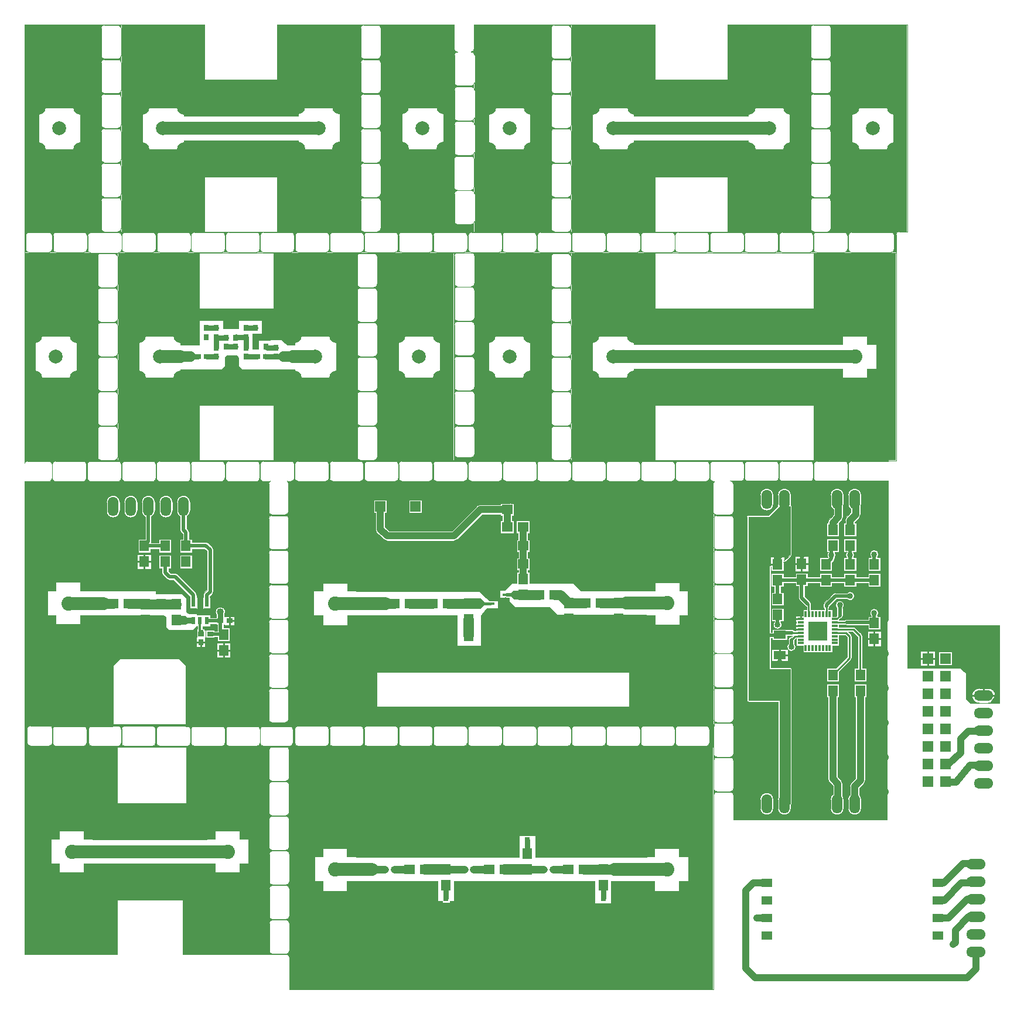
<source format=gbr>
G04 DesignSpark PCB Gerber Version 9.0 Build 5115 *
G04 #@! TF.Part,Single*
G04 #@! TF.FileFunction,Copper,L1,Top *
G04 #@! TF.FilePolarity,Positive *
%FSLAX35Y35*%
%MOIN*%
G04 #@! TA.AperFunction,ComponentPad*
%ADD73O,0.06000X0.11000*%
G04 #@! TA.AperFunction,SMDPad,CuDef*
%ADD77R,0.01181X0.03346*%
%ADD75R,0.02165X0.04134*%
%ADD27R,0.02800X0.03500*%
%ADD29R,0.05500X0.06000*%
G04 #@! TA.AperFunction,ComponentPad*
%ADD80R,0.06000X0.06000*%
G04 #@! TA.AperFunction,SMDPad,CuDef*
%ADD78R,0.11024X0.11024*%
G04 #@! TD.AperFunction*
%ADD11C,0.00197*%
%ADD10C,0.00394*%
%ADD12C,0.01000*%
%ADD70C,0.01181*%
%ADD14C,0.01969*%
%ADD15C,0.02953*%
%ADD21C,0.03150*%
G04 #@! TA.AperFunction,ViaPad*
%ADD17C,0.03346*%
G04 #@! TD.AperFunction*
%ADD16C,0.03937*%
G04 #@! TA.AperFunction,ViaPad*
%ADD18C,0.04000*%
G04 #@! TD.AperFunction*
%ADD71C,0.04331*%
%ADD20C,0.05512*%
%ADD19C,0.05906*%
%ADD13C,0.07480*%
G04 #@! TA.AperFunction,ComponentPad*
%ADD26C,0.07874*%
G04 #@! TA.AperFunction,SMDPad,CuDef*
%ADD23C,0.08071*%
G04 #@! TA.AperFunction,ComponentPad*
%ADD82O,0.11000X0.06000*%
G04 #@! TA.AperFunction,SMDPad,CuDef*
%ADD76R,0.03346X0.01181*%
%ADD79R,0.03740X0.01575*%
%ADD28R,0.03500X0.02800*%
%ADD74R,0.07087X0.04528*%
%ADD81R,0.05906X0.05118*%
%ADD72R,0.06000X0.05500*%
%ADD24R,0.09843X0.09843*%
G04 #@! TA.AperFunction,ComponentPad*
%ADD25C,0.17717*%
X0Y0D02*
D02*
D10*
X9969Y139961D02*
Y22441D01*
X62449*
Y53346*
X99850*
Y22441*
X158787*
G75*
G02X159969Y21990J-1772*
G01*
Y23089*
G75*
G02X158787Y22638I-1181J1320*
G01*
X150913*
G75*
G02X149142Y24409J1772*
G01*
Y40157*
G75*
G02X150913Y41929I1772*
G01*
X158787*
G75*
G02X159969Y41478J-1772*
G01*
Y42774*
G75*
G02X158787Y42323I-1181J1320*
G01*
X150913*
G75*
G02X149142Y44094J1772*
G01*
Y59843*
G75*
G02X150913Y61614I1772*
G01*
X158787*
G75*
G02X159969Y61163J-1772*
G01*
Y62459*
G75*
G02X158787Y62008I-1181J1320*
G01*
X150913*
G75*
G02X149142Y63780J1772*
G01*
Y79528*
G75*
G02X150913Y81299I1772*
G01*
X158787*
G75*
G02X159969Y80848J-1772*
G01*
Y82351*
G75*
G02X158591Y81693I-1378J1113*
G01*
X150717*
G75*
G02X148945Y83465J1772*
G01*
Y99213*
G75*
G02X150717Y100984I1772*
G01*
X158591*
G75*
G02X159969Y100326J-1772*
G01*
Y102036*
G75*
G02X158591Y101378I-1378J1113*
G01*
X150717*
G75*
G02X148945Y103150J1772*
G01*
Y118898*
G75*
G02X150717Y120669I1772*
G01*
X158591*
G75*
G02X159969Y120011J-1772*
G01*
Y121721*
G75*
G02X158591Y121063I-1378J1113*
G01*
X150717*
G75*
G02X148945Y122835J1772*
G01*
Y138583*
G75*
G02X149603Y139961I1772*
G01*
X101819*
Y108465*
X62449*
Y139961*
X9969*
X113630Y92717D02*
X137252D01*
Y69094*
X113630*
Y74016*
X48669*
Y69094*
X25047*
Y92717*
X48669*
Y87795*
X113630*
Y92717*
X10165Y80906D02*
G36*
Y22441D01*
X62449*
Y53346*
X99850*
Y22441*
X158787*
G75*
G02X159702Y22187I1J-1769*
G01*
X159772*
Y22936*
G75*
G02X158787Y22638I-983J1471*
G01*
X150913*
G75*
G02X149142Y24409J1772*
G01*
Y40157*
G75*
G02X150913Y41929I1772*
G01*
X158787*
G75*
G02X159772Y41631I1J-1770*
G01*
Y42621*
G75*
G02X158787Y42323I-983J1471*
G01*
X150913*
G75*
G02X149142Y44094J1772*
G01*
Y59843*
G75*
G02X150913Y61614I1772*
G01*
X158787*
G75*
G02X159772Y61316I1J-1770*
G01*
Y62306*
G75*
G02X158787Y62008I-983J1471*
G01*
X150913*
G75*
G02X149142Y63780J1772*
G01*
Y79528*
G75*
G02X149800Y80906I1772*
G01*
X137252*
Y69094*
X113630*
Y74016*
X48669*
Y69094*
X25047*
Y80906*
X10165*
G37*
Y139764D02*
G36*
Y80906D01*
X25047*
Y92717*
X48669*
Y87795*
X113630*
Y92717*
X137252*
Y80906*
X149800*
G75*
G02X150913Y81299I1113J-1378*
G01*
X158787*
G75*
G02X159772Y81001I1J-1770*
G01*
Y82144*
G75*
G02X158591Y81693I-1182J1322*
G01*
X150717*
G75*
G02X148945Y83465J1772*
G01*
Y99213*
G75*
G02X150717Y100984I1772*
G01*
X158591*
G75*
G02X159772Y100533I-1J-1774*
G01*
Y101830*
G75*
G02X158591Y101378I-1182J1322*
G01*
X150717*
G75*
G02X148945Y103150J1772*
G01*
Y118898*
G75*
G02X150717Y120669I1772*
G01*
X158591*
G75*
G02X159772Y120218I-1J-1774*
G01*
Y121515*
G75*
G02X158591Y121063I-1182J1322*
G01*
X150717*
G75*
G02X148945Y122835J1772*
G01*
Y138583*
G75*
G02X149396Y139764I1774J-1*
G01*
X101819*
Y108465*
X62449*
Y139764*
X10165*
G37*
X9969Y153346D02*
Y140354D01*
X401898*
Y152362*
G75*
G02X402196Y153346I1772J0*
G01*
X9969*
X23945Y152559D02*
G75*
G02X25717Y150787J-1772D01*
G01*
Y142913*
G75*
G02X23945Y141142I-1772*
G01*
X13118*
G75*
G02X11346Y142913J1772*
G01*
Y150787*
G75*
G02X13118Y152559I1772*
G01*
X23945*
X43433Y152362D02*
G75*
G02X45205Y150591J-1772D01*
G01*
Y142717*
G75*
G02X43433Y140945I-1772*
G01*
X27685*
G75*
G02X25913Y142717J1772*
G01*
Y150591*
G75*
G02X27685Y152362I1772*
G01*
X43433*
X63118D02*
G75*
G02X64890Y150591J-1772D01*
G01*
Y142717*
G75*
G02X63118Y140945I-1772*
G01*
X48157*
G75*
G02X46386Y142717J1772*
G01*
Y150591*
G75*
G02X48157Y152362I1772*
G01*
X63118*
X82606D02*
G75*
G02X84378Y150591J-1772D01*
G01*
Y142717*
G75*
G02X82606Y140945I-1772*
G01*
X66858*
G75*
G02X65087Y142717J1772*
G01*
Y150591*
G75*
G02X66858Y152362I1772*
G01*
X82606*
X102488D02*
G75*
G02X104260Y150591J-1772D01*
G01*
Y142717*
G75*
G02X102488Y140945I-1772*
G01*
X86740*
G75*
G02X84969Y142717J1772*
G01*
Y150591*
G75*
G02X86740Y152362I1772*
G01*
X102488*
X122173D02*
G75*
G02X123945Y150591J-1772D01*
G01*
Y142717*
G75*
G02X122173Y140945I-1772*
G01*
X106425*
G75*
G02X104654Y142717J1772*
G01*
Y150591*
G75*
G02X106425Y152362I1772*
G01*
X122173*
X142055D02*
G75*
G02X143827Y150591J-1772D01*
G01*
Y142717*
G75*
G02X142055Y140945I-1772*
G01*
X126307*
G75*
G02X124535Y142717J1772*
G01*
Y150591*
G75*
G02X126307Y152362I1772*
G01*
X142055*
X160756D02*
G75*
G02X162528Y150591J-1772D01*
G01*
Y142717*
G75*
G02X160756Y140945I-1772*
G01*
X145795*
G75*
G02X144024Y142717J1772*
G01*
Y150591*
G75*
G02X145795Y152362I1772*
G01*
X160756*
X181228D02*
G75*
G02X183000Y150591J-1772D01*
G01*
Y142717*
G75*
G02X181228Y140945I-1772*
G01*
X165480*
G75*
G02X163709Y142717J1772*
G01*
Y150591*
G75*
G02X165480Y152362I1772*
G01*
X181228*
X200913D02*
G75*
G02X202685Y150591J-1772D01*
G01*
Y142717*
G75*
G02X200913Y140945I-1772*
G01*
X185165*
G75*
G02X183394Y142717J1772*
G01*
Y150591*
G75*
G02X185165Y152362I1772*
G01*
X200913*
X220598D02*
G75*
G02X222370Y150591J-1772D01*
G01*
Y142717*
G75*
G02X220598Y140945I-1772*
G01*
X204850*
G75*
G02X203079Y142717J1772*
G01*
Y150591*
G75*
G02X204850Y152362I1772*
G01*
X220598*
X240283D02*
G75*
G02X242055Y150591J-1772D01*
G01*
Y142717*
G75*
G02X240283Y140945I-1772*
G01*
X224535*
G75*
G02X222764Y142717J1772*
G01*
Y150591*
G75*
G02X224535Y152362I1772*
G01*
X240283*
X259969D02*
G75*
G02X261740Y150591J-1772D01*
G01*
Y142717*
G75*
G02X259969Y140945I-1772*
G01*
X244220*
G75*
G02X242449Y142717J1772*
G01*
Y150591*
G75*
G02X244220Y152362I1772*
G01*
X259969*
X279654D02*
G75*
G02X281425Y150591J-1772D01*
G01*
Y142717*
G75*
G02X279654Y140945I-1772*
G01*
X263906*
G75*
G02X262134Y142717J1772*
G01*
Y150591*
G75*
G02X263906Y152362I1772*
G01*
X279654*
X299339D02*
G75*
G02X301110Y150591J-1772D01*
G01*
Y142717*
G75*
G02X299339Y140945I-1772*
G01*
X283591*
G75*
G02X281819Y142717J1772*
G01*
Y150591*
G75*
G02X283591Y152362I1772*
G01*
X299339*
X319024D02*
G75*
G02X320795Y150591J-1772D01*
G01*
Y142717*
G75*
G02X319024Y140945I-1772*
G01*
X303276*
G75*
G02X301504Y142717J1772*
G01*
Y150591*
G75*
G02X303276Y152362I1772*
G01*
X319024*
X338709D02*
G75*
G02X340480Y150591J-1772D01*
G01*
Y142717*
G75*
G02X338709Y140945I-1772*
G01*
X322961*
G75*
G02X321189Y142717J1772*
G01*
Y150591*
G75*
G02X322961Y152362I1772*
G01*
X338709*
X358394D02*
G75*
G02X360165Y150591J-1772D01*
G01*
Y142717*
G75*
G02X358394Y140945I-1772*
G01*
X342646*
G75*
G02X340874Y142717J1772*
G01*
Y150591*
G75*
G02X342646Y152362I1772*
G01*
X358394*
X378079D02*
G75*
G02X379850Y150591J-1772D01*
G01*
Y142717*
G75*
G02X378079Y140945I-1772*
G01*
X362331*
G75*
G02X360559Y142717J1772*
G01*
Y150591*
G75*
G02X362331Y152362I1772*
G01*
X378079*
X397764D02*
G75*
G02X399535Y150591J-1772D01*
G01*
Y142717*
G75*
G02X397764Y140945I-1772*
G01*
X382016*
G75*
G02X380244Y142717J1772*
G01*
Y150591*
G75*
G02X382016Y152362I1772*
G01*
X397764*
X10165Y146850D02*
G36*
Y140551D01*
X401898*
Y146850*
X399535*
Y142717*
G75*
G02X397764Y140945I-1772*
G01*
X382016*
G75*
G02X380244Y142717J1772*
G01*
Y146850*
X379850*
Y142717*
G75*
G02X378079Y140945I-1772*
G01*
X362331*
G75*
G02X360559Y142717J1772*
G01*
Y146850*
X360165*
Y142717*
G75*
G02X358394Y140945I-1772*
G01*
X342646*
G75*
G02X340874Y142717J1772*
G01*
Y146850*
X340480*
Y142717*
G75*
G02X338709Y140945I-1772*
G01*
X322961*
G75*
G02X321189Y142717J1772*
G01*
Y146850*
X320795*
Y142717*
G75*
G02X319024Y140945I-1772*
G01*
X303276*
G75*
G02X301504Y142717J1772*
G01*
Y146850*
X301110*
Y142717*
G75*
G02X299339Y140945I-1772*
G01*
X283591*
G75*
G02X281819Y142717J1772*
G01*
Y146850*
X281425*
Y142717*
G75*
G02X279654Y140945I-1772*
G01*
X263906*
G75*
G02X262134Y142717J1772*
G01*
Y146850*
X261740*
Y142717*
G75*
G02X259969Y140945I-1772*
G01*
X244220*
G75*
G02X242449Y142717J1772*
G01*
Y146850*
X242055*
Y142717*
G75*
G02X240283Y140945I-1772*
G01*
X224535*
G75*
G02X222764Y142717J1772*
G01*
Y146850*
X222370*
Y142717*
G75*
G02X220598Y140945I-1772*
G01*
X204850*
G75*
G02X203079Y142717J1772*
G01*
Y146850*
X202685*
Y142717*
G75*
G02X200913Y140945I-1772*
G01*
X185165*
G75*
G02X183394Y142717J1772*
G01*
Y146850*
X183000*
Y142717*
G75*
G02X181228Y140945I-1772*
G01*
X165480*
G75*
G02X163709Y142717J1772*
G01*
Y146850*
X162528*
Y142717*
G75*
G02X160756Y140945I-1772*
G01*
X145795*
G75*
G02X144024Y142717J1772*
G01*
Y146850*
X143827*
Y142717*
G75*
G02X142055Y140945I-1772*
G01*
X126307*
G75*
G02X124535Y142717J1772*
G01*
Y146850*
X123945*
Y142717*
G75*
G02X122173Y140945I-1772*
G01*
X106425*
G75*
G02X104654Y142717J1772*
G01*
Y146850*
X104260*
Y142717*
G75*
G02X102488Y140945I-1772*
G01*
X86740*
G75*
G02X84969Y142717J1772*
G01*
Y146850*
X84378*
Y142717*
G75*
G02X82606Y140945I-1772*
G01*
X66858*
G75*
G02X65087Y142717J1772*
G01*
Y146850*
X64890*
Y142717*
G75*
G02X63118Y140945I-1772*
G01*
X48157*
G75*
G02X46386Y142717J1772*
G01*
Y146850*
X45205*
Y142717*
G75*
G02X43433Y140945I-1772*
G01*
X27685*
G75*
G02X25913Y142717J1772*
G01*
Y146850*
X25717*
Y142913*
G75*
G02X23945Y141142I-1772*
G01*
X13118*
G75*
G02X11346Y142913J1772*
G01*
Y146850*
X10165*
G37*
Y153150D02*
G36*
Y146850D01*
X11346*
Y150787*
G75*
G02X13118Y152559I1772*
G01*
X23945*
G75*
G02X25717Y150787J-1772*
G01*
Y146850*
X25913*
Y150591*
G75*
G02X27685Y152362I1772*
G01*
X43433*
G75*
G02X45205Y150591J-1772*
G01*
Y146850*
X46386*
Y150591*
G75*
G02X48157Y152362I1772*
G01*
X63118*
G75*
G02X64890Y150591J-1772*
G01*
Y146850*
X65087*
Y150591*
G75*
G02X66858Y152362I1772*
G01*
X82606*
G75*
G02X84378Y150591J-1772*
G01*
Y146850*
X84969*
Y150591*
G75*
G02X86740Y152362I1772*
G01*
X102488*
G75*
G02X104260Y150591J-1772*
G01*
Y146850*
X104654*
Y150591*
G75*
G02X106425Y152362I1772*
G01*
X122173*
G75*
G02X123945Y150591J-1772*
G01*
Y146850*
X124535*
Y150591*
G75*
G02X126307Y152362I1772*
G01*
X142055*
G75*
G02X143827Y150591J-1772*
G01*
Y146850*
X144024*
Y150591*
G75*
G02X145795Y152362I1772*
G01*
X160756*
G75*
G02X162528Y150591J-1772*
G01*
Y146850*
X163709*
Y150591*
G75*
G02X165480Y152362I1772*
G01*
X181228*
G75*
G02X183000Y150591J-1772*
G01*
Y146850*
X183394*
Y150591*
G75*
G02X185165Y152362I1772*
G01*
X200913*
G75*
G02X202685Y150591J-1772*
G01*
Y146850*
X203079*
Y150591*
G75*
G02X204850Y152362I1772*
G01*
X220598*
G75*
G02X222370Y150591J-1772*
G01*
Y146850*
X222764*
Y150591*
G75*
G02X224535Y152362I1772*
G01*
X240283*
G75*
G02X242055Y150591J-1772*
G01*
Y146850*
X242449*
Y150591*
G75*
G02X244220Y152362I1772*
G01*
X259969*
G75*
G02X261740Y150591J-1772*
G01*
Y146850*
X262134*
Y150591*
G75*
G02X263906Y152362I1772*
G01*
X279654*
G75*
G02X281425Y150591J-1772*
G01*
Y146850*
X281819*
Y150591*
G75*
G02X283591Y152362I1772*
G01*
X299339*
G75*
G02X301110Y150591J-1772*
G01*
Y146850*
X301504*
Y150591*
G75*
G02X303276Y152362I1772*
G01*
X319024*
G75*
G02X320795Y150591J-1772*
G01*
Y146850*
X321189*
Y150591*
G75*
G02X322961Y152362I1772*
G01*
X338709*
G75*
G02X340480Y150591J-1772*
G01*
Y146850*
X340874*
Y150591*
G75*
G02X342646Y152362I1772*
G01*
X358394*
G75*
G02X360165Y150591J-1772*
G01*
Y146850*
X360559*
Y150591*
G75*
G02X362331Y152362I1772*
G01*
X378079*
G75*
G02X379850Y150591J-1772*
G01*
Y146850*
X380244*
Y150591*
G75*
G02X382016Y152362I1772*
G01*
X397764*
G75*
G02X399535Y150591J-1772*
G01*
Y146850*
X401898*
Y152362*
G75*
G02X401999Y152953I1776J-1*
G01*
Y153150*
X10165*
G37*
X9969Y291890D02*
Y152126D01*
X11957*
G75*
G02X13118Y152559I1161J-1339*
G01*
X23945*
G75*
G02X25106Y152126J-1772*
G01*
X59850*
X60283Y152559*
Y186772*
X64220Y190709*
X97685*
X101622Y186772*
Y152205*
X101701Y152126*
X161543*
Y291890*
X159278*
G75*
G02X160165Y290354I-884J-1535*
G01*
Y274606*
G75*
G02X158394Y272835I-1772*
G01*
X150520*
G75*
G02X148748Y274606J1772*
G01*
Y290354*
G75*
G02X149636Y291890I1772*
G01*
X9969*
X123580Y214870D02*
X129362D01*
Y209673*
X123469*
Y210083*
X123088*
Y208354*
X126616*
Y200780*
X119541*
Y203020*
X117929*
Y202602*
X112854*
Y206980*
X117929*
Y206563*
X119541*
Y208354*
X119544*
Y210083*
X118780*
Y210500*
X115402*
Y209213*
X111071*
Y207843*
X112276*
Y206980*
X112831*
Y202602*
X112685*
Y197260*
X107488*
Y203154*
X107756*
Y206980*
X107898*
Y207843*
X108315*
Y209213*
X107921*
Y209417*
X107732*
X105559Y207244*
X91780*
X90205Y208819*
Y214331*
X89024Y215512*
X46504*
Y210394*
X22882*
Y234409*
X46504*
Y229291*
X84693*
Y227717*
X99260*
X102016Y224961*
Y217480*
X103197Y216299*
X107921*
Y215906*
X115402*
Y214043*
X118780*
Y214461*
X119052*
Y215696*
G75*
G02X118529Y217323I2264J1626*
G01*
G75*
G02X124104I2787*
G01*
G75*
G02X123580Y215696I-2787*
G01*
Y214870*
X119132Y199764D02*
X127026D01*
Y191370*
X119132*
Y199764*
X56496Y279823D02*
G75*
G02X64071I3787D01*
G01*
Y274823*
G75*
G02X56496I-3787*
G01*
Y279823*
X66496D02*
G75*
G02X74071I3787D01*
G01*
Y274823*
G75*
G02X66496I-3787*
G01*
Y279823*
X74053Y250169D02*
X81947D01*
Y241776*
X74053*
Y250169*
X86274Y258760D02*
X93348D01*
Y251185*
X86274*
Y253201*
X81537*
Y251185*
X74463*
Y258760*
X78512*
Y271475*
G75*
G02X76496Y274823I1772J3348*
G01*
Y279823*
G75*
G02X84071I3787*
G01*
Y274823*
G75*
G02X82055Y271475I-3787*
G01*
Y257256*
G75*
G02X81980Y256744I-1772*
G01*
X86274*
Y258760*
X116764Y254122D02*
G75*
G02X117331Y252756I-1363J-1366D01*
G01*
Y228898*
G75*
G02X116764Y227531I-1930*
G01*
X115362Y226130*
Y225748*
X115402*
Y219449*
X111972*
Y219244*
X111268*
Y219055*
G75*
G02X111071Y218858I-197*
G01*
X108315*
G75*
G02X108118Y219055J197*
G01*
Y219244*
X107413*
Y219449*
X103984*
Y221714*
G75*
G02Y223483I1890J885*
G01*
Y225748*
X104024*
Y226130*
X94681Y235472*
X92254*
G75*
G02X90910Y236015I-2J1930*
G01*
X88469Y238378*
G75*
G02X87882Y239764I1342J1386*
G01*
Y242185*
X86274*
Y249760*
X93348*
Y242185*
X91740*
Y240581*
X93033Y239331*
X95480*
G75*
G02X96846Y238764J-1930*
G01*
X107315Y228295*
G75*
G02X107882Y226929I-1363J-1366*
G01*
Y225772*
X108118*
Y226929*
G75*
G02X108315Y227126I197*
G01*
X111071*
G75*
G02X111268Y226929J-197*
G01*
Y225772*
X111504*
Y226929*
G75*
G02X112071Y228295I1930*
G01*
X113472Y229697*
Y251957*
X112240Y253189*
X105159*
Y251185*
X98085*
Y258760*
X99772*
Y261799*
X98921Y262650*
G75*
G02X98354Y264016I1363J1366*
G01*
Y271563*
G75*
G02X96496Y274823I1929J3259*
G01*
Y279823*
G75*
G02X104071I3787*
G01*
Y274823*
G75*
G02X102213Y271563I-3787*
G01*
Y264815*
X103063Y263965*
G75*
G02X103630Y262598I-1363J-1366*
G01*
Y258760*
X105159*
Y257047*
X113039*
G75*
G02X114406Y256480J-1930*
G01*
X116764Y254122*
X98085Y249760D02*
X105159D01*
Y242185*
X98085*
Y249760*
X86496Y279823D02*
G75*
G02X94071I3787D01*
G01*
Y274823*
G75*
G02X86496I-3787*
G01*
Y279823*
X158394Y173819D02*
G75*
G02X160165Y172047J-1772D01*
G01*
Y156299*
G75*
G02X158394Y154528I-1772*
G01*
X150520*
G75*
G02X148748Y156299J1772*
G01*
Y172047*
G75*
G02X150520Y173819I1772*
G01*
X158394*
Y193504D02*
G75*
G02X160165Y191732J-1772D01*
G01*
Y175984*
G75*
G02X158394Y174213I-1772*
G01*
X150520*
G75*
G02X148748Y175984J1772*
G01*
Y191732*
G75*
G02X150520Y193504I1772*
G01*
X158394*
Y213189D02*
G75*
G02X160165Y211417J-1772D01*
G01*
Y195669*
G75*
G02X158394Y193898I-1772*
G01*
X150520*
G75*
G02X148748Y195669J1772*
G01*
Y211417*
G75*
G02X150520Y213189I1772*
G01*
X158394*
Y232874D02*
G75*
G02X160165Y231102J-1772D01*
G01*
Y215354*
G75*
G02X158394Y213583I-1772*
G01*
X150520*
G75*
G02X148748Y215354J1772*
G01*
Y231102*
G75*
G02X150520Y232874I1772*
G01*
X158394*
Y252559D02*
G75*
G02X160165Y250787J-1772D01*
G01*
Y235039*
G75*
G02X158394Y233268I-1772*
G01*
X150520*
G75*
G02X148748Y235039J1772*
G01*
Y250787*
G75*
G02X150520Y252559I1772*
G01*
X158394*
Y272244D02*
G75*
G02X160165Y270472J-1772D01*
G01*
Y254724*
G75*
G02X158394Y252953I-1772*
G01*
X150520*
G75*
G02X148748Y254724J1772*
G01*
Y270472*
G75*
G02X150520Y272244I1772*
G01*
X158394*
X10165Y164173D02*
G36*
Y152323D01*
X12234*
G75*
G02X13118Y152559I884J-1537*
G01*
X23945*
G75*
G02X24829Y152323I0J-1773*
G01*
X60047*
X60283Y152559*
Y164173*
X10165*
G37*
X101622D02*
G36*
Y152323D01*
X161346*
Y164173*
X160165*
Y156299*
G75*
G02X158394Y154528I-1772*
G01*
X150520*
G75*
G02X148748Y156299J1772*
G01*
Y164173*
X101622*
G37*
X10165Y183858D02*
G36*
Y164173D01*
X60283*
Y183858*
X10165*
G37*
X101622D02*
G36*
Y164173D01*
X148748*
Y172047*
G75*
G02X150520Y173819I1772*
G01*
X158394*
G75*
G02X160165Y172047J-1772*
G01*
Y164173*
X161346*
Y183858*
X160165*
Y175984*
G75*
G02X158394Y174213I-1772*
G01*
X150520*
G75*
G02X148748Y175984J1772*
G01*
Y183858*
X101622*
G37*
X10165Y195567D02*
G36*
Y183858D01*
X60283*
Y186772*
X64220Y190709*
X97685*
X101622Y186772*
Y183858*
X148748*
Y191732*
G75*
G02X150520Y193504I1772*
G01*
X158394*
G75*
G02X160165Y191732J-1772*
G01*
Y183858*
X161346*
Y195567*
X160162*
G75*
G02X158394Y193898I-1769J102*
G01*
X150520*
G75*
G02X148751Y195567J1772*
G01*
X127026*
Y191370*
X119132*
Y195567*
X10165*
G37*
Y215835D02*
G36*
Y195567D01*
X119132*
Y199764*
X127026*
Y195567*
X148751*
G75*
G02X148748Y195669I1769J106*
G01*
Y211417*
G75*
G02X150520Y213189I1772*
G01*
X158394*
G75*
G02X160165Y211417J-1772*
G01*
Y195669*
G75*
G02X160162Y195567I-1772J3*
G01*
X161346*
Y215835*
X160165*
Y215354*
G75*
G02X158394Y213583I-1772*
G01*
X150520*
G75*
G02X148748Y215354J1772*
G01*
Y215835*
X123673*
G75*
G02X123580Y215696I-2359J1486*
G01*
Y214870*
X129362*
Y209673*
X123469*
Y210083*
X123088*
Y208354*
X126616*
Y200780*
X119541*
Y203020*
X117929*
Y202602*
X112854*
Y206980*
X117929*
Y206563*
X119541*
Y208354*
X119544*
Y210083*
X118780*
Y210500*
X115402*
Y209213*
X111071*
Y207843*
X112276*
Y206980*
X112831*
Y202602*
X112685*
Y197260*
X107488*
Y203154*
X107756*
Y206980*
X107898*
Y207843*
X108315*
Y209213*
X107921*
Y209417*
X107732*
X105559Y207244*
X91780*
X90205Y208819*
Y214331*
X89024Y215512*
X46504*
Y210394*
X22882*
Y215835*
X10165*
G37*
X115402D02*
G36*
Y214043D01*
X118780*
Y214461*
X119052*
Y215696*
G75*
G02X118959Y215835I2267J1624*
G01*
X115402*
G37*
X10165Y245972D02*
G36*
Y215835D01*
X22882*
Y234409*
X46504*
Y229291*
X84693*
Y227717*
X99260*
X102016Y224961*
Y217480*
X103197Y216299*
X107921*
Y215906*
X115402*
Y215835*
X118959*
G75*
G02X118529Y217323I2359J1489*
G01*
G75*
G02X124104I2787*
G01*
G75*
G02X123673Y215835I-2790J1*
G01*
X148748*
Y231102*
G75*
G02X150520Y232874I1772*
G01*
X158394*
G75*
G02X160165Y231102J-1772*
G01*
Y215835*
X161346*
Y245972*
X160165*
Y235039*
G75*
G02X158394Y233268I-1772*
G01*
X150520*
G75*
G02X148748Y235039J1772*
G01*
Y245972*
X117331*
Y228898*
G75*
G02X116764Y227531I-1929*
G01*
X115362Y226130*
Y225748*
X115402*
Y219449*
X111972*
Y219244*
X111268*
Y219055*
G75*
G02Y219054I-259J0*
G01*
G75*
G02X111071Y218858I-197*
G01*
X108315*
G75*
G02X108118Y219054J196*
G01*
G75*
G02Y219055I259J0*
G01*
Y219244*
X107413*
Y219449*
X103984*
Y221714*
G75*
G02X103787Y222598I1889J885*
G01*
G75*
G02X103984Y223483I2086*
G01*
Y225748*
X104024*
Y226130*
X94681Y235472*
X92254*
G75*
G02X90910Y236015I-2J1932*
G01*
X88469Y238378*
G75*
G02X87882Y239763I1340J1385*
G01*
G75*
G02Y239764I2374J0*
G01*
Y242185*
X86274*
Y245972*
X81947*
Y241776*
X74053*
Y245972*
X10165*
G37*
X91740Y242185D02*
G36*
Y240581D01*
X93033Y239331*
X95480*
G75*
G02X96846Y238764J-1929*
G01*
X107315Y228295*
G75*
G02X107882Y226929I-1362J-1366*
G01*
Y225772*
X108118*
Y226929*
G75*
G02Y226930I259J0*
G01*
G75*
G02X108315Y227126I197*
G01*
X111071*
G75*
G02X111268Y226930J-196*
G01*
G75*
G02Y226929I-259J0*
G01*
Y225772*
X111504*
Y226929*
G75*
G02X112071Y228295I1929*
G01*
X113472Y229697*
Y245972*
X105159*
Y242185*
X98085*
Y245972*
X93348*
Y242185*
X91740*
G37*
X10165Y262598D02*
G36*
Y245972D01*
X74053*
Y250169*
X81947*
Y245972*
X86274*
Y249760*
X93348*
Y245972*
X98085*
Y249760*
X105159*
Y245972*
X113472*
Y251957*
X112240Y253189*
X105159*
Y251185*
X98085*
Y258760*
X99772*
Y261799*
X98972Y262598*
X82055*
Y257256*
G75*
G02Y257255I-1574J0*
G01*
G75*
G02X81980Y256744I-1762*
G01*
X86274*
Y258760*
X93348*
Y251185*
X86274*
Y253201*
X81537*
Y251185*
X74463*
Y258760*
X78512*
Y262598*
X10165*
G37*
X103630D02*
G36*
Y258760D01*
X105159*
Y257047*
X113039*
G75*
G02X114406Y256480J-1929*
G01*
X116764Y254122*
G75*
G02X117331Y252756I-1362J-1366*
G01*
Y245972*
X148748*
Y250787*
G75*
G02X150520Y252559I1772*
G01*
X158394*
G75*
G02X160165Y250787J-1772*
G01*
Y245972*
X161346*
Y262598*
X160165*
Y254724*
G75*
G02X158394Y252953I-1772*
G01*
X150520*
G75*
G02X148748Y254724J1772*
G01*
Y262598*
X103630*
G37*
X10165Y277323D02*
G36*
Y262598D01*
X78512*
Y271475*
G75*
G02X76496Y274823I1772J3348*
G01*
Y277323*
X74071*
Y274823*
G75*
G02X66496I-3787*
G01*
Y277323*
X64071*
Y274823*
G75*
G02X56496I-3787*
G01*
Y277323*
X10165*
G37*
X82055Y271475D02*
G36*
Y262598D01*
X98972*
X98921Y262650*
G75*
G02X98354Y264016I1362J1366*
G01*
Y271563*
G75*
G02X96496Y274823I1930J3259*
G01*
Y277323*
X94071*
Y274823*
G75*
G02X86496I-3787*
G01*
Y277323*
X84071*
Y274823*
G75*
G02X82055Y271475I-3788*
G01*
G37*
X102213Y271563D02*
G36*
Y264815D01*
X103063Y263965*
G75*
G02X103630Y262598I-1362J-1366*
G01*
X148748*
Y270472*
G75*
G02X150520Y272244I1772*
G01*
X158394*
G75*
G02X160165Y270472J-1772*
G01*
Y262598*
X161346*
Y277323*
X160165*
Y274606*
G75*
G02X158394Y272835I-1772*
G01*
X150520*
G75*
G02X148748Y274606J1772*
G01*
Y277323*
X104071*
Y274823*
G75*
G02X102213Y271563I-3788*
G01*
G37*
X10165Y291693D02*
G36*
Y277323D01*
X56496*
Y279823*
G75*
G02X64071I3787*
G01*
Y277323*
X66496*
Y279823*
G75*
G02X74071I3787*
G01*
Y277323*
X76496*
Y279823*
G75*
G02X84071I3787*
G01*
Y277323*
X86496*
Y279823*
G75*
G02X94071I3787*
G01*
Y277323*
X96496*
Y279823*
G75*
G02X104071I3787*
G01*
Y277323*
X148748*
Y290354*
G75*
G02X149359Y291693I1772*
G01*
X10165*
G37*
X160165Y290354D02*
G36*
Y277323D01*
X161346*
Y291693*
X159554*
G75*
G02X160165Y290355I-1159J-1338*
G01*
G75*
G02Y290354I-1805J0*
G01*
G37*
X9969Y303740D02*
Y302190D01*
G75*
G02X11543Y303150I1575J-812*
G01*
X23748*
G75*
G02X25520Y301378J-1772*
G01*
Y293504*
G75*
G02X24560Y291929I-1772*
G01*
X26676*
G75*
G02X25717Y293504I812J1575*
G01*
Y301378*
G75*
G02X27488Y303150I1772*
G01*
X43236*
G75*
G02X45008Y301378J-1772*
G01*
Y293504*
G75*
G02X44048Y291929I-1772*
G01*
X46558*
G75*
G02X45598Y293504I812J1575*
G01*
Y301378*
G75*
G02X47370Y303150I1772*
G01*
X63118*
G75*
G02X64890Y301378J-1772*
G01*
Y293504*
G75*
G02X63930Y291929I-1772*
G01*
X66243*
G75*
G02X65283Y293504I812J1575*
G01*
Y301378*
G75*
G02X67055Y303150I1772*
G01*
X82803*
G75*
G02X84575Y301378J-1772*
G01*
Y293504*
G75*
G02X83615Y291929I-1772*
G01*
X85928*
G75*
G02X84969Y293504I812J1575*
G01*
Y301378*
G75*
G02X86740Y303150I1772*
G01*
X102488*
G75*
G02X104260Y301378J-1772*
G01*
Y293504*
G75*
G02X103300Y291929I-1772*
G01*
X105417*
G75*
G02X104457Y293504I812J1575*
G01*
Y301378*
G75*
G02X106228Y303150I1772*
G01*
X121976*
G75*
G02X123748Y301378J-1772*
G01*
Y293504*
G75*
G02X122788Y291929I-1772*
G01*
X125298*
G75*
G02X124339Y293504I812J1575*
G01*
Y301378*
G75*
G02X126110Y303150I1772*
G01*
X141858*
G75*
G02X143630Y301378J-1772*
G01*
Y293504*
G75*
G02X142670Y291929I-1772*
G01*
X144983*
G75*
G02X144024Y293504I812J1575*
G01*
Y301378*
G75*
G02X145795Y303150I1772*
G01*
X161543*
G75*
G02X163315Y301378J-1772*
G01*
Y293504*
G75*
G02X162355Y291929I-1772*
G01*
X164669*
G75*
G02X163709Y293504I812J1575*
G01*
Y301378*
G75*
G02X165480Y303150I1772*
G01*
X181228*
G75*
G02X183000Y301378J-1772*
G01*
Y293504*
G75*
G02X182040Y291929I-1772*
G01*
X184354*
G75*
G02X183394Y293504I812J1575*
G01*
Y301378*
G75*
G02X185165Y303150I1772*
G01*
X200913*
G75*
G02X202685Y301378J-1772*
G01*
Y293504*
G75*
G02X201725Y291929I-1772*
G01*
X204235*
G75*
G02X203276Y293504I812J1575*
G01*
Y301378*
G75*
G02X205047Y303150I1772*
G01*
X220795*
G75*
G02X222567Y301378J-1772*
G01*
Y293504*
G75*
G02X221607Y291929I-1772*
G01*
X223724*
G75*
G02X222764Y293504I812J1575*
G01*
Y301378*
G75*
G02X224535Y303150I1772*
G01*
X240283*
G75*
G02X242055Y301378J-1772*
G01*
Y293504*
G75*
G02X241095Y291929I-1772*
G01*
X243409*
G75*
G02X242449Y293504I812J1575*
G01*
Y301378*
G75*
G02X244220Y303150I1772*
G01*
X259969*
G75*
G02X261740Y301378J-1772*
G01*
Y293504*
G75*
G02X260780Y291929I-1772*
G01*
X263291*
G75*
G02X262331Y293504I812J1575*
G01*
Y301378*
G75*
G02X264102Y303150I1772*
G01*
X279850*
G75*
G02X281622Y301378J-1772*
G01*
Y293504*
G75*
G02X280662Y291929I-1772*
G01*
X282976*
G75*
G02X282016Y293504I812J1575*
G01*
Y301378*
G75*
G02X283787Y303150I1772*
G01*
X299535*
G75*
G02X301307Y301378J-1772*
G01*
Y293504*
G75*
G02X300347Y291929I-1772*
G01*
X302464*
G75*
G02X301504Y293504I812J1575*
G01*
Y301378*
G75*
G02X303276Y303150I1772*
G01*
X319024*
G75*
G02X320795Y301378J-1772*
G01*
Y293504*
G75*
G02X319835Y291929I-1772*
G01*
X322149*
G75*
G02X321189Y293504I812J1575*
G01*
Y301378*
G75*
G02X322961Y303150I1772*
G01*
X338709*
G75*
G02X340480Y301378J-1772*
G01*
Y293504*
G75*
G02X339520Y291929I-1772*
G01*
X341834*
G75*
G02X340874Y293504I812J1575*
G01*
Y301378*
G75*
G02X342646Y303150I1772*
G01*
X358394*
G75*
G02X360165Y301378J-1772*
G01*
Y293504*
G75*
G02X359206Y291929I-1772*
G01*
X361519*
G75*
G02X360559Y293504I812J1575*
G01*
Y301378*
G75*
G02X362331Y303150I1772*
G01*
X378079*
G75*
G02X379850Y301378J-1772*
G01*
Y293504*
G75*
G02X378891Y291929I-1772*
G01*
X381204*
G75*
G02X380244Y293504I812J1575*
G01*
Y301378*
G75*
G02X382016Y303150I1772*
G01*
X397764*
G75*
G02X399535Y301378J-1772*
G01*
Y293504*
G75*
G02X398576Y291929I-1772*
G01*
X400889*
G75*
G02X399929Y293504I812J1575*
G01*
Y301378*
G75*
G02X401701Y303150I1772*
G01*
X417449*
G75*
G02X419220Y301378J-1772*
G01*
Y293504*
G75*
G02X418261Y291929I-1772*
G01*
X420574*
G75*
G02X419614Y293504I812J1575*
G01*
Y301378*
G75*
G02X421386Y303150I1772*
G01*
X437134*
G75*
G02X438906Y301378J-1772*
G01*
Y293504*
G75*
G02X437946Y291929I-1772*
G01*
X440259*
G75*
G02X439299Y293504I812J1575*
G01*
Y301378*
G75*
G02X441071Y303150I1772*
G01*
X456819*
G75*
G02X458591Y301378J-1772*
G01*
Y293504*
G75*
G02X457631Y291929I-1772*
G01*
X459944*
G75*
G02X458984Y293504I812J1575*
G01*
Y301378*
G75*
G02X460756Y303150I1772*
G01*
X476504*
G75*
G02X478276Y301378J-1772*
G01*
Y293504*
G75*
G02X477316Y291929I-1772*
G01*
X479629*
G75*
G02X478669Y293504I812J1575*
G01*
Y301378*
G75*
G02X480441Y303150I1772*
G01*
X501307*
Y303740*
X9969*
G36*
Y302190*
G75*
G02X11543Y303150I1575J-812*
G01*
X23748*
G75*
G02X25520Y301378J-1772*
G01*
Y293504*
G75*
G02X24560Y291929I-1772*
G01*
X26676*
G75*
G02X25717Y293504I812J1575*
G01*
Y301378*
G75*
G02X27488Y303150I1772*
G01*
X43236*
G75*
G02X45008Y301378J-1772*
G01*
Y293504*
G75*
G02X44048Y291929I-1772*
G01*
X46558*
G75*
G02X45598Y293504I812J1575*
G01*
Y301378*
G75*
G02X47370Y303150I1772*
G01*
X63118*
G75*
G02X64890Y301378J-1772*
G01*
Y293504*
G75*
G02X63930Y291929I-1772*
G01*
X66243*
G75*
G02X65283Y293504I812J1575*
G01*
Y301378*
G75*
G02X67055Y303150I1772*
G01*
X82803*
G75*
G02X84575Y301378J-1772*
G01*
Y293504*
G75*
G02X83615Y291929I-1772*
G01*
X85928*
G75*
G02X84969Y293504I812J1575*
G01*
Y301378*
G75*
G02X86740Y303150I1772*
G01*
X102488*
G75*
G02X104260Y301378J-1772*
G01*
Y293504*
G75*
G02X103300Y291929I-1772*
G01*
X105417*
G75*
G02X104457Y293504I812J1575*
G01*
Y301378*
G75*
G02X106228Y303150I1772*
G01*
X121976*
G75*
G02X123748Y301378J-1772*
G01*
Y293504*
G75*
G02X122788Y291929I-1772*
G01*
X125298*
G75*
G02X124339Y293504I812J1575*
G01*
Y301378*
G75*
G02X126110Y303150I1772*
G01*
X141858*
G75*
G02X143630Y301378J-1772*
G01*
Y293504*
G75*
G02X142670Y291929I-1772*
G01*
X144983*
G75*
G02X144024Y293504I812J1575*
G01*
Y301378*
G75*
G02X145795Y303150I1772*
G01*
X161543*
G75*
G02X163315Y301378J-1772*
G01*
Y293504*
G75*
G02X162355Y291929I-1772*
G01*
X164669*
G75*
G02X163709Y293504I812J1575*
G01*
Y301378*
G75*
G02X165480Y303150I1772*
G01*
X181228*
G75*
G02X183000Y301378J-1772*
G01*
Y293504*
G75*
G02X182040Y291929I-1772*
G01*
X184354*
G75*
G02X183394Y293504I812J1575*
G01*
Y301378*
G75*
G02X185165Y303150I1772*
G01*
X200913*
G75*
G02X202685Y301378J-1772*
G01*
Y293504*
G75*
G02X201725Y291929I-1772*
G01*
X204235*
G75*
G02X203276Y293504I812J1575*
G01*
Y301378*
G75*
G02X205047Y303150I1772*
G01*
X220795*
G75*
G02X222567Y301378J-1772*
G01*
Y293504*
G75*
G02X221607Y291929I-1772*
G01*
X223724*
G75*
G02X222764Y293504I812J1575*
G01*
Y301378*
G75*
G02X224535Y303150I1772*
G01*
X240283*
G75*
G02X242055Y301378J-1772*
G01*
Y293504*
G75*
G02X241095Y291929I-1772*
G01*
X243409*
G75*
G02X242449Y293504I812J1575*
G01*
Y301378*
G75*
G02X244220Y303150I1772*
G01*
X259969*
G75*
G02X261740Y301378J-1772*
G01*
Y293504*
G75*
G02X260780Y291929I-1772*
G01*
X263291*
G75*
G02X262331Y293504I812J1575*
G01*
Y301378*
G75*
G02X264102Y303150I1772*
G01*
X279850*
G75*
G02X281622Y301378J-1772*
G01*
Y293504*
G75*
G02X280662Y291929I-1772*
G01*
X282976*
G75*
G02X282016Y293504I812J1575*
G01*
Y301378*
G75*
G02X283787Y303150I1772*
G01*
X299535*
G75*
G02X301307Y301378J-1772*
G01*
Y293504*
G75*
G02X300347Y291929I-1772*
G01*
X302464*
G75*
G02X301504Y293504I812J1575*
G01*
Y301378*
G75*
G02X303276Y303150I1772*
G01*
X319024*
G75*
G02X320795Y301378J-1772*
G01*
Y293504*
G75*
G02X319835Y291929I-1772*
G01*
X322149*
G75*
G02X321189Y293504I812J1575*
G01*
Y301378*
G75*
G02X322961Y303150I1772*
G01*
X338709*
G75*
G02X340480Y301378J-1772*
G01*
Y293504*
G75*
G02X339520Y291929I-1772*
G01*
X341834*
G75*
G02X340874Y293504I812J1575*
G01*
Y301378*
G75*
G02X342646Y303150I1772*
G01*
X358394*
G75*
G02X360165Y301378J-1772*
G01*
Y293504*
G75*
G02X359206Y291929I-1772*
G01*
X361519*
G75*
G02X360559Y293504I812J1575*
G01*
Y301378*
G75*
G02X362331Y303150I1772*
G01*
X378079*
G75*
G02X379850Y301378J-1772*
G01*
Y293504*
G75*
G02X378891Y291929I-1772*
G01*
X381204*
G75*
G02X380244Y293504I812J1575*
G01*
Y301378*
G75*
G02X382016Y303150I1772*
G01*
X397764*
G75*
G02X399535Y301378J-1772*
G01*
Y293504*
G75*
G02X398576Y291929I-1772*
G01*
X400889*
G75*
G02X399929Y293504I812J1575*
G01*
Y301378*
G75*
G02X401701Y303150I1772*
G01*
X417449*
G75*
G02X419220Y301378J-1772*
G01*
Y293504*
G75*
G02X418261Y291929I-1772*
G01*
X420574*
G75*
G02X419614Y293504I812J1575*
G01*
Y301378*
G75*
G02X421386Y303150I1772*
G01*
X437134*
G75*
G02X438906Y301378J-1772*
G01*
Y293504*
G75*
G02X437946Y291929I-1772*
G01*
X440259*
G75*
G02X439299Y293504I812J1575*
G01*
Y301378*
G75*
G02X441071Y303150I1772*
G01*
X456819*
G75*
G02X458591Y301378J-1772*
G01*
Y293504*
G75*
G02X457631Y291929I-1772*
G01*
X459944*
G75*
G02X458984Y293504I812J1575*
G01*
Y301378*
G75*
G02X460756Y303150I1772*
G01*
X476504*
G75*
G02X478276Y301378J-1772*
G01*
Y293504*
G75*
G02X477316Y291929I-1772*
G01*
X479629*
G75*
G02X478669Y293504I812J1575*
G01*
Y301378*
G75*
G02X480441Y303150I1772*
G01*
X501307*
Y303740*
X9969*
G37*
Y421654D02*
Y303543D01*
X63118*
Y421654*
X9969*
X15874Y374409D02*
X39496D01*
Y350787*
X15874*
Y374409*
X61150Y323031D02*
G75*
G02X62921Y321260J-1772D01*
G01*
Y305512*
G75*
G02X61150Y303740I-1772*
G01*
X53276*
G75*
G02X51504Y305512J1772*
G01*
Y321260*
G75*
G02X53276Y323031I1772*
G01*
X61150*
Y342717D02*
G75*
G02X62921Y340945J-1772D01*
G01*
Y325197*
G75*
G02X61150Y323425I-1772*
G01*
X53276*
G75*
G02X51504Y325197J1772*
G01*
Y340945*
G75*
G02X53276Y342717I1772*
G01*
X61150*
Y362402D02*
G75*
G02X62921Y360630J-1772D01*
G01*
Y344882*
G75*
G02X61150Y343110I-1772*
G01*
X53276*
G75*
G02X51504Y344882J1772*
G01*
Y360630*
G75*
G02X53276Y362402I1772*
G01*
X61150*
Y382087D02*
G75*
G02X62921Y380315J-1772D01*
G01*
Y364567*
G75*
G02X61150Y362795I-1772*
G01*
X53276*
G75*
G02X51504Y364567J1772*
G01*
Y380315*
G75*
G02X53276Y382087I1772*
G01*
X61150*
Y401772D02*
G75*
G02X62921Y400000J-1772D01*
G01*
Y384252*
G75*
G02X61150Y382480I-1772*
G01*
X53276*
G75*
G02X51504Y384252J1772*
G01*
Y400000*
G75*
G02X53276Y401772I1772*
G01*
X61150*
Y421457D02*
G75*
G02X62921Y419685J-1772D01*
G01*
Y403937*
G75*
G02X61150Y402165I-1772*
G01*
X53276*
G75*
G02X51504Y403937J1772*
G01*
Y419685*
G75*
G02X53276Y421457I1772*
G01*
X61150*
X10165Y313386D02*
G36*
Y303740D01*
X53276*
G75*
G02X51504Y305512J1772*
G01*
Y313386*
X10165*
G37*
X61150Y303740D02*
G36*
X62921D01*
Y305512*
G75*
G02X61150Y303740I-1772*
G01*
G37*
X10165Y333071D02*
G36*
Y313386D01*
X51504*
Y321260*
G75*
G02X53276Y323031I1772*
G01*
X61150*
G75*
G02X62921Y321260J-1772*
G01*
Y325197*
G75*
G02X61150Y323425I-1772*
G01*
X53276*
G75*
G02X51504Y325197J1772*
G01*
Y333071*
X10165*
G37*
Y352756D02*
G36*
Y333071D01*
X51504*
Y340945*
G75*
G02X53276Y342717I1772*
G01*
X61150*
G75*
G02X62921Y340945J-1772*
G01*
Y344882*
G75*
G02X61150Y343110I-1772*
G01*
X53276*
G75*
G02X51504Y344882J1772*
G01*
Y352756*
X39496*
Y350787*
X15874*
Y352756*
X10165*
G37*
Y362598D02*
G36*
Y352756D01*
X15874*
Y362598*
X10165*
G37*
X39496D02*
G36*
Y352756D01*
X51504*
Y360630*
G75*
G02X53276Y362402I1772*
G01*
X61150*
G75*
G02X62921Y360630J-1772*
G01*
Y362598*
X39496*
G37*
X10165Y372441D02*
G36*
Y362598D01*
X15874*
Y372441*
X10165*
G37*
X39496D02*
G36*
Y362598D01*
X62921*
Y364567*
G75*
G02X61150Y362795I-1772*
G01*
X53276*
G75*
G02X51504Y364567J1772*
G01*
Y372441*
X39496*
G37*
X10165Y392126D02*
G36*
Y372441D01*
X15874*
Y374409*
X39496*
Y372441*
X51504*
Y380315*
G75*
G02X53276Y382087I1772*
G01*
X61150*
G75*
G02X62921Y380315J-1772*
G01*
Y384252*
G75*
G02X61150Y382480I-1772*
G01*
X53276*
G75*
G02X51504Y384252J1772*
G01*
Y392126*
X10165*
G37*
Y411811D02*
G36*
Y392126D01*
X51504*
Y400000*
G75*
G02X53276Y401772I1772*
G01*
X61150*
G75*
G02X62921Y400000J-1772*
G01*
Y403937*
G75*
G02X61150Y402165I-1772*
G01*
X53276*
G75*
G02X51504Y403937J1772*
G01*
Y411811*
X10165*
G37*
Y421457D02*
G36*
Y411811D01*
X51504*
Y419685*
G75*
G02X53276Y421457I1772*
G01*
X10165*
G37*
X61150D02*
G36*
G75*
G02X62921Y419685J-1772D01*
G01*
Y421457*
X61150*
G37*
X9969Y551772D02*
Y433661D01*
X65087*
Y551772*
X9969*
X17843Y504528D02*
X41465D01*
Y480906*
X17843*
Y504528*
X63118Y453150D02*
G75*
G02X64890Y451378J-1772D01*
G01*
Y435630*
G75*
G02X63118Y433858I-1772*
G01*
X55244*
G75*
G02X53472Y435630J1772*
G01*
Y451378*
G75*
G02X55244Y453150I1772*
G01*
X63118*
Y472835D02*
G75*
G02X64890Y471063J-1772D01*
G01*
Y455315*
G75*
G02X63118Y453543I-1772*
G01*
X55244*
G75*
G02X53472Y455315J1772*
G01*
Y471063*
G75*
G02X55244Y472835I1772*
G01*
X63118*
Y492520D02*
G75*
G02X64890Y490748J-1772D01*
G01*
Y475000*
G75*
G02X63118Y473228I-1772*
G01*
X55244*
G75*
G02X53472Y475000J1772*
G01*
Y490748*
G75*
G02X55244Y492520I1772*
G01*
X63118*
Y512205D02*
G75*
G02X64890Y510433J-1772D01*
G01*
Y494685*
G75*
G02X63118Y492913I-1772*
G01*
X55244*
G75*
G02X53472Y494685J1772*
G01*
Y510433*
G75*
G02X55244Y512205I1772*
G01*
X63118*
Y531890D02*
G75*
G02X64890Y530118J-1772D01*
G01*
Y514370*
G75*
G02X63118Y512598I-1772*
G01*
X55244*
G75*
G02X53472Y514370J1772*
G01*
Y530118*
G75*
G02X55244Y531890I1772*
G01*
X63118*
Y551575D02*
G75*
G02X64890Y549803J-1772D01*
G01*
Y534055*
G75*
G02X63118Y532283I-1772*
G01*
X55244*
G75*
G02X53472Y534055J1772*
G01*
Y549803*
G75*
G02X55244Y551575I1772*
G01*
X63118*
X10165Y443504D02*
G36*
Y433858D01*
X55244*
G75*
G02X53472Y435630J1772*
G01*
Y443504*
X10165*
G37*
X63118Y433858D02*
G36*
X64890D01*
Y435630*
G75*
G02X63118Y433858I-1772*
G01*
G37*
X10165Y463189D02*
G36*
Y443504D01*
X53472*
Y451378*
G75*
G02X55244Y453150I1772*
G01*
X63118*
G75*
G02X64890Y451378J-1772*
G01*
Y455315*
G75*
G02X63118Y453543I-1772*
G01*
X55244*
G75*
G02X53472Y455315J1772*
G01*
Y463189*
X10165*
G37*
Y482874D02*
G36*
Y463189D01*
X53472*
Y471063*
G75*
G02X55244Y472835I1772*
G01*
X63118*
G75*
G02X64890Y471063J-1772*
G01*
Y475000*
G75*
G02X63118Y473228I-1772*
G01*
X55244*
G75*
G02X53472Y475000J1772*
G01*
Y482874*
X41465*
Y480906*
X17843*
Y482874*
X10165*
G37*
Y492717D02*
G36*
Y482874D01*
X17843*
Y492717*
X10165*
G37*
X41465D02*
G36*
Y482874D01*
X53472*
Y490748*
G75*
G02X55244Y492520I1772*
G01*
X63118*
G75*
G02X64890Y490748J-1772*
G01*
Y492717*
X41465*
G37*
X10165Y502559D02*
G36*
Y492717D01*
X17843*
Y502559*
X10165*
G37*
X41465D02*
G36*
Y492717D01*
X64890*
Y494685*
G75*
G02X63118Y492913I-1772*
G01*
X55244*
G75*
G02X53472Y494685J1772*
G01*
Y502559*
X41465*
G37*
X10165Y522244D02*
G36*
Y502559D01*
X17843*
Y504528*
X41465*
Y502559*
X53472*
Y510433*
G75*
G02X55244Y512205I1772*
G01*
X63118*
G75*
G02X64890Y510433J-1772*
G01*
Y514370*
G75*
G02X63118Y512598I-1772*
G01*
X55244*
G75*
G02X53472Y514370J1772*
G01*
Y522244*
X10165*
G37*
Y541929D02*
G36*
Y522244D01*
X53472*
Y530118*
G75*
G02X55244Y531890I1772*
G01*
X63118*
G75*
G02X64890Y530118J-1772*
G01*
Y534055*
G75*
G02X63118Y532283I-1772*
G01*
X55244*
G75*
G02X53472Y534055J1772*
G01*
Y541929*
X10165*
G37*
Y551575D02*
G36*
Y541929D01*
X53472*
Y549803*
G75*
G02X55244Y551575I1772*
G01*
X10165*
G37*
X63118D02*
G36*
G75*
G02X64890Y549803J-1772D01*
G01*
Y551575*
X63118*
G37*
Y421654D02*
Y303543D01*
X109181*
Y355512*
X98551*
Y350787*
X74929*
Y374409*
X98551*
Y369291*
X109181*
Y421654*
X63118*
G36*
Y303543*
X109181*
Y355512*
X98551*
Y350787*
X74929*
Y374409*
X98551*
Y369291*
X109181*
Y421654*
X63118*
G37*
X65087Y423622D02*
G75*
G02X63315Y421850I-1772D01*
G01*
X505835*
Y432087*
G75*
G02X506031Y432898I1772*
G01*
Y433661*
X9969*
Y421850*
X47567*
G75*
G02X45795Y423622J1772*
G01*
Y431496*
G75*
G02X47567Y433268I1772*
G01*
X63315*
G75*
G02X65087Y431496J-1772*
G01*
Y423622*
X23748Y433465D02*
G75*
G02X25520Y431693J-1772D01*
G01*
Y423819*
G75*
G02X23748Y422047I-1772*
G01*
X12331*
G75*
G02X10559Y423819J1772*
G01*
Y431693*
G75*
G02X12331Y433465I1772*
G01*
X23748*
X43630D02*
G75*
G02X45402Y431693J-1772D01*
G01*
Y423819*
G75*
G02X43630Y422047I-1772*
G01*
X27882*
G75*
G02X26110Y423819J1772*
G01*
Y431693*
G75*
G02X27882Y433465I1772*
G01*
X43630*
X82803D02*
G75*
G02X84575Y431693J-1772D01*
G01*
Y423819*
G75*
G02X82803Y422047I-1772*
G01*
X67055*
G75*
G02X65283Y423819J1772*
G01*
Y431693*
G75*
G02X67055Y433465I1772*
G01*
X82803*
X102685D02*
G75*
G02X104457Y431693J-1772D01*
G01*
Y423819*
G75*
G02X102685Y422047I-1772*
G01*
X86937*
G75*
G02X85165Y423819J1772*
G01*
Y431693*
G75*
G02X86937Y433465I1772*
G01*
X102685*
X122173D02*
G75*
G02X123945Y431693J-1772D01*
G01*
Y423819*
G75*
G02X122173Y422047I-1772*
G01*
X106425*
G75*
G02X104654Y423819J1772*
G01*
Y431693*
G75*
G02X106425Y433465I1772*
G01*
X122173*
X141858D02*
G75*
G02X143630Y431693J-1772D01*
G01*
Y423819*
G75*
G02X141858Y422047I-1772*
G01*
X126110*
G75*
G02X124339Y423819J1772*
G01*
Y431693*
G75*
G02X126110Y433465I1772*
G01*
X141858*
X161543D02*
G75*
G02X163315Y431693J-1772D01*
G01*
Y423819*
G75*
G02X161543Y422047I-1772*
G01*
X145795*
G75*
G02X144024Y423819J1772*
G01*
Y431693*
G75*
G02X145795Y433465I1772*
G01*
X161543*
X181425D02*
G75*
G02X183197Y431693J-1772D01*
G01*
Y423819*
G75*
G02X181425Y422047I-1772*
G01*
X165677*
G75*
G02X163906Y423819J1772*
G01*
Y431693*
G75*
G02X165677Y433465I1772*
G01*
X181425*
X201110D02*
G75*
G02X202882Y431693J-1772D01*
G01*
Y423819*
G75*
G02X201110Y422047I-1772*
G01*
X185362*
G75*
G02X183591Y423819J1772*
G01*
Y431693*
G75*
G02X185362Y433465I1772*
G01*
X201110*
X220598D02*
G75*
G02X222370Y431693J-1772D01*
G01*
Y423819*
G75*
G02X220598Y422047I-1772*
G01*
X204850*
G75*
G02X203079Y423819J1772*
G01*
Y431693*
G75*
G02X204850Y433465I1772*
G01*
X220598*
X240283D02*
G75*
G02X242055Y431693J-1772D01*
G01*
Y423819*
G75*
G02X240283Y422047I-1772*
G01*
X224535*
G75*
G02X222764Y423819J1772*
G01*
Y431693*
G75*
G02X224535Y433465I1772*
G01*
X240283*
X259969D02*
G75*
G02X261740Y431693J-1772D01*
G01*
Y423819*
G75*
G02X259969Y422047I-1772*
G01*
X244220*
G75*
G02X242449Y423819J1772*
G01*
Y431693*
G75*
G02X244220Y433465I1772*
G01*
X259969*
X279850D02*
G75*
G02X281622Y431693J-1772D01*
G01*
Y423819*
G75*
G02X279850Y422047I-1772*
G01*
X264102*
G75*
G02X262331Y423819J1772*
G01*
Y431693*
G75*
G02X264102Y433465I1772*
G01*
X279850*
X299339D02*
G75*
G02X301110Y431693J-1772D01*
G01*
Y423819*
G75*
G02X299339Y422047I-1772*
G01*
X283591*
G75*
G02X281819Y423819J1772*
G01*
Y431693*
G75*
G02X283591Y433465I1772*
G01*
X299339*
X319220D02*
G75*
G02X320992Y431693J-1772D01*
G01*
Y423819*
G75*
G02X319220Y422047I-1772*
G01*
X303472*
G75*
G02X301701Y423819J1772*
G01*
Y431693*
G75*
G02X303472Y433465I1772*
G01*
X319220*
X338709D02*
G75*
G02X340480Y431693J-1772D01*
G01*
Y423819*
G75*
G02X338709Y422047I-1772*
G01*
X322961*
G75*
G02X321189Y423819J1772*
G01*
Y431693*
G75*
G02X322961Y433465I1772*
G01*
X338709*
X358394D02*
G75*
G02X360165Y431693J-1772D01*
G01*
Y423819*
G75*
G02X358394Y422047I-1772*
G01*
X342646*
G75*
G02X340874Y423819J1772*
G01*
Y431693*
G75*
G02X342646Y433465I1772*
G01*
X358394*
X378079D02*
G75*
G02X379850Y431693J-1772D01*
G01*
Y423819*
G75*
G02X378079Y422047I-1772*
G01*
X362331*
G75*
G02X360559Y423819J1772*
G01*
Y431693*
G75*
G02X362331Y433465I1772*
G01*
X378079*
X397567D02*
G75*
G02X399339Y431693J-1772D01*
G01*
Y423819*
G75*
G02X397567Y422047I-1772*
G01*
X381819*
G75*
G02X380047Y423819J1772*
G01*
Y431693*
G75*
G02X381819Y433465I1772*
G01*
X397567*
X417449D02*
G75*
G02X419220Y431693J-1772D01*
G01*
Y423819*
G75*
G02X417449Y422047I-1772*
G01*
X401701*
G75*
G02X399929Y423819J1772*
G01*
Y431693*
G75*
G02X401701Y433465I1772*
G01*
X417449*
X436937D02*
G75*
G02X438709Y431693J-1772D01*
G01*
Y423819*
G75*
G02X436937Y422047I-1772*
G01*
X421189*
G75*
G02X419417Y423819J1772*
G01*
Y431693*
G75*
G02X421189Y433465I1772*
G01*
X436937*
X456819D02*
G75*
G02X458591Y431693J-1772D01*
G01*
Y423819*
G75*
G02X456819Y422047I-1772*
G01*
X441071*
G75*
G02X439299Y423819J1772*
G01*
Y431693*
G75*
G02X441071Y433465I1772*
G01*
X456819*
X476307D02*
G75*
G02X478079Y431693J-1772D01*
G01*
Y423819*
G75*
G02X476307Y422047I-1772*
G01*
X460559*
G75*
G02X458787Y423819J1772*
G01*
Y431693*
G75*
G02X460559Y433465I1772*
G01*
X476307*
X502882D02*
G75*
G02X504654Y431693J-1772D01*
G01*
Y423819*
G75*
G02X502882Y422047I-1772*
G01*
X480441*
G75*
G02X478669Y423819J1772*
G01*
Y431693*
G75*
G02X480441Y433465I1772*
G01*
X502882*
X10165Y427756D02*
G36*
Y422047D01*
X12331*
G75*
G02X10559Y423819J1772*
G01*
Y427756*
X10165*
G37*
X25520D02*
G36*
Y423819D01*
G75*
G02X23748Y422047I-1772*
G01*
X27882*
G75*
G02X26110Y423819J1772*
G01*
Y427756*
X25520*
G37*
X45402D02*
G36*
Y423819D01*
G75*
G02X43630Y422047I-1772*
G01*
X46796*
X46314Y422369*
X45930Y422944*
X45795Y423622*
Y427756*
X45402*
G37*
X64568Y422369D02*
G36*
X64085Y422047D01*
X67055*
G75*
G02X65283Y423819J1772*
G01*
Y427756*
X65087*
Y423622*
X64952Y422944*
X64568Y422369*
G37*
X84575Y427756D02*
G36*
Y423819D01*
G75*
G02X82803Y422047I-1772*
G01*
X86937*
G75*
G02X85165Y423819J1772*
G01*
Y427756*
X84575*
G37*
X104457D02*
G36*
Y423819D01*
G75*
G02X102685Y422047I-1772*
G01*
X106425*
G75*
G02X104654Y423819J1772*
G01*
Y427756*
X104457*
G37*
X123945D02*
G36*
Y423819D01*
G75*
G02X122173Y422047I-1772*
G01*
X126110*
G75*
G02X124339Y423819J1772*
G01*
Y427756*
X123945*
G37*
X143630D02*
G36*
Y423819D01*
G75*
G02X141858Y422047I-1772*
G01*
X145795*
G75*
G02X144024Y423819J1772*
G01*
Y427756*
X143630*
G37*
X163315D02*
G36*
Y423819D01*
G75*
G02X161543Y422047I-1772*
G01*
X165677*
G75*
G02X163906Y423819J1772*
G01*
Y427756*
X163315*
G37*
X183197D02*
G36*
Y423819D01*
G75*
G02X181425Y422047I-1772*
G01*
X185362*
G75*
G02X183591Y423819J1772*
G01*
Y427756*
X183197*
G37*
X202882D02*
G36*
Y423819D01*
G75*
G02X201110Y422047I-1772*
G01*
X204850*
G75*
G02X203079Y423819J1772*
G01*
Y427756*
X202882*
G37*
X222370D02*
G36*
Y423819D01*
G75*
G02X220598Y422047I-1772*
G01*
X224535*
G75*
G02X222764Y423819J1772*
G01*
Y427756*
X222370*
G37*
X242055D02*
G36*
Y423819D01*
G75*
G02X240283Y422047I-1772*
G01*
X244220*
G75*
G02X242449Y423819J1772*
G01*
Y427756*
X242055*
G37*
X261740D02*
G36*
Y423819D01*
G75*
G02X259969Y422047I-1772*
G01*
X264102*
G75*
G02X262331Y423819J1772*
G01*
Y427756*
X261740*
G37*
X281622D02*
G36*
Y423819D01*
G75*
G02X279850Y422047I-1772*
G01*
X283591*
G75*
G02X281819Y423819J1772*
G01*
Y427756*
X281622*
G37*
X301110D02*
G36*
Y423819D01*
G75*
G02X299339Y422047I-1772*
G01*
X303472*
G75*
G02X301701Y423819J1772*
G01*
Y427756*
X301110*
G37*
X320992D02*
G36*
Y423819D01*
G75*
G02X319220Y422047I-1772*
G01*
X322961*
G75*
G02X321189Y423819J1772*
G01*
Y427756*
X320992*
G37*
X340480D02*
G36*
Y423819D01*
G75*
G02X338709Y422047I-1772*
G01*
X342646*
G75*
G02X340874Y423819J1772*
G01*
Y427756*
X340480*
G37*
X360165D02*
G36*
Y423819D01*
G75*
G02X358394Y422047I-1772*
G01*
X362331*
G75*
G02X360559Y423819J1772*
G01*
Y427756*
X360165*
G37*
X379850D02*
G36*
Y423819D01*
G75*
G02X378079Y422047I-1772*
G01*
X381819*
G75*
G02X380047Y423819J1772*
G01*
Y427756*
X379850*
G37*
X399339D02*
G36*
Y423819D01*
G75*
G02X397567Y422047I-1772*
G01*
X401701*
G75*
G02X399929Y423819J1772*
G01*
Y427756*
X399339*
G37*
X419220D02*
G36*
Y423819D01*
G75*
G02X417449Y422047I-1772*
G01*
X421189*
G75*
G02X419417Y423819J1772*
G01*
Y427756*
X419220*
G37*
X438709D02*
G36*
Y423819D01*
G75*
G02X436937Y422047I-1772*
G01*
X441071*
G75*
G02X439299Y423819J1772*
G01*
Y427756*
X438709*
G37*
X458591D02*
G36*
Y423819D01*
G75*
G02X456819Y422047I-1772*
G01*
X460559*
G75*
G02X458787Y423819J1772*
G01*
Y427756*
X458591*
G37*
X478079D02*
G36*
Y423819D01*
G75*
G02X476307Y422047I-1772*
G01*
X480441*
G75*
G02X478669Y423819J1772*
G01*
Y427756*
X478079*
G37*
X504654D02*
G36*
Y423819D01*
G75*
G02X502882Y422047I-1772*
G01*
X505835*
Y427756*
X504654*
G37*
X10165Y433465D02*
G36*
Y427756D01*
X10559*
Y431693*
G75*
G02X12331Y433465I1772*
G01*
X10165*
G37*
X25520Y431693D02*
G36*
Y427756D01*
X26110*
Y431693*
G75*
G02X27882Y433465I1772*
G01*
X23748*
G75*
G02X25520Y431693J-1772*
G01*
G37*
X45402D02*
G36*
Y427756D01*
X45795*
Y431496*
X45930Y432174*
X46314Y432749*
X46889Y433133*
X47567Y433268*
X63315*
X63993Y433133*
X64568Y432749*
X64952Y432174*
X65087Y431496*
Y427756*
X65283*
Y431693*
G75*
G02X67055Y433465I1772*
G01*
X43630*
G75*
G02X45402Y431693J-1772*
G01*
G37*
X84575D02*
G36*
Y427756D01*
X85165*
Y431693*
G75*
G02X86937Y433465I1772*
G01*
X82803*
G75*
G02X84575Y431693J-1772*
G01*
G37*
X104457D02*
G36*
Y427756D01*
X104654*
Y431693*
G75*
G02X106425Y433465I1772*
G01*
X102685*
G75*
G02X104457Y431693J-1772*
G01*
G37*
X123945D02*
G36*
Y427756D01*
X124339*
Y431693*
G75*
G02X126110Y433465I1772*
G01*
X122173*
G75*
G02X123945Y431693J-1772*
G01*
G37*
X143630D02*
G36*
Y427756D01*
X144024*
Y431693*
G75*
G02X145795Y433465I1772*
G01*
X141858*
G75*
G02X143630Y431693J-1772*
G01*
G37*
X163315D02*
G36*
Y427756D01*
X163906*
Y431693*
G75*
G02X165677Y433465I1772*
G01*
X161543*
G75*
G02X163315Y431693J-1772*
G01*
G37*
X183197D02*
G36*
Y427756D01*
X183591*
Y431693*
G75*
G02X185362Y433465I1772*
G01*
X181425*
G75*
G02X183197Y431693J-1772*
G01*
G37*
X202882D02*
G36*
Y427756D01*
X203079*
Y431693*
G75*
G02X204850Y433465I1772*
G01*
X201110*
G75*
G02X202882Y431693J-1772*
G01*
G37*
X222370D02*
G36*
Y427756D01*
X222764*
Y431693*
G75*
G02X224535Y433465I1772*
G01*
X220598*
G75*
G02X222370Y431693J-1772*
G01*
G37*
X242055D02*
G36*
Y427756D01*
X242449*
Y431693*
G75*
G02X244220Y433465I1772*
G01*
X240283*
G75*
G02X242055Y431693J-1772*
G01*
G37*
X261740D02*
G36*
Y427756D01*
X262331*
Y431693*
G75*
G02X264102Y433465I1772*
G01*
X259969*
G75*
G02X261740Y431693J-1772*
G01*
G37*
X281622D02*
G36*
Y427756D01*
X281819*
Y431693*
G75*
G02X283591Y433465I1772*
G01*
X279850*
G75*
G02X281622Y431693J-1772*
G01*
G37*
X301110D02*
G36*
Y427756D01*
X301701*
Y431693*
G75*
G02X303472Y433465I1772*
G01*
X299339*
G75*
G02X301110Y431693J-1772*
G01*
G37*
X320992D02*
G36*
Y427756D01*
X321189*
Y431693*
G75*
G02X322961Y433465I1772*
G01*
X319220*
G75*
G02X320992Y431693J-1772*
G01*
G37*
X340480D02*
G36*
Y427756D01*
X340874*
Y431693*
G75*
G02X342646Y433465I1772*
G01*
X338709*
G75*
G02X340480Y431693J-1772*
G01*
G37*
X360165D02*
G36*
Y427756D01*
X360559*
Y431693*
G75*
G02X362331Y433465I1772*
G01*
X358394*
G75*
G02X360165Y431693J-1772*
G01*
G37*
X379850D02*
G36*
Y427756D01*
X380047*
Y431693*
G75*
G02X381819Y433465I1772*
G01*
X378079*
G75*
G02X379850Y431693J-1772*
G01*
G37*
X399339D02*
G36*
Y427756D01*
X399929*
Y431693*
G75*
G02X401701Y433465I1772*
G01*
X397567*
G75*
G02X399339Y431693J-1772*
G01*
G37*
X419220D02*
G36*
Y427756D01*
X419417*
Y431693*
G75*
G02X421189Y433465I1772*
G01*
X417449*
G75*
G02X419220Y431693J-1772*
G01*
G37*
X438709D02*
G36*
Y427756D01*
X439299*
Y431693*
G75*
G02X441071Y433465I1772*
G01*
X436937*
G75*
G02X438709Y431693J-1772*
G01*
G37*
X458591D02*
G36*
Y427756D01*
X458787*
Y431693*
G75*
G02X460559Y433465I1772*
G01*
X456819*
G75*
G02X458591Y431693J-1772*
G01*
G37*
X478079D02*
G36*
Y427756D01*
X478669*
Y431693*
G75*
G02X480441Y433465I1772*
G01*
X476307*
G75*
G02X478079Y431693J-1772*
G01*
G37*
X504654D02*
G36*
Y427756D01*
X505835*
Y432087*
Y433465*
X502882*
G75*
G02X504654Y431693J-1772*
G01*
G37*
X65087Y551772D02*
Y433661D01*
X112331*
Y465157*
X153669*
Y485630*
X100520*
Y480906*
X76898*
Y504528*
X100520*
Y499803*
X153669*
Y520276*
X112331*
Y551772*
X65087*
G36*
Y433661*
X112331*
Y465157*
X153669*
Y485630*
X100520*
Y480906*
X76898*
Y504528*
X100520*
Y499803*
X153669*
Y520276*
X112331*
Y551772*
X65087*
G37*
X97370Y214961D02*
Y210394D01*
X101228*
X102409Y211181*
X105638*
Y213937*
X102094*
X101071Y214961*
X97370*
G36*
Y210394*
X101228*
X102409Y211181*
X105638*
Y213937*
X102094*
X101071Y214961*
X97370*
G37*
X108315Y226929D02*
X111071D01*
Y219055*
X108315*
Y226929*
G36*
X111071*
Y219055*
X108315*
Y226929*
G37*
X109181Y355512D02*
Y335039D01*
X151701*
Y303543*
X198945*
Y421654*
X151701*
Y390157*
X109181*
Y383465*
X122961*
Y378740*
X131622*
Y383465*
X145008*
Y375591*
X139496*
Y366929*
X143039*
Y372047*
X149339*
X149732Y372441*
X156031*
X159181Y369291*
X163512*
Y374409*
X187134*
Y350787*
X163512*
Y355512*
X133591*
X131622Y357480*
Y362205*
X130441Y363386*
X124929*
X123748Y362205*
Y357480*
X121780Y355512*
X109181*
G36*
Y335039*
X151701*
Y303543*
X198945*
Y421654*
X151701*
Y390157*
X109181*
Y383465*
X122961*
Y378740*
X131622*
Y383465*
X145008*
Y375591*
X139496*
Y366929*
X143039*
Y372047*
X149339*
X149732Y372441*
X156031*
X159181Y369291*
X163512*
Y374409*
X187134*
Y350787*
X163512*
Y355512*
X133591*
X131622Y357480*
Y362205*
X130441Y363386*
X124929*
X123748Y362205*
Y357480*
X121780Y355512*
X109181*
G37*
X153669Y485630D02*
Y433661D01*
X200913*
Y551772*
X153669*
Y499803*
X165480*
Y504528*
X189102*
Y480906*
X165480*
Y485630*
X153669*
G36*
Y433661*
X200913*
Y551772*
X153669*
Y499803*
X165480*
Y504528*
X189102*
Y480906*
X165480*
Y485630*
X153669*
G37*
X159935Y23060D02*
X159935Y22019D01*
G75*
G02X160559Y20669I-1148J-1350*
G01*
Y2362*
X401819*
Y140354*
X159969*
Y139696*
G75*
G02X160362Y138583I-1378J-1113*
G01*
Y122835*
G75*
G02X159963Y121715I-1772J0*
G01*
X159963Y120019*
G75*
G02X160362Y118898I-1372J-1121*
G01*
Y103150*
G75*
G02X159957Y102023I-1772J0*
G01*
X159957Y100340*
G75*
G02X160362Y99213I-1367J-1128*
G01*
Y83465*
G75*
G02X159952Y82331I-1772*
G01*
X159952Y80863*
G75*
G02X160559Y79528I-1164J-1335*
G01*
Y63780*
G75*
G02X159946Y62439I-1772J0*
G01*
X159946Y61183*
G75*
G02X160559Y59843I-1158J-1340*
G01*
Y44094*
G75*
G02X159941Y42750I-1772*
G01*
X159940Y41503*
G75*
G02X160559Y40157I-1153J-1345*
G01*
Y24409*
G75*
G02X159935Y23060I-1772*
G01*
X363748Y82598D02*
X387449D01*
Y58386*
X363748*
Y63937*
X343591*
Y51339*
X334142*
Y63937*
X254220*
Y52913*
X251803*
Y51783*
X247425*
Y52913*
X244772*
Y63937*
X198433*
Y58386*
X174732*
Y82598*
X198433*
Y77717*
X291228*
Y89921*
X300677*
Y77717*
X363748*
Y82598*
X160131Y23255D02*
G36*
Y21823D01*
G75*
G02X160559Y20669I-1345J-1154*
G01*
Y2559*
X401622*
Y70630*
X387449*
Y58386*
X363748*
Y63937*
X343591*
Y51339*
X334142*
Y63937*
X254220*
Y52913*
X251803*
Y51783*
X247425*
Y52913*
X244772*
Y63937*
X198433*
Y58386*
X174732*
Y70630*
X160559*
Y63780*
Y63779*
G75*
G02X160131Y62625I-1771*
G01*
Y60996*
G75*
G02X160559Y59843I-1344J-1154*
G01*
Y44094*
G75*
G02X160131Y42941I-1773J1*
G01*
Y41312*
G75*
G02X160559Y40157I-1344J-1154*
G01*
Y24409*
Y24409*
G75*
G02X160131Y23255I-1771*
G01*
G37*
Y82590D02*
G36*
Y80681D01*
G75*
G02X160559Y79528I-1344J-1154*
G01*
Y70630*
X174732*
Y82598*
X198433*
Y77717*
X291228*
Y89921*
X300677*
Y77717*
X363748*
Y82598*
X387449*
Y70630*
X401622*
Y140157*
X160131*
Y139457*
G75*
G02X160362Y138583I-1540J-874*
G01*
Y138583*
Y122835*
G75*
G02X160131Y121960I-1774J0*
G01*
Y119772*
G75*
G02X160362Y118898I-1540J-874*
G01*
Y118898*
Y103150*
G75*
G02X160131Y102276I-1773J1*
G01*
Y100087*
G75*
G02X160362Y99213I-1540J-874*
G01*
Y99213*
Y83465*
G75*
G02Y83464I-1735J0*
G01*
G75*
G02X160131Y82590I-1770*
G01*
G37*
X159969Y291732D02*
Y152362D01*
X402094*
Y273296*
G75*
G02X401701Y274409I1378J1113*
G01*
Y290157*
G75*
G02X402094Y291271I1772*
G01*
Y291732*
X401701*
G75*
G02X400228Y292520J1772*
G01*
X399237*
G75*
G02X397764Y291732I-1473J984*
G01*
X382016*
G75*
G02X380543Y292520J1772*
G01*
X379552*
G75*
G02X378079Y291732I-1473J984*
G01*
X362331*
G75*
G02X360857Y292520J1772*
G01*
X359867*
G75*
G02X358394Y291732I-1473J984*
G01*
X342646*
G75*
G02X341172Y292520J1772*
G01*
X340182*
G75*
G02X338709Y291732I-1473J984*
G01*
X322961*
G75*
G02X321487Y292520J1772*
G01*
X320497*
G75*
G02X319024Y291732I-1473J984*
G01*
X303276*
G75*
G02X301802Y292520J1772*
G01*
X301009*
G75*
G02X299535Y291732I-1473J984*
G01*
X283787*
G75*
G02X282314Y292520J1772*
G01*
X281324*
G75*
G02X279850Y291732I-1473J984*
G01*
X264102*
G75*
G02X262629Y292520J1772*
G01*
X261442*
G75*
G02X259969Y291732I-1473J984*
G01*
X244220*
G75*
G02X242747Y292520J1772*
G01*
X241757*
G75*
G02X240283Y291732I-1473J984*
G01*
X224535*
G75*
G02X223062Y292520J1772*
G01*
X222269*
G75*
G02X220795Y291732I-1473J984*
G01*
X205047*
G75*
G02X203574Y292520J1772*
G01*
X202387*
G75*
G02X200913Y291732I-1473J984*
G01*
X185165*
G75*
G02X183692Y292520J1772*
G01*
X182702*
G75*
G02X181228Y291732I-1473J984*
G01*
X165480*
G75*
G02X164007Y292520J1772*
G01*
X163017*
G75*
G02X161543Y291732I-1473J984*
G01*
X159969*
X363512Y234213D02*
X387213D01*
Y210000*
X363512*
Y215650*
X312961*
X308492Y220118*
X288866*
X285520Y223465*
Y225472*
X283732*
G75*
G02X283213I-259J1693*
G01*
X280165*
Y229803*
X283236*
X287331Y233898*
X290053*
Y239980*
X290835*
Y241108*
X289736*
Y248183*
X290768*
Y251463*
X289776*
Y258537*
X290650*
Y262250*
X289618*
Y269325*
X297193*
Y262250*
X296161*
Y258537*
X297350*
Y251463*
X296280*
Y248183*
X297311*
Y241108*
X296346*
Y239980*
X297128*
Y233898*
X321917*
X326386Y229429*
X363512*
Y234213*
X228425Y281228D02*
X236000D01*
Y273654*
X228425*
Y281228*
X286615Y279167D02*
X288193D01*
Y272093*
X287161*
Y269325*
X288193*
Y262250*
X280618*
Y269325*
X281650*
Y272093*
X280618*
Y272874*
X270362*
X256169Y258681*
G75*
G02X254218Y257874I-1949J1949*
G01*
X216074*
G75*
G02X214122Y258681I-3J2756*
G01*
X210264Y262539*
G75*
G02X209457Y264488I1949J1949*
G01*
Y273654*
X208425*
Y281228*
X216000*
Y273654*
X214969*
Y265630*
X217213Y263386*
X253079*
X257429Y267736*
X267272Y277579*
G75*
G02X269223Y278386I1949J-1949*
G01*
X280618*
Y279167*
X285819*
G75*
G02X286615I398J-1727*
G01*
X276259Y223701D02*
X279063D01*
Y219488*
X272764*
X269969Y215433*
X269535*
Y198031*
X255756*
Y215433*
X198472*
Y209646*
X174220*
Y233858*
X198472*
Y229213*
X268709*
X274220Y223701*
X274678*
G75*
G02X276259I791J-1524*
G01*
X210165Y183110D02*
X353866D01*
Y163425*
X210165*
Y183110*
X160165Y173268D02*
G36*
Y152559D01*
X401898*
Y173268*
X353866*
Y163425*
X210165*
Y173268*
X160165*
G37*
Y215945D02*
G36*
Y173268D01*
X210165*
Y183110*
X353866*
Y173268*
X401898*
Y215945*
X387213*
Y210000*
X363512*
Y215650*
X312961*
X312665Y215945*
X270321*
X269969Y215433*
X269535*
Y198031*
X255756*
Y215433*
X198472*
Y209646*
X174220*
Y215945*
X160165*
G37*
Y239662D02*
G36*
Y215945D01*
X174220*
Y233858*
X198472*
Y229213*
X268709*
X274220Y223701*
X274678*
G75*
G02X276259I791J-1523*
G01*
X279063*
Y219488*
X272764*
X270321Y215945*
X312665*
X308492Y220118*
X288866*
X285520Y223465*
Y225472*
X283732*
G75*
G02X283213I-259J1700*
G01*
X280165*
Y229803*
X283236*
X287331Y233898*
X290053*
Y239662*
X160165*
G37*
X297128D02*
G36*
Y233898D01*
X321917*
X326386Y229429*
X363512*
Y234213*
X387213*
Y215945*
X401898*
Y239662*
X297128*
G37*
X160165Y277441D02*
G36*
Y239662D01*
X290053*
Y239980*
X290835*
Y241108*
X289736*
Y248183*
X290768*
Y251463*
X289776*
Y258537*
X290650*
Y262250*
X289618*
Y269325*
X297193*
Y262250*
X296161*
Y258537*
X297350*
Y251463*
X296280*
Y248183*
X297311*
Y241108*
X296346*
Y239980*
X297128*
Y239662*
X401898*
Y273598*
G75*
G02X401701Y274409I1572J811*
G01*
Y277441*
X288193*
Y272093*
X287161*
Y269325*
X288193*
Y262250*
X280618*
Y269325*
X281650*
Y272093*
X280618*
Y272874*
X270362*
X256169Y258681*
G75*
G02X254218Y257874I-1948J1947*
G01*
X216074*
G75*
G02X214122Y258681I-4J2754*
G01*
X210264Y262539*
G75*
G02X209457Y264488I1950J1949*
G01*
Y273654*
X208425*
Y277441*
X160165*
G37*
X214969Y273654D02*
G36*
Y265630D01*
X217213Y263386*
X253079*
X257429Y267736*
X267134Y277441*
X236000*
Y273654*
X228425*
Y277441*
X216000*
Y273654*
X214969*
G37*
X160165Y291732D02*
G36*
Y277441D01*
X208425*
Y281228*
X216000*
Y277441*
X228425*
Y281228*
X236000*
Y277441*
X267134*
X267272Y277579*
G75*
G02X269223Y278386I1948J-1947*
G01*
X280618*
Y279167*
X285819*
G75*
G02X286615I398J-1727*
G01*
X288193*
Y277441*
X401701*
Y290157*
G75*
G02Y290158I1504J0*
G01*
G75*
G02X401898Y290969I1769*
G01*
Y291732*
X401701*
G75*
G02X400380Y292323J1771*
G01*
X399084*
G75*
G02X397764Y291732I-1320J1181*
G01*
X382016*
G75*
G02X380695Y292323J1771*
G01*
X379399*
G75*
G02X378079Y291732I-1320J1181*
G01*
X362331*
G75*
G02X361010Y292323J1771*
G01*
X359714*
G75*
G02X358394Y291732I-1320J1181*
G01*
X342646*
G75*
G02X341325Y292323J1771*
G01*
X340029*
G75*
G02X338709Y291732I-1320J1181*
G01*
X322961*
G75*
G02X321640Y292323J1771*
G01*
X320344*
G75*
G02X319024Y291732I-1320J1181*
G01*
X303276*
G75*
G02X301955Y292323J1771*
G01*
X300856*
G75*
G02X299535Y291732I-1320J1181*
G01*
X283787*
G75*
G02X282467Y292323J1771*
G01*
X281171*
G75*
G02X279850Y291732I-1320J1181*
G01*
X264102*
G75*
G02X262782Y292323J1771*
G01*
X261289*
G75*
G02X259969Y291732I-1320J1181*
G01*
X244220*
G75*
G02X242900Y292323J1771*
G01*
X241604*
G75*
G02X240283Y291732I-1320J1181*
G01*
X224535*
G75*
G02X223215Y292323J1771*
G01*
X222116*
G75*
G02X220795Y291732I-1320J1181*
G01*
X205047*
G75*
G02X203727Y292323J1771*
G01*
X202234*
G75*
G02X200913Y291732I-1320J1181*
G01*
X185165*
G75*
G02X183845Y292323J1771*
G01*
X182549*
G75*
G02X181228Y291732I-1320J1181*
G01*
X165480*
G75*
G02X164160Y292323J1771*
G01*
X162864*
G75*
G02X161543Y291732I-1320J1181*
G01*
X160165*
G37*
X198945Y421654D02*
Y303543D01*
X254063*
Y421654*
X198945*
X208787Y323031D02*
G75*
G02X210559Y321260J-1772D01*
G01*
Y305512*
G75*
G02X208787Y303740I-1772*
G01*
X200913*
G75*
G02X199142Y305512J1772*
G01*
Y321260*
G75*
G02X200913Y323031I1772*
G01*
X208787*
Y342717D02*
G75*
G02X210559Y340945J-1772D01*
G01*
Y325197*
G75*
G02X208787Y323425I-1772*
G01*
X200913*
G75*
G02X199142Y325197J1772*
G01*
Y340945*
G75*
G02X200913Y342717I1772*
G01*
X208787*
Y362402D02*
G75*
G02X210559Y360630J-1772D01*
G01*
Y344882*
G75*
G02X208787Y343110I-1772*
G01*
X200913*
G75*
G02X199142Y344882J1772*
G01*
Y360630*
G75*
G02X200913Y362402I1772*
G01*
X208787*
Y382087D02*
G75*
G02X210559Y380315J-1772D01*
G01*
Y364567*
G75*
G02X208787Y362795I-1772*
G01*
X200913*
G75*
G02X199142Y364567J1772*
G01*
Y380315*
G75*
G02X200913Y382087I1772*
G01*
X208787*
Y401772D02*
G75*
G02X210559Y400000J-1772D01*
G01*
Y384252*
G75*
G02X208787Y382480I-1772*
G01*
X200913*
G75*
G02X199142Y384252J1772*
G01*
Y400000*
G75*
G02X200913Y401772I1772*
G01*
X208787*
Y421457D02*
G75*
G02X210559Y419685J-1772D01*
G01*
Y403937*
G75*
G02X208787Y402165I-1772*
G01*
X200913*
G75*
G02X199142Y403937J1772*
G01*
Y419685*
G75*
G02X200913Y421457I1772*
G01*
X208787*
X222567Y374409D02*
X246189D01*
Y350787*
X222567*
Y374409*
X199142Y305512D02*
G36*
Y303740D01*
X200913*
G75*
G02X199142Y305512J1772*
G01*
G37*
X210559Y313386D02*
G36*
Y305512D01*
G75*
G02X208787Y303740I-1772*
G01*
X253866*
Y313386*
X210559*
G37*
X199142Y325197D02*
G36*
Y321260D01*
G75*
G02X200913Y323031I1772*
G01*
X208787*
G75*
G02X210559Y321260J-1772*
G01*
Y313386*
X253866*
Y333071*
X210559*
Y325197*
G75*
G02X208787Y323425I-1772*
G01*
X200913*
G75*
G02X199142Y325197J1772*
G01*
G37*
Y344882D02*
G36*
Y340945D01*
G75*
G02X200913Y342717I1772*
G01*
X208787*
G75*
G02X210559Y340945J-1772*
G01*
Y333071*
X253866*
Y352756*
X246189*
Y350787*
X222567*
Y352756*
X210559*
Y344882*
G75*
G02X208787Y343110I-1772*
G01*
X200913*
G75*
G02X199142Y344882J1772*
G01*
G37*
Y364567D02*
G36*
Y360630D01*
G75*
G02X200913Y362402I1772*
G01*
X208787*
G75*
G02X210559Y360630J-1772*
G01*
Y352756*
X222567*
Y372441*
X210559*
Y364567*
G75*
G02X208787Y362795I-1772*
G01*
X200913*
G75*
G02X199142Y364567J1772*
G01*
G37*
X246189Y372441D02*
G36*
Y352756D01*
X253866*
Y372441*
X246189*
G37*
X199142Y384252D02*
G36*
Y380315D01*
G75*
G02X200913Y382087I1772*
G01*
X208787*
G75*
G02X210559Y380315J-1772*
G01*
Y372441*
X222567*
Y374409*
X246189*
Y372441*
X253866*
Y392126*
X210559*
Y384252*
G75*
G02X208787Y382480I-1772*
G01*
X200913*
G75*
G02X199142Y384252J1772*
G01*
G37*
Y403937D02*
G36*
Y400000D01*
G75*
G02X200913Y401772I1772*
G01*
X208787*
G75*
G02X210559Y400000J-1772*
G01*
Y392126*
X253866*
Y411811*
X210559*
Y403937*
G75*
G02X208787Y402165I-1772*
G01*
X200913*
G75*
G02X199142Y403937J1772*
G01*
G37*
Y421457D02*
G36*
Y419685D01*
G75*
G02X200913Y421457I1772*
G01*
X199142*
G37*
X210559Y419685D02*
G36*
Y411811D01*
X253866*
Y421457*
X208787*
G75*
G02X210559Y419685J-1772*
G01*
G37*
X200913Y551772D02*
Y433661D01*
X265874*
Y439764*
G75*
G02X264102Y437992I-1772*
G01*
X256228*
G75*
G02X254457Y439764J1772*
G01*
Y455512*
G75*
G02X256228Y457283I1772*
G01*
X264102*
G75*
G02X265874Y455512J-1772*
G01*
Y479134*
G75*
G02X264102Y477362I-1772*
G01*
X256228*
G75*
G02X254457Y479134J1772*
G01*
Y494882*
G75*
G02X256228Y496654I1772*
G01*
X264102*
G75*
G02X265874Y494882J-1772*
G01*
Y498819*
G75*
G02X264102Y497047I-1772*
G01*
X256228*
G75*
G02X254457Y498819J1772*
G01*
Y514567*
G75*
G02X256228Y516339I1772*
G01*
X264102*
G75*
G02X265874Y514567J-1772*
G01*
Y518701*
G75*
G02X264102Y516929I-1772*
G01*
X256228*
G75*
G02X254457Y518701J1772*
G01*
Y534449*
G75*
G02X256228Y536220I1772*
G01*
X256031*
G75*
G02X254260Y537992J1772*
G01*
Y551772*
X200913*
X210756Y453150D02*
G75*
G02X212528Y451378J-1772D01*
G01*
Y435630*
G75*
G02X210756Y433858I-1772*
G01*
X202882*
G75*
G02X201110Y435630J1772*
G01*
Y451378*
G75*
G02X202882Y453150I1772*
G01*
X210756*
Y472835D02*
G75*
G02X212528Y471063J-1772D01*
G01*
Y455315*
G75*
G02X210756Y453543I-1772*
G01*
X202882*
G75*
G02X201110Y455315J1772*
G01*
Y471063*
G75*
G02X202882Y472835I1772*
G01*
X210756*
Y492520D02*
G75*
G02X212528Y490748J-1772D01*
G01*
Y475000*
G75*
G02X210756Y473228I-1772*
G01*
X202882*
G75*
G02X201110Y475000J1772*
G01*
Y490748*
G75*
G02X202882Y492520I1772*
G01*
X210756*
Y512205D02*
G75*
G02X212528Y510433J-1772D01*
G01*
Y494685*
G75*
G02X210756Y492913I-1772*
G01*
X202882*
G75*
G02X201110Y494685J1772*
G01*
Y510433*
G75*
G02X202882Y512205I1772*
G01*
X210756*
Y531890D02*
G75*
G02X212528Y530118J-1772D01*
G01*
Y514370*
G75*
G02X210756Y512598I-1772*
G01*
X202882*
G75*
G02X201110Y514370J1772*
G01*
Y530118*
G75*
G02X202882Y531890I1772*
G01*
X210756*
Y551575D02*
G75*
G02X212528Y549803J-1772D01*
G01*
Y534055*
G75*
G02X210756Y532283I-1772*
G01*
X202882*
G75*
G02X201110Y534055J1772*
G01*
Y549803*
G75*
G02X202882Y551575I1772*
G01*
X210756*
X224535Y504528D02*
X248157D01*
Y480906*
X224535*
Y504528*
X263906Y476772D02*
G75*
G02X265677Y475000J-1772D01*
G01*
Y459252*
G75*
G02X263906Y457480I-1772*
G01*
X256031*
G75*
G02X254260Y459252J1772*
G01*
Y475000*
G75*
G02X256031Y476772I1772*
G01*
X263906*
X201110Y435630D02*
G36*
Y433858D01*
X202882*
G75*
G02X201110Y435630J1772*
G01*
G37*
X212528Y443504D02*
G36*
Y435630D01*
G75*
G02X210756Y433858I-1772*
G01*
X265677*
Y438993*
X265355Y438511*
X264780Y438127*
X264102Y437992*
X256228*
X255550Y438127*
X254976Y438511*
X254592Y439086*
X254457Y439764*
Y443504*
X212528*
G37*
X201110Y455315D02*
G36*
Y451378D01*
G75*
G02X202882Y453150I1772*
G01*
X210756*
G75*
G02X212528Y451378J-1772*
G01*
Y443504*
X254457*
Y455512*
X254592Y456190*
X254976Y456765*
X255550Y457148*
X256228Y457283*
X264102*
X264780Y457148*
X265355Y456765*
X265677Y456282*
Y459252*
G75*
G02X263906Y457480I-1772*
G01*
X256031*
G75*
G02X254260Y459252J1772*
G01*
Y463189*
X212528*
Y455315*
G75*
G02X210756Y453543I-1772*
G01*
X202882*
G75*
G02X201110Y455315J1772*
G01*
G37*
Y475000D02*
G36*
Y471063D01*
G75*
G02X202882Y472835I1772*
G01*
X210756*
G75*
G02X212528Y471063J-1772*
G01*
Y463189*
X254260*
Y475000*
G75*
G02X256031Y476772I1772*
G01*
X263906*
G75*
G02X265677Y475000J-1772*
G01*
Y478363*
X265355Y477881*
X264780Y477497*
X264102Y477362*
X256228*
X255550Y477497*
X254976Y477881*
X254592Y478456*
X254457Y479134*
Y482874*
X248157*
Y480906*
X224535*
Y482874*
X212528*
Y475000*
G75*
G02X210756Y473228I-1772*
G01*
X202882*
G75*
G02X201110Y475000J1772*
G01*
G37*
Y494685D02*
G36*
Y490748D01*
G75*
G02X202882Y492520I1772*
G01*
X210756*
G75*
G02X212528Y490748J-1772*
G01*
Y482874*
X224535*
Y502559*
X212528*
Y494685*
G75*
G02X210756Y492913I-1772*
G01*
X202882*
G75*
G02X201110Y494685J1772*
G01*
G37*
X248157Y502559D02*
G36*
Y482874D01*
X254457*
Y494882*
X254592Y495560*
X254976Y496135*
X255550Y496519*
X256228Y496654*
X264102*
X264780Y496519*
X265355Y496135*
X265677Y495652*
Y498048*
X265355Y497566*
X264780Y497182*
X264102Y497047*
X256228*
X255550Y497182*
X254976Y497566*
X254592Y498141*
X254457Y498819*
Y502559*
X248157*
G37*
X201110Y514370D02*
G36*
Y510433D01*
G75*
G02X202882Y512205I1772*
G01*
X210756*
G75*
G02X212528Y510433J-1772*
G01*
Y502559*
X224535*
Y504528*
X248157*
Y502559*
X254457*
Y514567*
X254592Y515245*
X254976Y515820*
X255550Y516204*
X256228Y516339*
X264102*
X264780Y516204*
X265355Y515820*
X265677Y515337*
Y517930*
X265355Y517448*
X264780Y517064*
X264102Y516929*
X256228*
X255550Y517064*
X254976Y517448*
X254592Y518023*
X254457Y518701*
Y522244*
X212528*
Y514370*
G75*
G02X210756Y512598I-1772*
G01*
X202882*
G75*
G02X201110Y514370J1772*
G01*
G37*
Y534055D02*
G36*
Y530118D01*
G75*
G02X202882Y531890I1772*
G01*
X210756*
G75*
G02X212528Y530118J-1772*
G01*
Y522244*
X254457*
Y534449*
X254592Y535127*
X254976Y535702*
X255550Y536085*
X256228Y536220*
X256031*
X255354Y536356*
X254779Y536739*
X254395Y537314*
X254260Y537992*
Y541929*
X212528*
Y534055*
G75*
G02X210756Y532283I-1772*
G01*
X202882*
G75*
G02X201110Y534055J1772*
G01*
G37*
Y551575D02*
G36*
Y549803D01*
G75*
G02X202882Y551575I1772*
G01*
X201110*
G37*
X212528Y549803D02*
G36*
Y541929D01*
X254260*
Y551575*
X210756*
G75*
G02X212528Y549803J-1772*
G01*
G37*
X254063Y421654D02*
Y303543D01*
X321189*
Y421654*
X264914*
G75*
G02X265874Y420079I-812J-1575*
G01*
Y404331*
G75*
G02X264102Y402559I-1772*
G01*
X256228*
G75*
G02X254457Y404331J1772*
G01*
Y420079*
G75*
G02X255417Y421654I1772*
G01*
X254063*
X273945Y374409D02*
X297567D01*
Y350787*
X273945*
Y374409*
X319220Y323031D02*
G75*
G02X320992Y321260J-1772D01*
G01*
Y305512*
G75*
G02X319220Y303740I-1772*
G01*
X311346*
G75*
G02X309575Y305512J1772*
G01*
Y321260*
G75*
G02X311346Y323031I1772*
G01*
X319220*
Y342717D02*
G75*
G02X320992Y340945J-1772D01*
G01*
Y325197*
G75*
G02X319220Y323425I-1772*
G01*
X311346*
G75*
G02X309575Y325197J1772*
G01*
Y340945*
G75*
G02X311346Y342717I1772*
G01*
X319220*
Y362402D02*
G75*
G02X320992Y360630J-1772D01*
G01*
Y344882*
G75*
G02X319220Y343110I-1772*
G01*
X311346*
G75*
G02X309575Y344882J1772*
G01*
Y360630*
G75*
G02X311346Y362402I1772*
G01*
X319220*
Y382087D02*
G75*
G02X320992Y380315J-1772D01*
G01*
Y364567*
G75*
G02X319220Y362795I-1772*
G01*
X311346*
G75*
G02X309575Y364567J1772*
G01*
Y380315*
G75*
G02X311346Y382087I1772*
G01*
X319220*
Y401772D02*
G75*
G02X320992Y400000J-1772D01*
G01*
Y384252*
G75*
G02X319220Y382480I-1772*
G01*
X311346*
G75*
G02X309575Y384252J1772*
G01*
Y400000*
G75*
G02X311346Y401772I1772*
G01*
X319220*
Y421457D02*
G75*
G02X320992Y419685J-1772D01*
G01*
Y403937*
G75*
G02X319220Y402165I-1772*
G01*
X311346*
G75*
G02X309575Y403937J1772*
G01*
Y419685*
G75*
G02X311346Y421457I1772*
G01*
X319220*
X264102Y323228D02*
G75*
G02X265874Y321457J-1772D01*
G01*
Y307087*
G75*
G02X264102Y305315I-1772*
G01*
X256228*
G75*
G02X254457Y307087J1772*
G01*
Y321457*
G75*
G02X256228Y323228I1772*
G01*
X264102*
Y343110D02*
G75*
G02X265874Y341339J-1772D01*
G01*
Y325591*
G75*
G02X264102Y323819I-1772*
G01*
X256228*
G75*
G02X254457Y325591J1772*
G01*
Y341339*
G75*
G02X256228Y343110I1772*
G01*
X264102*
Y362795D02*
G75*
G02X265874Y361024J-1772D01*
G01*
Y345276*
G75*
G02X264102Y343504I-1772*
G01*
X256228*
G75*
G02X254457Y345276J1772*
G01*
Y361024*
G75*
G02X256228Y362795I1772*
G01*
X264102*
Y382677D02*
G75*
G02X265874Y380906J-1772D01*
G01*
Y365157*
G75*
G02X264102Y363386I-1772*
G01*
X256228*
G75*
G02X254457Y365157J1772*
G01*
Y380906*
G75*
G02X256228Y382677I1772*
G01*
X264102*
Y402362D02*
G75*
G02X265874Y400591J-1772D01*
G01*
Y384843*
G75*
G02X264102Y383071I-1772*
G01*
X256228*
G75*
G02X254457Y384843J1772*
G01*
Y400591*
G75*
G02X256228Y402362I1772*
G01*
X264102*
X254260Y313386D02*
G36*
Y303740D01*
X311346*
G75*
G02X309575Y305512J1772*
G01*
Y313386*
X265874*
Y307087*
G75*
G02X264102Y305315I-1772*
G01*
X256228*
G75*
G02X254457Y307087J1772*
G01*
Y313386*
X254260*
G37*
X319220Y303740D02*
G36*
X320992D01*
Y305512*
G75*
G02X319220Y303740I-1772*
G01*
G37*
X254260Y333071D02*
G36*
Y313386D01*
X254457*
Y321457*
G75*
G02X256228Y323228I1772*
G01*
X264102*
G75*
G02X265874Y321457J-1772*
G01*
Y313386*
X309575*
Y321260*
G75*
G02X311346Y323031I1772*
G01*
X319220*
G75*
G02X320992Y321260J-1772*
G01*
Y325197*
G75*
G02X319220Y323425I-1772*
G01*
X311346*
G75*
G02X309575Y325197J1772*
G01*
Y333071*
X265874*
Y325591*
G75*
G02X264102Y323819I-1772*
G01*
X256228*
G75*
G02X254457Y325591J1772*
G01*
Y333071*
X254260*
G37*
Y352756D02*
G36*
Y333071D01*
X254457*
Y341339*
G75*
G02X256228Y343110I1772*
G01*
X264102*
G75*
G02X265874Y341339J-1772*
G01*
Y333071*
X309575*
Y340945*
G75*
G02X311346Y342717I1772*
G01*
X319220*
G75*
G02X320992Y340945J-1772*
G01*
Y344882*
G75*
G02X319220Y343110I-1772*
G01*
X311346*
G75*
G02X309575Y344882J1772*
G01*
Y352756*
X297567*
Y350787*
X273945*
Y352756*
X265874*
Y345276*
G75*
G02X264102Y343504I-1772*
G01*
X256228*
G75*
G02X254457Y345276J1772*
G01*
Y352756*
X254260*
G37*
Y362598D02*
G36*
Y352756D01*
X254457*
Y361024*
G75*
G02X255417Y362598I1772*
G01*
X254260*
G37*
X265874Y361024D02*
G36*
Y352756D01*
X273945*
Y362598*
X264914*
G75*
G02X265874Y361024I-812J-1575*
G01*
G37*
X297567Y362598D02*
G36*
Y352756D01*
X309575*
Y360630*
G75*
G02X311346Y362402I1772*
G01*
X319220*
G75*
G02X320992Y360630J-1772*
G01*
Y362598*
X297567*
G37*
X254260Y372441D02*
G36*
Y362598D01*
X255417*
G75*
G02X256228Y362795I812J-1575*
G01*
X264102*
G75*
G02X264914Y362598J-1772*
G01*
X273945*
Y372441*
X265874*
Y365157*
G75*
G02X264102Y363386I-1772*
G01*
X256228*
G75*
G02X254457Y365157J1772*
G01*
Y372441*
X254260*
G37*
X297567D02*
G36*
Y362598D01*
X320992*
Y364567*
G75*
G02X319220Y362795I-1772*
G01*
X311346*
G75*
G02X309575Y364567J1772*
G01*
Y372441*
X297567*
G37*
X254260Y392126D02*
G36*
Y372441D01*
X254457*
Y380906*
G75*
G02X256228Y382677I1772*
G01*
X264102*
G75*
G02X265874Y380906J-1772*
G01*
Y372441*
X273945*
Y374409*
X297567*
Y372441*
X309575*
Y380315*
G75*
G02X311346Y382087I1772*
G01*
X319220*
G75*
G02X320992Y380315J-1772*
G01*
Y384252*
G75*
G02X319220Y382480I-1772*
G01*
X311346*
G75*
G02X309575Y384252J1772*
G01*
Y392126*
X265874*
Y384843*
G75*
G02X264102Y383071I-1772*
G01*
X256228*
G75*
G02X254457Y384843J1772*
G01*
Y392126*
X254260*
G37*
Y411811D02*
G36*
Y392126D01*
X254457*
Y400591*
G75*
G02X256228Y402362I1772*
G01*
X264102*
G75*
G02X265874Y400591J-1772*
G01*
Y392126*
X309575*
Y400000*
G75*
G02X311346Y401772I1772*
G01*
X319220*
G75*
G02X320992Y400000J-1772*
G01*
Y403937*
G75*
G02X319220Y402165I-1772*
G01*
X311346*
G75*
G02X309575Y403937J1772*
G01*
Y411811*
X265874*
Y404331*
G75*
G02X264102Y402559I-1772*
G01*
X256228*
G75*
G02X254457Y404331J1772*
G01*
Y411811*
X254260*
G37*
Y421457D02*
G36*
Y411811D01*
X254457*
Y420079*
Y420079*
G75*
G02X255115Y421457I1771*
G01*
X254260*
G37*
X265874Y420079D02*
G36*
Y411811D01*
X309575*
Y419685*
G75*
G02X311346Y421457I1772*
G01*
X265216*
G75*
G02X265874Y420079I-1113J-1378*
G01*
Y420079*
G37*
X319220Y421457D02*
G36*
G75*
G02X320992Y419685J-1772D01*
G01*
Y421457*
X319220*
G37*
X263906Y536220D02*
X264102D01*
G75*
G02X265874Y534449J-1772*
G01*
Y551772*
X265677*
Y537992*
G75*
G02X263906Y536220I-1772*
G01*
G36*
X264102*
G75*
G02X265874Y534449J-1772*
G01*
Y551772*
X265677*
Y537992*
G75*
G02X263906Y536220I-1772*
G01*
G37*
X266071Y551772D02*
Y433661D01*
X321189*
Y551772*
X266071*
X273945Y504528D02*
X297567D01*
Y480906*
X273945*
Y504528*
X319220Y453150D02*
G75*
G02X320992Y451378J-1772D01*
G01*
Y435630*
G75*
G02X319220Y433858I-1772*
G01*
X311346*
G75*
G02X309575Y435630J1772*
G01*
Y451378*
G75*
G02X311346Y453150I1772*
G01*
X319220*
Y472835D02*
G75*
G02X320992Y471063J-1772D01*
G01*
Y455315*
G75*
G02X319220Y453543I-1772*
G01*
X311346*
G75*
G02X309575Y455315J1772*
G01*
Y471063*
G75*
G02X311346Y472835I1772*
G01*
X319220*
Y492520D02*
G75*
G02X320992Y490748J-1772D01*
G01*
Y475000*
G75*
G02X319220Y473228I-1772*
G01*
X311346*
G75*
G02X309575Y475000J1772*
G01*
Y490748*
G75*
G02X311346Y492520I1772*
G01*
X319220*
Y512205D02*
G75*
G02X320992Y510433J-1772D01*
G01*
Y494685*
G75*
G02X319220Y492913I-1772*
G01*
X311346*
G75*
G02X309575Y494685J1772*
G01*
Y510433*
G75*
G02X311346Y512205I1772*
G01*
X319220*
Y531890D02*
G75*
G02X320992Y530118J-1772D01*
G01*
Y514370*
G75*
G02X319220Y512598I-1772*
G01*
X311346*
G75*
G02X309575Y514370J1772*
G01*
Y530118*
G75*
G02X311346Y531890I1772*
G01*
X319220*
Y551575D02*
G75*
G02X320992Y549803J-1772D01*
G01*
Y534055*
G75*
G02X319220Y532283I-1772*
G01*
X311346*
G75*
G02X309575Y534055J1772*
G01*
Y549803*
G75*
G02X311346Y551575I1772*
G01*
X319220*
X266268Y443504D02*
G36*
Y433858D01*
X311346*
G75*
G02X309575Y435630J1772*
G01*
Y443504*
X266268*
G37*
X319220Y433858D02*
G36*
X320992D01*
Y435630*
G75*
G02X319220Y433858I-1772*
G01*
G37*
X266268Y463189D02*
G36*
Y443504D01*
X309575*
Y451378*
G75*
G02X311346Y453150I1772*
G01*
X319220*
G75*
G02X320992Y451378J-1772*
G01*
Y455315*
G75*
G02X319220Y453543I-1772*
G01*
X311346*
G75*
G02X309575Y455315J1772*
G01*
Y463189*
X266268*
G37*
Y482874D02*
G36*
Y463189D01*
X309575*
Y471063*
G75*
G02X311346Y472835I1772*
G01*
X319220*
G75*
G02X320992Y471063J-1772*
G01*
Y475000*
G75*
G02X319220Y473228I-1772*
G01*
X311346*
G75*
G02X309575Y475000J1772*
G01*
Y482874*
X297567*
Y480906*
X273945*
Y482874*
X266268*
G37*
Y492717D02*
G36*
Y482874D01*
X273945*
Y492717*
X266268*
G37*
X297567D02*
G36*
Y482874D01*
X309575*
Y490748*
G75*
G02X311346Y492520I1772*
G01*
X319220*
G75*
G02X320992Y490748J-1772*
G01*
Y492717*
X297567*
G37*
X266268Y502559D02*
G36*
Y492717D01*
X273945*
Y502559*
X266268*
G37*
X297567D02*
G36*
Y492717D01*
X320992*
Y494685*
G75*
G02X319220Y492913I-1772*
G01*
X311346*
G75*
G02X309575Y494685J1772*
G01*
Y502559*
X297567*
G37*
X266268Y522244D02*
G36*
Y502559D01*
X273945*
Y504528*
X297567*
Y502559*
X309575*
Y510433*
G75*
G02X311346Y512205I1772*
G01*
X319220*
G75*
G02X320992Y510433J-1772*
G01*
Y514370*
G75*
G02X319220Y512598I-1772*
G01*
X311346*
G75*
G02X309575Y514370J1772*
G01*
Y522244*
X266268*
G37*
Y541929D02*
G36*
Y522244D01*
X309575*
Y530118*
G75*
G02X311346Y531890I1772*
G01*
X319220*
G75*
G02X320992Y530118J-1772*
G01*
Y534055*
G75*
G02X319220Y532283I-1772*
G01*
X311346*
G75*
G02X309575Y534055J1772*
G01*
Y541929*
X266268*
G37*
Y551575D02*
G36*
Y541929D01*
X309575*
Y549803*
G75*
G02X311346Y551575I1772*
G01*
X266268*
G37*
X319220D02*
G36*
G75*
G02X320992Y549803J-1772D01*
G01*
Y551575*
X319220*
G37*
X321189Y551772D02*
Y433661D01*
X368433*
Y465157*
X409772*
Y485630*
X356622*
Y480906*
X333000*
Y504528*
X356622*
Y499803*
X409772*
Y520276*
X368433*
Y551772*
X321189*
G36*
Y433661*
X368433*
Y465157*
X409772*
Y485630*
X356622*
Y480906*
X333000*
Y504528*
X356622*
Y499803*
X409772*
Y520276*
X368433*
Y551772*
X321189*
G37*
X402094Y116117D02*
Y113804D01*
G75*
G02X403669Y114764I1575J-812*
G01*
X411543*
G75*
G02X413315Y112992J-1772*
G01*
Y99016*
X500717*
Y112992*
G75*
G02X501307Y114313I1772*
G01*
Y115609*
G75*
G02X500717Y116929I1181J1320*
G01*
Y132677*
G75*
G02X501307Y133998I1772*
G01*
Y135294*
G75*
G02X500717Y136614I1181J1320*
G01*
Y152362*
G75*
G02X501307Y153683I1772*
G01*
Y154979*
G75*
G02X500717Y156299I1181J1320*
G01*
Y172047*
G75*
G02X501307Y173368I1772*
G01*
Y174664*
G75*
G02X500717Y175984I1181J1320*
G01*
Y191732*
G75*
G02X501307Y193053I1772*
G01*
Y194349*
G75*
G02X500717Y195669I1181J1320*
G01*
Y211417*
G75*
G02X501307Y212738I1772*
G01*
Y291929*
X411346*
G75*
G02X413118Y290157J-1772*
G01*
Y274409*
G75*
G02X411346Y272638I-1772*
G01*
X403472*
G75*
G02X402094Y273296J1772*
G01*
Y271284*
G75*
G02X403669Y272244I1575J-812*
G01*
X411543*
G75*
G02X413315Y270472J-1772*
G01*
Y254724*
G75*
G02X411543Y252953I-1772*
G01*
X403669*
G75*
G02X402094Y253913J1772*
G01*
Y251599*
G75*
G02X403669Y252559I1575J-812*
G01*
X411543*
G75*
G02X413315Y250787J-1772*
G01*
Y235039*
G75*
G02X411543Y233268I-1772*
G01*
X403669*
G75*
G02X402094Y234228J1772*
G01*
Y231914*
G75*
G02X403669Y232874I1575J-812*
G01*
X411543*
G75*
G02X413315Y231102J-1772*
G01*
Y215354*
G75*
G02X411543Y213583I-1772*
G01*
X403669*
G75*
G02X402094Y214543J1772*
G01*
Y212229*
G75*
G02X403669Y213189I1575J-812*
G01*
X411543*
G75*
G02X413315Y211417J-1772*
G01*
Y195669*
G75*
G02X411543Y193898I-1772*
G01*
X403669*
G75*
G02X402094Y194857J1772*
G01*
Y192741*
G75*
G02X403669Y193701I1575J-812*
G01*
X411543*
G75*
G02X413315Y191929J-1772*
G01*
Y176181*
G75*
G02X411543Y174409I-1772*
G01*
X403669*
G75*
G02X402094Y175369J1772*
G01*
Y172859*
G75*
G02X403669Y173819I1575J-812*
G01*
X411543*
G75*
G02X413315Y172047J-1772*
G01*
Y156299*
G75*
G02X411543Y154528I-1772*
G01*
X403669*
G75*
G02X402094Y155487J1772*
G01*
Y153174*
G75*
G02X403669Y154134I1575J-812*
G01*
X411543*
G75*
G02X413315Y152362J-1772*
G01*
Y136614*
G75*
G02X411543Y134843I-1772*
G01*
X403669*
G75*
G02X402094Y135802J1772*
G01*
Y133489*
G75*
G02X403669Y134449I1575J-812*
G01*
X411543*
G75*
G02X413315Y132677J-1772*
G01*
Y116929*
G75*
G02X411543Y115157I-1772*
G01*
X403669*
G75*
G02X402094Y116117J1772*
G01*
X489817Y239327D02*
X496892D01*
Y231752*
X489817*
Y233768*
X483112*
Y231752*
X476037*
Y233768*
X469333*
Y231752*
X462258*
Y233768*
X455553*
Y231949*
X453787*
Y226206*
X456891Y223103*
G75*
G02X457319Y221291I-1252J-1253*
G01*
Y218602*
X464783*
Y219059*
G75*
G02X464299Y220276I1287J1217*
G01*
Y221260*
G75*
G02X464819Y222513I1772*
G01*
X469935Y227630*
G75*
G02X471189Y228150I1254J-1252*
G01*
X477946*
G75*
G02X482114Y226378I1707J-1772*
G01*
G75*
G02X477946Y224606I-2461*
G01*
X471923*
X467843Y220526*
Y220276*
G75*
G02X467358Y219059I-1771*
G01*
Y218602*
X469417*
Y214764*
X471534*
X471976Y215206*
Y219552*
G75*
G02X471287Y221260I1772J1707*
G01*
G75*
G02X476209I2461*
G01*
G75*
G02X475520Y219552I-2461*
G01*
Y215157*
G75*
G02X473798Y213387I-1772*
G01*
X473256Y212845*
Y212705*
X476468*
G75*
G02X477685Y213189I1217J-1287*
G01*
X489817*
Y214862*
X491583*
Y215025*
G75*
G02X490894Y216732I1772J1707*
G01*
G75*
G02X495815I2461*
G01*
G75*
G02X495126Y215025I-2461*
G01*
Y214862*
X496892*
Y207287*
X489817*
Y209646*
X477685*
G75*
G02X476468Y210130J1772*
G01*
X473256*
Y208768*
X481424*
G75*
G02X482335Y208391I1J-1287*
G01*
X486076Y204650*
G75*
G02X486453Y203740I-910J-910*
G01*
Y185335*
X489018*
Y177760*
X481943*
Y185335*
X483878*
Y203207*
X480892Y206193*
X478431*
X480170Y204454*
G75*
G02X480547Y203543I-910J-910*
G01*
Y191075*
G75*
G02X480170Y190165I-1287*
G01*
X473270Y183264*
Y177760*
X466195*
Y185335*
X471699*
X477972Y191608*
Y203010*
X476758Y204224*
X473256*
Y198228*
X469417*
Y194390*
X452882*
Y198228*
X449043*
Y202256*
X448887*
X447961Y201329*
Y199148*
G75*
G02X448650Y197441I-1772J-1707*
G01*
G75*
G02X444236Y195944I-2461*
G01*
Y189256*
X434756*
Y196177*
X444078*
G75*
G02X444417Y199148I2111J1264*
G01*
Y201378*
G75*
G02X446139Y203149I1772*
G01*
X446737Y203747*
G75*
G02X446583Y203740I-154J1767*
G01*
X443827*
Y201476*
X435165*
Y202362*
X434575*
Y185827*
X445402*
G75*
G02X446386Y184843J-984*
G01*
Y108071*
G75*
G02X446000Y107289I-984*
G01*
Y105571*
G75*
G02X438425I-3787*
G01*
Y110571*
G75*
G02X438512Y111376I3788*
G01*
Y166142*
X421780*
G75*
G02X420795Y167126J984*
G01*
Y271457*
G75*
G02X421780Y272441I984*
G01*
X433183*
X438556Y277814*
G75*
G02X438425Y278799I3657J985*
G01*
Y283799*
G75*
G02X446000I3787*
G01*
Y278799*
G75*
G02X445949Y278180I-3787J-1*
G01*
G75*
G02X446386Y277362I-548J-818*
G01*
Y249803*
G75*
G02X446098Y249107I-984*
G01*
X442883Y245892*
G75*
G02X442839Y245851I-695J698*
G01*
X442839Y245851*
G75*
G02X441774Y245690I-656J734*
G01*
Y240752*
X434699*
Y243003*
G75*
G02X434575Y242956I-412J895*
G01*
Y205906*
X435165*
Y207579*
X443827*
Y207283*
X446583*
G75*
G02X447800Y206799J-1772*
G01*
X448634*
Y211236*
X449043*
Y211598*
X448634*
Y215173*
X452882*
Y218602*
X454744*
Y220321*
G75*
G02X454385Y220598I893J1530*
G01*
X450764Y224219*
G75*
G02X450244Y225472I1252J1254*
G01*
Y231949*
X448478*
Y233768*
X441774*
Y231752*
X440165*
Y228563*
X441852*
Y220988*
X434778*
Y228563*
X436307*
Y231752*
X434699*
Y239327*
X441774*
Y237311*
X448478*
Y239524*
X455553*
Y237311*
X462258*
Y239327*
X469333*
Y237311*
X476037*
Y239327*
X483112*
Y237311*
X489817*
Y239327*
X434778Y219563D02*
X441852D01*
Y211988*
X440087*
Y211747*
G75*
G02X438315Y207579I-1772J-1707*
G01*
G75*
G02X436543Y211747J2461*
G01*
Y211988*
X434778*
Y219563*
X489407Y206272D02*
X497301D01*
Y197878*
X489407*
Y206272*
X481943Y176335D02*
X489018D01*
Y168760*
X488236*
Y121378*
G75*
G02X487429Y119429I-2756*
G01*
X484969Y116969*
Y113169*
G75*
G02X486000Y110571I-2756J-2598*
G01*
Y105571*
G75*
G02X478425I-3787*
G01*
Y110571*
G75*
G02X479457Y113169I3787*
G01*
Y118110*
G75*
G02X480264Y120059I2756*
G01*
X482724Y122520*
Y168760*
X481943*
Y176335*
X475323Y112732D02*
G75*
G02X476000Y110571I-3110J-2161D01*
G01*
Y105571*
G75*
G02X468425I-3787*
G01*
Y110571*
G75*
G02X469811Y113500I3787*
G01*
Y118347*
X467783Y120374*
G75*
G02X466976Y122323I1949J1949*
G01*
Y168760*
X466195*
Y176335*
X473270*
Y168760*
X472488*
Y123465*
X474516Y121437*
G75*
G02X475323Y119488I-1949J-1949*
G01*
Y112732*
X428425Y110571D02*
G75*
G02X436000I3787D01*
G01*
Y105571*
G75*
G02X428425I-3787*
G01*
Y110571*
Y283799D02*
G75*
G02X436000I3787D01*
G01*
Y278799*
G75*
G02X428425I-3787*
G01*
Y283799*
X448069Y248933D02*
X455963D01*
Y240539*
X448069*
Y248933*
X466195Y259012D02*
X473270D01*
Y251437*
X470863*
G75*
G02X470953Y248276I-1840J-1634*
G01*
Y247835*
G75*
G02X470401Y246483I-1929*
G01*
X469333Y245393*
Y240752*
X462258*
Y248327*
X466805*
X466952Y248476*
G75*
G02X467184Y251437I2072J1327*
G01*
X466195*
Y259012*
X468425Y283799D02*
G75*
G02X476000I3787D01*
G01*
Y278799*
G75*
G02X475717Y277361I-3788*
G01*
Y271457*
G75*
G02X474909Y269508I-2756*
G01*
X473270Y267869*
Y260437*
X466195*
Y268012*
X466976*
Y268228*
G75*
G02X467783Y270177I2756*
G01*
X470205Y272598*
Y275588*
G75*
G02X468425Y278799I2008J3211*
G01*
Y283799*
X476037Y259012D02*
X483112D01*
Y251437*
X481415*
G75*
G02X481543Y248327I-1840J-1634*
G01*
X483112*
Y240752*
X476037*
Y248327*
X477606*
G75*
G02X477735Y251437I1969J1476*
G01*
X476037*
Y259012*
X478425Y283799D02*
G75*
G02X486000I3787D01*
G01*
Y278799*
G75*
G02X485559Y277026I-3787*
G01*
Y272783*
G75*
G02X484752Y270835I-2756*
G01*
X482331Y268414*
Y268012*
X483112*
Y260437*
X476037*
Y268012*
X476819*
Y269555*
G75*
G02X477626Y271504I2756*
G01*
X480047Y273925*
Y275692*
G75*
G02X478425Y278799I2165J3107*
G01*
Y283799*
X495126Y248327D02*
X496892D01*
Y240752*
X489817*
Y248327*
X491583*
Y248489*
G75*
G02X490894Y250197I1772J1707*
G01*
G75*
G02X495815I2461*
G01*
G75*
G02X495126Y248489I-2461*
G01*
Y248327*
X413315Y108071D02*
G36*
Y99213D01*
X500717*
Y108071*
X486000*
Y105571*
G75*
G02X478425I-3787*
G01*
Y108071*
X476000*
Y105571*
G75*
G02X468425I-3787*
G01*
Y108071*
X446386*
G75*
G02Y108070I-1253J0*
G01*
G75*
G02X446000Y107289I-983*
G01*
Y105571*
G75*
G02X438425I-3787*
G01*
Y108071*
X436000*
Y105571*
G75*
G02X428425I-3787*
G01*
Y108071*
X413315*
G37*
X402291Y115863D02*
G36*
Y114059D01*
X402488Y114313*
X403037Y114647*
X403669Y114764*
X411543*
X412221Y114629*
X412796Y114245*
X413180Y113670*
X413315Y112992*
Y108071*
X428425*
Y110571*
G75*
G02X436000I3787*
G01*
Y108071*
X438425*
Y110571*
G75*
G02Y110572I3759J1*
G01*
G75*
G02X438512Y111376I3778*
G01*
Y139059*
X413315*
Y136614*
X413180Y135936*
X412796Y135361*
X412221Y134978*
X411543Y134843*
X403669*
X403037Y134959*
X402488Y135294*
X402291Y135548*
Y133744*
X402488Y133998*
X403037Y134332*
X403669Y134449*
X411543*
X412221Y134314*
X412796Y133930*
X413180Y133355*
X413315Y132677*
Y116929*
X413180Y116251*
X412796Y115676*
X412221Y115293*
X411543Y115157*
X403669*
X403037Y115274*
X402488Y115609*
X402291Y115863*
G37*
X446386Y139059D02*
G36*
Y108071D01*
X468425*
Y110571*
G75*
G02Y110572I4101J0*
G01*
G75*
G02X469811Y113500I3786*
G01*
Y118347*
X467783Y120374*
G75*
G02X466976Y122323I1950J1949*
G01*
Y139059*
X446386*
G37*
X472488D02*
G36*
Y123465D01*
X474516Y121437*
G75*
G02X475323Y119488I-1950J-1949*
G01*
Y112732*
G75*
G02X476000Y110571I-3109J-2161*
G01*
Y108071*
X478425*
Y110571*
G75*
G02X479457Y113169I3788*
G01*
Y118110*
G75*
G02X480264Y120059I2757J0*
G01*
X482724Y122520*
Y139059*
X472488*
G37*
X484969Y116969D02*
G36*
Y113169D01*
G75*
G02X486000Y110571I-2756J-2598*
G01*
Y108071*
X500717*
Y112992*
X500871Y113715*
X501110Y114043*
Y115878*
X500871Y116206*
X500717Y116929*
Y132677*
X500871Y133400*
X501110Y133728*
Y135563*
X500871Y135891*
X500717Y136614*
Y139059*
X488236*
Y121378*
G75*
G02X487429Y119429I-2757J0*
G01*
X484969Y116969*
G37*
X402291Y155233D02*
G36*
Y153429D01*
X402488Y153683*
X403037Y154017*
X403669Y154134*
X411543*
X412221Y153999*
X412796Y153615*
X413180Y153040*
X413315Y152362*
Y139059*
X438512*
Y166142*
X421780*
G75*
G02X420795Y167126J984*
G01*
Y167126*
Y194685*
X412975*
X412796Y194417*
X412221Y194033*
X411543Y193898*
X403669*
X403037Y194014*
X402488Y194349*
X402291Y194603*
Y192996*
X402488Y193250*
X403037Y193584*
X403669Y193701*
X411543*
X412221Y193566*
X412796Y193182*
X413180Y192607*
X413315Y191929*
Y176181*
X413180Y175503*
X412796Y174928*
X412221Y174544*
X411543Y174409*
X403669*
X403037Y174526*
X402488Y174861*
X402291Y175115*
Y173114*
X402488Y173368*
X403037Y173702*
X403669Y173819*
X411543*
X412221Y173684*
X412796Y173300*
X413180Y172725*
X413315Y172047*
Y156299*
X413180Y155621*
X412796Y155046*
X412221Y154663*
X411543Y154528*
X403669*
X403037Y154644*
X402488Y154979*
X402291Y155233*
G37*
X434575Y194685D02*
G36*
Y185827D01*
X445402*
G75*
G02X446386Y184843J-984*
G01*
Y184843*
Y139059*
X466976*
Y168760*
X466195*
Y176335*
X473270*
Y168760*
X472488*
Y139059*
X482724*
Y168760*
X481943*
Y176335*
X489018*
Y168760*
X488236*
Y139059*
X500717*
Y152362*
X500871Y153085*
X501110Y153413*
Y155248*
X500871Y155576*
X500717Y156299*
Y172047*
X500871Y172770*
X501110Y173098*
Y174933*
X500871Y175261*
X500717Y175984*
Y191732*
X500871Y192456*
X501110Y192783*
Y194619*
X501061Y194685*
X486453*
Y185335*
X489018*
Y177760*
X481943*
Y185335*
X483878*
Y194685*
X480547*
Y191075*
G75*
G02X480170Y190165I-1288J0*
G01*
X473270Y183264*
Y177760*
X466195*
Y185335*
X471699*
X477972Y191608*
Y194685*
X469417*
Y194390*
X452882*
Y194685*
X444236*
Y189256*
X434756*
Y194685*
X434575*
G37*
X413180Y194991D02*
G36*
X412975Y194685D01*
X420795*
Y202075*
X413315*
Y195669*
X413180Y194991*
G37*
X434575Y202075D02*
G36*
Y194685D01*
X434756*
Y196177*
X444078*
G75*
G02X443728Y197441I2111J1263*
G01*
G75*
G02X444417Y199148I2460J0*
G01*
Y201378*
G75*
G02X444560Y202075I1772J0*
G01*
X443827*
Y201476*
X435165*
Y202075*
X434575*
G37*
X444236Y195944D02*
G36*
Y194685D01*
X452882*
Y198228*
X449043*
Y202075*
X448706*
X447961Y201329*
Y199148*
G75*
G02X448650Y197441I-1772J-1708*
G01*
G75*
G02X444236Y195944I-2461*
G01*
G37*
X469417Y198228D02*
G36*
Y194685D01*
X477972*
Y202075*
X473256*
Y198228*
X469417*
G37*
X480547Y202075D02*
G36*
Y194685D01*
X483878*
Y202075*
X480547*
G37*
X486453D02*
G36*
Y194685D01*
X501061*
X500871Y194946*
X500717Y195669*
Y202075*
X497301*
Y197878*
X489407*
Y202075*
X486453*
G37*
X402291Y213571D02*
G36*
Y212484D01*
X402488Y212738*
X403037Y213072*
X403669Y213189*
X411543*
X412221Y213054*
X412796Y212670*
X413180Y212095*
X413315Y211417*
Y202075*
X420795*
Y213571*
X402291*
G37*
X434575Y202362D02*
G36*
Y202075D01*
X435165*
Y202362*
X434575*
G37*
Y213571D02*
G36*
Y205906D01*
X435165*
Y207579*
X438315*
G75*
G02X435854Y210039J2461*
G01*
G75*
G02X436543Y211747I2461*
G01*
Y211988*
X434778*
Y213571*
X434575*
G37*
X440087Y211988D02*
G36*
Y211747D01*
G75*
G02X440776Y210039I-1772J-1707*
G01*
G75*
G02X438315Y207579I-2460*
G01*
X443827*
Y207283*
X446583*
G75*
G02X447800Y206799I-1J-1773*
G01*
X448634*
Y211236*
X449043*
Y211598*
X448634*
Y213571*
X441852*
Y211988*
X440087*
G37*
X443827Y203740D02*
G36*
Y202075D01*
X444560*
G75*
G02X446139Y203149I1629J-697*
G01*
X446737Y203747*
G75*
G02X446583Y203740I-150J1680*
G01*
X443827*
G37*
X448887Y202256D02*
G36*
X448706Y202075D01*
X449043*
Y202256*
X448887*
G37*
X473256Y204224D02*
G36*
Y202075D01*
X477972*
Y203010*
X476758Y204224*
X473256*
G37*
Y210130D02*
G36*
Y208768D01*
X481424*
G75*
G02X482335Y208391J-1289*
G01*
X486076Y204650*
G75*
G02X486453Y203740I-911J-911*
G01*
Y202075*
X489407*
Y206272*
X497301*
Y202075*
X500717*
Y211417*
X500871Y212141*
X501110Y212468*
Y213571*
X496892*
Y207287*
X489817*
Y209646*
X477685*
G75*
G02X476468Y210130I1J1773*
G01*
X473256*
G37*
Y212845D02*
G36*
Y212705D01*
X476468*
G75*
G02X477685Y213189I1218J-1289*
G01*
X489817*
Y213571*
X474536*
G75*
G02X473798Y213387I-788J1587*
G01*
X473256Y212845*
G37*
X478431Y206193D02*
G36*
X480170Y204454D01*
G75*
G02X480547Y203543I-911J-911*
G01*
Y202075*
X483878*
Y203207*
X480892Y206193*
X478431*
G37*
X402291Y214288D02*
G36*
Y213571D01*
X420795*
Y244736*
X413315*
Y235039*
X413180Y234361*
X412796Y233787*
X412221Y233403*
X411543Y233268*
X403669*
X403037Y233384*
X402488Y233719*
X402291Y233973*
Y232169*
X402488Y232423*
X403037Y232757*
X403669Y232874*
X411543*
X412221Y232739*
X412796Y232355*
X413180Y231780*
X413315Y231102*
Y215354*
X413180Y214676*
X412796Y214102*
X412221Y213718*
X411543Y213583*
X403669*
X403037Y213699*
X402488Y214034*
X402291Y214288*
G37*
X434575Y242956D02*
G36*
Y213571D01*
X434778*
Y219563*
X441852*
Y213571*
X448634*
Y215173*
X452882*
Y218602*
X454744*
Y220321*
G75*
G02X454385Y220598I881J1514*
G01*
X450764Y224219*
G75*
G02X450244Y225472I1252J1254*
G01*
Y231949*
X448478*
Y233768*
X441774*
Y231752*
X440165*
Y228563*
X441852*
Y220988*
X434778*
Y228563*
X436307*
Y231752*
X434699*
Y239327*
X441774*
Y237311*
X448478*
Y239524*
X455553*
Y237311*
X462258*
Y239327*
X469333*
Y237311*
X476037*
Y239327*
X483112*
Y237311*
X489817*
Y239327*
X496892*
Y231752*
X489817*
Y233768*
X483112*
Y231752*
X476037*
Y233768*
X469333*
Y231752*
X462258*
Y233768*
X455553*
Y231949*
X453787*
Y226206*
X456891Y223103*
G75*
G02X457409Y221850I-1253J-1253*
G01*
G75*
G02X457319Y221291I-1772*
G01*
Y218602*
X464783*
Y219059*
G75*
G02X464299Y220276I1289J1218*
G01*
Y221260*
G75*
G02X464819Y222513I1772*
G01*
X469935Y227630*
G75*
G02X471189Y228150I1254J-1252*
G01*
X477946*
G75*
G02X482114Y226378I1707J-1772*
G01*
G75*
G02X477946Y224606I-2461*
G01*
X471923*
X467843Y220526*
Y220276*
G75*
G02X467358Y219059I-1773J1*
G01*
Y218602*
X469417*
Y214764*
X471534*
X471976Y215206*
Y219552*
G75*
G02X471287Y221260I1772J1708*
G01*
G75*
G02X476209I2461*
G01*
G75*
G02X475520Y219552I-2461J0*
G01*
Y215157*
G75*
G02X474536Y213571I-1772*
G01*
X489817*
Y214862*
X491583*
Y215025*
G75*
G02X490894Y216732I1772J1708*
G01*
G75*
G02X495815I2461*
G01*
G75*
G02X495126Y215025I-2461J0*
G01*
Y214862*
X496892*
Y213571*
X501110*
Y244736*
X496892*
Y240752*
X489817*
Y244736*
X483112*
Y240752*
X476037*
Y244736*
X469333*
Y240752*
X462258*
Y244736*
X455963*
Y240539*
X448069*
Y244736*
X441774*
Y240752*
X434699*
Y243003*
G75*
G02X434575Y242956I-420J915*
G01*
G37*
X402291Y253658D02*
G36*
Y251854D01*
X402488Y252108*
X403037Y252443*
X403669Y252559*
X411543*
X412221Y252424*
X412796Y252040*
X413180Y251465*
X413315Y250787*
Y244736*
X420795*
Y271457*
Y271457*
G75*
G02X421780Y272441I984*
G01*
X433183*
X438556Y277814*
G75*
G02X438425Y278799I3658J985*
G01*
Y278799*
Y281299*
X436000*
Y278799*
G75*
G02X428425I-3787*
G01*
Y281299*
X413118*
Y274409*
X412983Y273731*
X412599Y273157*
X412024Y272773*
X411346Y272638*
X403472*
X402954Y272715*
X402481Y272941*
X402291Y273115*
Y271539*
X402488Y271793*
X403037Y272128*
X403669Y272244*
X411543*
X412221Y272109*
X412796Y271725*
X413180Y271150*
X413315Y270472*
Y254724*
X413180Y254046*
X412796Y253472*
X412221Y253088*
X411543Y252953*
X403669*
X403037Y253069*
X402488Y253404*
X402291Y253658*
G37*
X441774Y245690D02*
G36*
Y244736D01*
X448069*
Y248933*
X455963*
Y244736*
X462258*
Y248327*
X466805*
X466952Y248476*
G75*
G02X466563Y249803I2072J1327*
G01*
G75*
G02X467184Y251437I2460*
G01*
X466195*
Y259012*
X473270*
Y251437*
X470863*
G75*
G02X471484Y249803I-1841J-1634*
G01*
G75*
G02X470953Y248276I-2461J0*
G01*
Y247835*
Y247834*
G75*
G02X470401Y246483I-1929*
G01*
X469333Y245393*
Y244736*
X476037*
Y248327*
X477606*
G75*
G02X477114Y249803I1968J1476*
G01*
G75*
G02X477735Y251437I2460*
G01*
X476037*
Y259012*
X483112*
Y251437*
X481415*
G75*
G02X482035Y249803I-1839J-1634*
G01*
G75*
G02X481543Y248327I-2460J0*
G01*
X483112*
Y244736*
X489817*
Y248327*
X491583*
Y248489*
G75*
G02X490894Y250197I1772J1708*
G01*
G75*
G02X495815I2461*
G01*
G75*
G02X495126Y248489I-2461J0*
G01*
Y248327*
X496892*
Y244736*
X501110*
Y281299*
X486000*
Y278799*
Y278799*
G75*
G02X485559Y277026I-3786*
G01*
Y272783*
G75*
G02X484752Y270835I-2757J0*
G01*
X482331Y268414*
Y268012*
X483112*
Y260437*
X476037*
Y268012*
X476819*
Y269555*
G75*
G02X477626Y271504I2757J0*
G01*
X480047Y273925*
Y275692*
G75*
G02X478425Y278799I2165J3107*
G01*
Y281299*
X476000*
Y278799*
G75*
G02X475717Y277361I-3794J1*
G01*
Y271457*
G75*
G02X474909Y269508I-2757J0*
G01*
X473270Y267869*
Y260437*
X466195*
Y268012*
X466976*
Y268228*
G75*
G02X467783Y270177I2757J0*
G01*
X470205Y272598*
Y275588*
G75*
G02X468425Y278799I2009J3212*
G01*
Y281299*
X446000*
Y278799*
G75*
G02Y278796I-3759J-2*
G01*
G75*
G02X445949Y278180I-3758*
G01*
G75*
G02X446386Y277363I-546J-817*
G01*
G75*
G02Y277362I-1109J0*
G01*
Y249803*
G75*
G02Y249802I-1289J0*
G01*
G75*
G02X446098Y249107I-983*
G01*
X442883Y245892*
G75*
G02X442839Y245851I-748J755*
G01*
X442839Y245851*
G75*
G02X441774Y245690I-655J734*
G01*
G37*
X412117Y291732D02*
G36*
X412599Y291410D01*
X412983Y290835*
X413118Y290157*
Y281299*
X428425*
Y283799*
G75*
G02X436000I3787*
G01*
Y281299*
X438425*
Y283799*
G75*
G02X446000I3787*
G01*
Y281299*
X468425*
Y283799*
G75*
G02X476000I3787*
G01*
Y281299*
X478425*
Y283799*
G75*
G02X486000I3787*
G01*
Y281299*
X501110*
Y291732*
X412117*
G37*
X409772Y485630D02*
Y433661D01*
X457016*
Y551772*
X409772*
Y499803*
X421583*
Y504528*
X445205*
Y480906*
X421583*
Y485630*
X409772*
G36*
Y433661*
X457016*
Y551772*
X409772*
Y499803*
X421583*
Y504528*
X445205*
Y480906*
X421583*
Y485630*
X409772*
G37*
X413315Y152362D02*
Y140354D01*
X414299*
Y153346*
X413017*
G75*
G02X413315Y152362I-1473J-984*
G01*
G36*
Y140354*
X414299*
Y153346*
X413017*
G75*
G02X413315Y152362I-1473J-984*
G01*
G37*
X421780Y271457D02*
Y167126D01*
X439496*
Y108071*
X445402*
Y184843*
X433591*
Y243898*
X434289*
X434289*
Y248736*
X442183*
Y246585*
G75*
G02X442187Y246588I750J-841*
G01*
X445402Y249803*
Y277362*
X439496*
X433591Y271457*
X421780*
G36*
Y167126*
X439496*
Y108071*
X445402*
Y184843*
X433591*
Y243898*
X434289*
X434289*
Y248736*
X442183*
Y246585*
G75*
G02X442187Y246588I750J-841*
G01*
X445402Y249803*
Y277362*
X439496*
X433591Y271457*
X421780*
G37*
X457016Y551772D02*
Y433661D01*
X506794*
G75*
G02X507606Y433858I812J-1575*
G01*
X512134*
Y551772*
X457016*
X466858Y453150D02*
G75*
G02X468630Y451378J-1772D01*
G01*
Y435630*
G75*
G02X466858Y433858I-1772*
G01*
X458984*
G75*
G02X457213Y435630J1772*
G01*
Y451378*
G75*
G02X458984Y453150I1772*
G01*
X466858*
Y472835D02*
G75*
G02X468630Y471063J-1772D01*
G01*
Y455315*
G75*
G02X466858Y453543I-1772*
G01*
X458984*
G75*
G02X457213Y455315J1772*
G01*
Y471063*
G75*
G02X458984Y472835I1772*
G01*
X466858*
Y492520D02*
G75*
G02X468630Y490748J-1772D01*
G01*
Y475000*
G75*
G02X466858Y473228I-1772*
G01*
X458984*
G75*
G02X457213Y475000J1772*
G01*
Y490748*
G75*
G02X458984Y492520I1772*
G01*
X466858*
Y512205D02*
G75*
G02X468630Y510433J-1772D01*
G01*
Y494685*
G75*
G02X466858Y492913I-1772*
G01*
X458984*
G75*
G02X457213Y494685J1772*
G01*
Y510433*
G75*
G02X458984Y512205I1772*
G01*
X466858*
Y531890D02*
G75*
G02X468630Y530118J-1772D01*
G01*
Y514370*
G75*
G02X466858Y512598I-1772*
G01*
X458984*
G75*
G02X457213Y514370J1772*
G01*
Y530118*
G75*
G02X458984Y531890I1772*
G01*
X466858*
Y551575D02*
G75*
G02X468630Y549803J-1772D01*
G01*
Y534055*
G75*
G02X466858Y532283I-1772*
G01*
X458984*
G75*
G02X457213Y534055J1772*
G01*
Y549803*
G75*
G02X458984Y551575I1772*
G01*
X466858*
X480638Y504528D02*
X504260D01*
Y480906*
X480638*
Y504528*
X457213Y435630D02*
G36*
Y433858D01*
X458984*
G75*
G02X457213Y435630J1772*
G01*
G37*
X468630Y443504D02*
G36*
Y435630D01*
G75*
G02X466858Y433858I-1772*
G01*
X507606*
X511937*
Y443504*
X468630*
G37*
X457213Y455315D02*
G36*
Y451378D01*
G75*
G02X458984Y453150I1772*
G01*
X466858*
G75*
G02X468630Y451378J-1772*
G01*
Y443504*
X511937*
Y463189*
X468630*
Y455315*
G75*
G02X466858Y453543I-1772*
G01*
X458984*
G75*
G02X457213Y455315J1772*
G01*
G37*
Y475000D02*
G36*
Y471063D01*
G75*
G02X458984Y472835I1772*
G01*
X466858*
G75*
G02X468630Y471063J-1772*
G01*
Y463189*
X511937*
Y482874*
X504260*
Y480906*
X480638*
Y482874*
X468630*
Y475000*
G75*
G02X466858Y473228I-1772*
G01*
X458984*
G75*
G02X457213Y475000J1772*
G01*
G37*
Y494685D02*
G36*
Y490748D01*
G75*
G02X458984Y492520I1772*
G01*
X466858*
G75*
G02X468630Y490748J-1772*
G01*
Y482874*
X480638*
Y502559*
X468630*
Y494685*
G75*
G02X466858Y492913I-1772*
G01*
X458984*
G75*
G02X457213Y494685J1772*
G01*
G37*
X504260Y502559D02*
G36*
Y482874D01*
X511937*
Y502559*
X504260*
G37*
X457213Y514370D02*
G36*
Y510433D01*
G75*
G02X458984Y512205I1772*
G01*
X466858*
G75*
G02X468630Y510433J-1772*
G01*
Y502559*
X480638*
Y504528*
X504260*
Y502559*
X511937*
Y522244*
X468630*
Y514370*
G75*
G02X466858Y512598I-1772*
G01*
X458984*
G75*
G02X457213Y514370J1772*
G01*
G37*
Y534055D02*
G36*
Y530118D01*
G75*
G02X458984Y531890I1772*
G01*
X466858*
G75*
G02X468630Y530118J-1772*
G01*
Y522244*
X511937*
Y541929*
X468630*
Y534055*
G75*
G02X466858Y532283I-1772*
G01*
X458984*
G75*
G02X457213Y534055J1772*
G01*
G37*
Y551575D02*
G36*
Y549803D01*
G75*
G02X458984Y551575I1772*
G01*
X457213*
G37*
X468630Y549803D02*
G36*
Y541929D01*
X511937*
Y551575*
X466858*
G75*
G02X468630Y549803J-1772*
G01*
G37*
X458984Y335039D02*
Y303543D01*
X505835*
Y421654*
X458984*
Y390157*
X368433*
Y421654*
X321189*
Y303543*
X368433*
Y335039*
X458984*
X470795Y374409D02*
X494417D01*
Y350787*
X470795*
Y355906*
X356622*
Y350787*
X333000*
Y374409*
X356622*
Y369685*
X470795*
Y374409*
X321386Y362598D02*
G36*
Y303740D01*
X368433*
Y335039*
X458984*
Y303740*
X505638*
Y362598*
X494417*
Y350787*
X470795*
Y355906*
X356622*
Y350787*
X333000*
Y362598*
X321386*
G37*
Y421457D02*
G36*
Y362598D01*
X333000*
Y374409*
X356622*
Y369685*
X470795*
Y374409*
X494417*
Y362598*
X505638*
Y421457*
X458984*
Y390157*
X368433*
Y421457*
X321386*
G37*
X545402Y182283D02*
Y167717D01*
X547764Y165354*
X564693*
Y209843*
X512331*
Y185433*
X542252*
X545402Y182283*
X519551Y195063D02*
X527945D01*
Y186669*
X519551*
Y195063*
X529961Y194654D02*
X537535D01*
Y187079*
X529961*
Y194654*
X558138Y173803D02*
G75*
G02X562335Y169606J-4197D01*
G01*
G75*
G02X558138Y165409I-4197*
G01*
X553138*
G75*
G02X548941Y169606J4197*
G01*
G75*
G02X553138Y173803I4197*
G01*
X558138*
X545402Y169606D02*
G36*
Y167717D01*
X547567Y165551*
X552056*
G75*
G02X548941Y169606I1081J4055*
G01*
Y169606*
X545402*
G37*
X562335Y169606D02*
G36*
G75*
G02X559220Y165551I-4196D01*
G01*
X564496*
Y169606*
X562335*
Y169606*
G37*
X512528Y190866D02*
G36*
Y185433D01*
X542252*
X545402Y182283*
Y169606*
X548941*
Y169607*
G75*
G02X553138Y173803I4197*
G01*
X558138*
G75*
G02X562335Y169607J-4196*
G01*
Y169606*
X564496*
Y190866*
X537535*
Y187079*
X529961*
Y190866*
X527945*
Y186669*
X519551*
Y190866*
X512528*
G37*
Y209646D02*
G36*
Y190866D01*
X519551*
Y195063*
X527945*
Y190866*
X529961*
Y194654*
X537535*
Y190866*
X564496*
Y209646*
X512528*
G37*
D02*
D11*
X263118Y225000D02*
X269299D01*
X271504Y222795*
X275205*
Y221260*
X271189*
X269220Y219291*
X263118*
Y225000*
G36*
X269299*
X271504Y222795*
X275205*
Y221260*
X271189*
X269220Y219291*
X263118*
Y225000*
G37*
X283906Y227953D02*
X286701D01*
X288315Y229567*
X291386*
Y224606*
X288315*
X286543Y226378*
X283906*
Y227953*
G36*
X286701*
X288315Y229567*
X291386*
Y224606*
X288315*
X286543Y226378*
X283906*
Y227953*
G37*
D02*
D12*
X75750Y245972D02*
X73750D01*
X78000Y243472D02*
Y241472D01*
Y248472D02*
Y250472D01*
X80250Y245972D02*
X82250D01*
X109187Y200206D02*
X107185D01*
X109693Y222508D02*
Y225630D01*
X109575Y225748*
X110087Y198956D02*
Y196957D01*
X110987Y200206D02*
X112988D01*
X113118Y373828D02*
Y373425D01*
X120829Y195567D02*
X118829D01*
X121316Y206330D02*
X123079Y204567D01*
X122854Y204791D02*
X123079Y204567D01*
Y193067D02*
Y191067D01*
Y195567D02*
Y195433D01*
Y198067D02*
Y200067D01*
X125329Y195567D02*
X127329D01*
X126416Y211372D02*
Y209370D01*
Y213172D02*
Y215173D01*
X127666Y212272D02*
X129665D01*
X261059Y222244D02*
X262500D01*
X262567Y222177*
X269299D02*
X262567D01*
X275598Y222047D02*
X262697D01*
X262567Y222177*
X275598Y222047D02*
X273512D01*
X275598Y227165D02*
X275520D01*
X275598D02*
X276346D01*
X276583Y224567D02*
Y224606D01*
X275598*
X293563Y227165D02*
X293591Y227193D01*
X283500*
X283472Y227165*
X339130Y70787D02*
X339142Y70799D01*
X375508D02*
X375520Y70787D01*
X375598Y222520D02*
Y222323D01*
X377528Y224252D02*
X375598Y222323D01*
X432311Y43031D02*
Y63031*
X435986Y244539*
X433986D01*
X438236Y247039D02*
Y249039D01*
X439496Y190953D02*
Y188953D01*
Y194480D02*
Y196480D01*
X442539Y192717D02*
X444539D01*
X449766Y244736D02*
X447766D01*
X450331Y207480D02*
X448331D01*
X450331Y209449D02*
X448331D01*
X450331Y213386D02*
X448331D01*
X451504Y203543D02*
X448354D01*
X446189Y201378*
X451504Y205512D02*
X446583D01*
X451504Y207480D02*
X447961D01*
X446583Y208858*
Y209252*
X451504Y209449D02*
X446780D01*
X446583Y209252*
X451504Y213386D02*
X447370D01*
X451504Y213476D02*
Y215476D01*
X452016Y242236D02*
Y240236D01*
Y247236D02*
Y249236D01*
X454266Y244736D02*
X456266D01*
X456228Y216142D02*
X456031D01*
Y221457*
G75*
G02X455638Y221850J394*
G01*
X466071Y216142D02*
Y220276D01*
X470795Y205512D02*
X477291D01*
X479260Y203543*
Y191075*
X469732Y181547*
X470795Y207283D02*
X470598Y207677D01*
X470795Y207480D02*
X481425D01*
X485165Y203740*
Y181862*
X485480Y181547*
X470795Y211417D02*
X477685D01*
X470795Y213386D02*
X471976D01*
X473748Y215157*
X491104Y202075D02*
X489104D01*
X493354Y199575D02*
Y197575D01*
Y204575D02*
Y206575D01*
X495604Y202075D02*
X497604D01*
X521248Y190866D02*
X519248D01*
X523748Y188366D02*
Y186366D01*
Y193366D02*
Y195366D01*
X526248Y190866D02*
X528248D01*
X550638Y169606D02*
X548638D01*
X555638Y172106D02*
Y174106D01*
X560638Y169606D02*
X562638D01*
D02*
D13*
X34772Y222126D02*
X54772D01*
X36858Y80906D02*
X125441D01*
X86740Y362598D02*
X98551D01*
X86898D02*
G75*
G03X86819Y362520J-79D01*
G01*
X88709Y492717D02*
X177134D01*
G75*
G03X177213Y492795J79*
G01*
X175323Y362598D02*
X162724D01*
X186543Y70787D02*
X207685D01*
X186701Y222244D02*
X215205D01*
X344811Y362598D02*
X482528D01*
X345008Y492717D02*
X433591D01*
X375520Y70787D02*
X345402D01*
X375598Y222323D02*
X352291D01*
D02*
D14*
X80283Y277323D02*
Y257256D01*
X78000Y254972*
X89811Y245972D02*
X89890Y245894D01*
Y239764*
X92252Y237402*
X95480*
X105953Y226929*
Y222508*
X89811Y254972D02*
X78000D01*
X96189Y212823D02*
X105402D01*
X100283Y277323D02*
Y264016D01*
X101701Y262598*
Y255051*
X101622Y254972*
X105874Y222598D02*
X105953D01*
X109575Y225748D03*
X109890Y220236D03*
X109969Y200197D03*
X113118Y373425D03*
X113433Y212272D02*
X121316D01*
X113433Y222508D02*
Y226929D01*
X115402Y228898*
Y252756*
X113039Y255118*
X101622*
Y254972*
X115393Y204791D02*
X122854D01*
X121316Y212272D02*
Y206330D01*
X124929Y380118D03*
X126504Y212402D03*
X130047Y380118D03*
X141071Y367913D03*
Y373425D03*
X147370D03*
X165480Y39685D03*
Y49528D03*
Y59370D03*
Y66260D03*
Y73150D03*
Y82992D03*
Y92835D03*
Y102677D03*
X167016Y190748D03*
Y200591D03*
Y210433D03*
Y217323D03*
Y224213D03*
Y234055D03*
Y243898D03*
Y253740D03*
X170717Y44843D03*
Y97638D03*
X172252Y195906D03*
Y248701D03*
X175323Y39685D03*
Y49528D03*
Y92835D03*
Y102677D03*
X176858Y190748D03*
Y200591D03*
Y243898D03*
Y253740D03*
X180874Y44843D03*
Y97638D03*
X182409Y195906D03*
Y248701D03*
X185165Y39685D03*
Y49528D03*
Y92835D03*
Y102677D03*
X186701Y190748D03*
Y200591D03*
Y243898D03*
Y253740D03*
X190362Y44843D03*
Y97638D03*
X191898Y195906D03*
Y248701D03*
X195008Y39685D03*
Y49528D03*
Y92835D03*
Y102677D03*
X196543Y190748D03*
Y200591D03*
Y243898D03*
Y253740D03*
X200165Y44843D03*
Y97638D03*
X201701Y195906D03*
Y248701D03*
X204850Y39685D03*
Y49528D03*
Y59370D03*
Y82992D03*
Y92835D03*
Y102677D03*
X206386Y190748D03*
Y200591D03*
Y210433D03*
Y234055D03*
Y243898D03*
Y253740D03*
X214693Y39685D03*
Y49528D03*
Y59370D03*
Y82992D03*
Y92835D03*
Y102677D03*
X216228Y190748D03*
Y200591D03*
Y210433D03*
Y234055D03*
Y243898D03*
Y253740D03*
X224535Y39685D03*
Y49528D03*
Y59370D03*
Y82992D03*
Y92835D03*
Y102677D03*
X226071Y190748D03*
Y200591D03*
Y210433D03*
Y234055D03*
Y243898D03*
Y253740D03*
X234378Y39685D03*
Y49528D03*
Y59370D03*
Y82992D03*
Y92835D03*
Y102677D03*
X235913Y190748D03*
Y200591D03*
Y210433D03*
Y234055D03*
Y243898D03*
Y253740D03*
X242646Y59370D03*
X244220Y39685D03*
Y49528D03*
Y82992D03*
Y92835D03*
Y102677D03*
X245756Y190748D03*
Y200591D03*
Y210433D03*
Y234055D03*
Y243898D03*
Y253740D03*
X249614Y44173D03*
Y49370D03*
X254063Y82992D03*
Y92835D03*
Y102677D03*
X254378Y200591D03*
Y210433D03*
X254614Y39685D03*
Y49528D03*
X254811Y190748D03*
X255598Y234055D03*
Y243898D03*
Y253740D03*
X256425Y59370D03*
X259811Y186654D03*
X263236Y39685D03*
Y49528D03*
Y59370D03*
X263669Y82992D03*
Y92835D03*
Y102677D03*
X265441Y234055D03*
Y243898D03*
Y253740D03*
X265953Y186654D03*
X270323Y190748D03*
X270638Y230512D03*
X270756Y200591D03*
Y210433D03*
X271346Y234055D03*
X273079Y39685D03*
Y49528D03*
Y59370D03*
X273512Y82992D03*
Y92835D03*
Y102677D03*
X274575Y230512D03*
X275283Y234055D03*
Y243898D03*
Y253740D03*
X275520Y225984D03*
X278512Y230551D03*
X279378Y190748D03*
Y200591D03*
Y210433D03*
X279535Y224606D03*
X280559Y218701D03*
X282803Y215000D03*
X282921Y39685D03*
Y49528D03*
Y59370D03*
X283354Y82992D03*
Y92835D03*
Y102677D03*
X283787Y223228D03*
X284496Y218701D03*
X286217Y277441D02*
X284406Y275630D01*
X286307Y192992D03*
Y202835D03*
Y212677D03*
X286583Y216142D03*
X288433Y218740D03*
X289496Y82992D03*
X289969Y92835D03*
X292764Y39685D03*
Y49528D03*
Y59370D03*
X292843Y195709D03*
Y205551D03*
Y215394D03*
X293197Y102677D03*
X293406Y255157D02*
X293563Y255000D01*
X293524Y254961D02*
X293563Y255000D01*
X293591Y244579D02*
X293524Y244646D01*
X295913Y92677D03*
Y97520D03*
X302606Y39685D03*
Y49528D03*
Y59370D03*
X302685Y195709D03*
Y205551D03*
Y215394D03*
X302764Y239016D03*
Y248071D03*
X302843Y82795D03*
Y92638D03*
Y102480D03*
X312094Y214843D03*
X312213Y39685D03*
Y49528D03*
Y59370D03*
X312449Y82795D03*
Y92638D03*
Y102480D03*
X312528Y195709D03*
Y205551D03*
X312606Y239016D03*
Y248071D03*
X321189Y194134D03*
Y203976D03*
X322055Y39685D03*
Y49528D03*
Y59370D03*
X322291Y82795D03*
Y92638D03*
Y102480D03*
X324339Y234488D03*
Y243937D03*
X329339Y82795D03*
Y92638D03*
Y102480D03*
X329929Y39488D03*
Y49331D03*
Y59173D03*
X329969Y190787D03*
Y200630D03*
Y210472D03*
X332213Y234094D03*
Y243937D03*
X338236Y39488D03*
X339102Y44882D03*
Y48976D03*
X339181Y82795D03*
Y92638D03*
Y102480D03*
X339811Y190787D03*
Y200630D03*
Y210472D03*
X340756Y234291D03*
Y243937D03*
Y253780D03*
X347055Y39488D03*
Y49331D03*
Y59252D03*
X348630Y190787D03*
Y200630D03*
X349024Y82795D03*
Y92638D03*
Y102480D03*
X350598Y234094D03*
Y243937D03*
Y253780D03*
X352724Y54724D03*
X354299Y206024D03*
X355638Y59252D03*
X356898Y39488D03*
Y49331D03*
X358472Y190787D03*
Y200630D03*
X358866Y92638D03*
Y102480D03*
X360441Y243937D03*
Y253780D03*
X361858Y44724D03*
X363433Y196024D03*
X363906Y97402D03*
X365480Y248701D03*
X366740Y39488D03*
Y49331D03*
X368315Y190787D03*
Y200630D03*
X368709Y92638D03*
Y102480D03*
X370283Y243937D03*
Y253780D03*
X372016Y44724D03*
X373591Y196024D03*
X374063Y97402D03*
X375638Y248701D03*
X376583Y39488D03*
Y49331D03*
X378157Y190787D03*
Y200630D03*
X378551Y92638D03*
Y102480D03*
X380126Y243937D03*
Y253780D03*
X381504Y44724D03*
X383079Y196024D03*
X383551Y97402D03*
X385126Y248701D03*
X386425Y39488D03*
Y49331D03*
X388000Y190787D03*
Y200630D03*
X388394Y92638D03*
Y102480D03*
X389969Y243937D03*
Y253780D03*
X391307Y44724D03*
X392882Y196024D03*
X393354Y97402D03*
X394929Y248701D03*
X396268Y39488D03*
Y49331D03*
Y59173D03*
Y66063D03*
Y72953D03*
Y82795D03*
Y92638D03*
Y102480D03*
X397843Y190787D03*
Y200630D03*
Y210472D03*
Y217362D03*
Y224252D03*
Y234094D03*
Y243937D03*
Y253780D03*
X417252Y204331D03*
X426280Y204528D02*
Y204134D01*
X438091*
X438484Y204528*
X439496*
X438236Y235539D02*
Y230118D01*
X438315*
Y224776*
X438236Y235539D02*
X465795D01*
X438315Y210039D02*
Y215776D01*
X439496Y192717D02*
Y188386D01*
X446189Y201378D02*
Y197441D01*
X446583Y205512D02*
X440480D01*
X439496Y204528*
X446583Y209252D03*
X447370Y213386D03*
X452016Y244736D02*
Y247835D01*
X452094*
Y249803*
X455638Y221850D02*
X452016Y225472D01*
Y235736*
X457213Y202559D03*
Y210433D03*
X461150Y206496D03*
X465087Y202559D03*
Y210433D03*
X465795Y244539D02*
Y244606D01*
X469024Y247835*
Y249803*
X466071Y220276D02*
Y221260D01*
X471189Y226378*
X479654*
X469024Y249803D02*
Y254516D01*
X469732Y255224*
X473748Y215157D02*
Y221260D01*
X477685Y211417D02*
X493012D01*
X493354Y211075*
X479575Y235539D02*
X493354D01*
X479575D02*
X465795D01*
X479575Y244539D02*
Y249803D01*
Y255224*
X493354Y211075D02*
Y216732D01*
Y250197D02*
Y244539D01*
X529555Y43031D02*
Y53031*
Y63031*
*
D15*
X101622Y245972D02*
X104063Y362598*
X108600D01*
X119024Y362804D02*
Y362598D01*
X113700*
X119024Y367904D02*
Y373828D01*
Y378928D02*
X113118D01*
X121316Y212272D02*
Y217323D01*
X124535Y373416D02*
X119435D01*
G75*
G02X119024Y373828J412*
G01*
X130047Y368316D02*
X124535D01*
X135953Y367904D02*
Y373828D01*
X130459*
G75*
G03X130047Y373416J-412*
G01*
X141071Y378928D02*
X135953D01*
X142064Y362598D02*
X136159D01*
G75*
G02X135953Y362804J206*
G01*
X152882D02*
X147370D01*
G75*
G03X147164Y362598J-206*
G01*
X152882Y367904D02*
X147782D01*
G75*
G02X147370Y368316J412*
G01*
X157213Y362598D02*
X147164D01*
X249614Y61799D02*
Y54322D01*
X295913Y79776D02*
Y87253D01*
X339142Y61799D02*
Y54322D01*
X493433Y201772D02*
X493354Y202075D01*
D02*
D16*
X212213Y277441D02*
Y264488D01*
X216071Y260630*
X254220*
X263886Y270295*
X259378Y265787D02*
X263886Y270295D01*
X269220Y275630*
X284406*
Y265787D02*
Y275630D01*
X293406Y265787D02*
Y255157D01*
X293524Y244646D02*
Y254961D01*
X293591Y236193D02*
Y244579D01*
X432311Y43031D02*
X426504D01*
X432311Y63031D02*
X424575D01*
X420205Y58661*
Y14567*
X425717Y9055*
X546189*
X551307Y14173*
Y23622*
X442213Y281299D02*
Y252520D01*
X438236Y248543*
Y244539*
X469732Y172547D02*
Y122323D01*
X472567Y119488*
Y108425*
X472213Y108071*
X469732Y264224D02*
Y268228D01*
X472961Y271457*
Y280551*
X472213Y281299*
X479575Y264224D02*
Y269555D01*
X482803Y272783*
Y280067*
X482213Y280657*
Y281299*
Y108071D02*
Y118110D01*
X485480Y121378*
Y172547*
X529555Y43031D02*
X535559D01*
X542134Y49606*
X542252*
X546268Y53622*
X551307*
X529555Y53031D02*
X533079D01*
X543039Y62992*
X550677*
X551307Y63622*
X529555Y63031D02*
X532843D01*
X543827Y74016*
X550913*
X551307Y73622*
X533748Y120866D02*
Y120472D01*
X539890*
X548000Y129921*
X553984*
X554299Y129606*
X555638*
X533748Y130866D02*
X535559D01*
Y130630*
X542646Y136929*
Y145197*
X546976Y149528*
X554772*
X554850Y149606*
X555638*
X551307Y43622D02*
X547528D01*
X547449Y43701*
X546976*
X539496Y36220*
Y29134*
X538315Y27953*
D02*
D17*
X13906Y307480D03*
Y327165D03*
Y338976D03*
Y386220D03*
Y398031D03*
Y417717D03*
X15402Y156850D03*
Y167087D03*
Y174961D03*
Y186772D03*
Y198583D03*
Y222205D03*
Y245827D03*
Y257638D03*
Y269449D03*
Y277323D03*
Y286772D03*
X15874Y437598D03*
Y457283D03*
Y469094D03*
Y516339D03*
Y528150D03*
Y547835D03*
X16189Y210394D03*
Y234016D03*
X17173Y25787D03*
Y33661D03*
Y45472D03*
Y57283D03*
Y69094D03*
Y80906D03*
Y92717D03*
Y104528D03*
Y116339D03*
Y128150D03*
Y136024D03*
X22882Y210000D03*
X23276Y234409D03*
X24417Y70551D03*
Y94173D03*
X25244Y156850D03*
Y165118D03*
Y186772D03*
Y198583D03*
Y245827D03*
Y257638D03*
Y277323D03*
Y286772D03*
X25717Y327165D03*
Y338976D03*
Y386220D03*
Y398031D03*
X27685Y457283D03*
Y469094D03*
Y516339D03*
Y528150D03*
X30953Y45472D03*
Y57283D03*
Y104528D03*
Y116339D03*
X32724Y204488D03*
X36661Y237953D03*
X37055Y156850D03*
Y198583D03*
Y245827D03*
Y255669D03*
Y286772D03*
X37528Y307480D03*
Y327165D03*
Y338976D03*
Y386220D03*
Y398031D03*
Y417717D03*
X38630Y188740D03*
X39496Y437598D03*
Y457283D03*
Y469094D03*
Y516339D03*
Y528150D03*
Y547835D03*
X42764Y45472D03*
Y57283D03*
Y104528D03*
Y116339D03*
X46504Y234016D03*
X46898Y210394D03*
X47370Y307480D03*
Y315354D03*
Y327165D03*
Y338976D03*
Y350787D03*
Y362598D03*
Y374409D03*
Y386220D03*
Y398031D03*
Y409843D03*
Y417717D03*
X48039Y70551D03*
Y94173D03*
X48866Y156850D03*
Y167087D03*
Y186772D03*
Y198583D03*
Y245827D03*
Y257638D03*
Y277323D03*
Y286772D03*
X49339Y437598D03*
Y445472D03*
Y457283D03*
Y469094D03*
Y480906D03*
Y492717D03*
Y504528D03*
Y516339D03*
Y528150D03*
Y539961D03*
Y547835D03*
X56543Y25787D03*
Y33661D03*
Y45472D03*
Y57283D03*
Y69094D03*
Y92717D03*
Y104528D03*
Y116339D03*
Y128150D03*
Y136024D03*
X58315Y204488D03*
Y237953D03*
Y245827D03*
Y253701D03*
Y261575D03*
X62252Y196614D03*
Y212362D03*
Y232047D03*
Y287165D03*
X67055Y307480D03*
Y315354D03*
Y327165D03*
Y338976D03*
Y350787D03*
Y362598D03*
Y374409D03*
Y386220D03*
Y398031D03*
Y409843D03*
Y417717D03*
X68157Y204488D03*
X68354Y57283D03*
Y69094D03*
Y92717D03*
Y104528D03*
X69024Y437598D03*
Y445472D03*
Y457283D03*
Y469094D03*
Y480906D03*
Y492717D03*
Y504528D03*
Y516339D03*
Y528150D03*
Y539961D03*
Y547835D03*
X69732Y261575D03*
X70126Y212362D03*
Y253701D03*
X72094Y232047D03*
Y237953D03*
X72488Y247795D03*
X74063Y196614D03*
Y287165D03*
X78000Y204488D03*
Y212362D03*
X80362Y237953D03*
X80835Y327165D03*
Y338976D03*
Y386220D03*
Y398031D03*
X82134Y57283D03*
Y69094D03*
Y92717D03*
Y104528D03*
X82803Y457283D03*
Y469094D03*
Y516339D03*
Y528150D03*
X83906Y196614D03*
X85874Y287165D03*
X87843Y204488D03*
Y212362D03*
Y232047D03*
X89811Y263543D03*
X91780Y196614D03*
X92646Y327165D03*
Y338976D03*
Y386220D03*
Y398031D03*
X93945Y57283D03*
Y69094D03*
Y92717D03*
Y104528D03*
X94614Y457283D03*
Y469094D03*
Y516339D03*
Y528150D03*
X95323Y230079D03*
X97685Y204094D03*
Y287165D03*
X101622Y196614D03*
X104378Y204094D03*
X105559Y234016D03*
X105756Y25787D03*
Y33661D03*
Y45472D03*
Y57283D03*
Y69094D03*
Y92717D03*
Y104528D03*
Y116339D03*
Y128150D03*
Y136024D03*
X106425Y307480D03*
Y315354D03*
Y327165D03*
Y338976D03*
Y350787D03*
Y374409D03*
Y386220D03*
Y398031D03*
Y409843D03*
Y417717D03*
X107528Y263543D03*
X108394Y437598D03*
Y445472D03*
Y457283D03*
Y469094D03*
Y480906D03*
Y504528D03*
Y516339D03*
Y528150D03*
Y539961D03*
Y547835D03*
X109496Y157244D03*
Y167087D03*
Y178898D03*
Y188740D03*
Y230079D03*
Y237953D03*
Y249764D03*
Y287165D03*
X113709Y69094D03*
X114496Y92717D03*
X117370Y259606D03*
X118236Y338976D03*
Y350787D03*
Y386220D03*
Y469094D03*
Y480906D03*
X119339Y287165D03*
X119535Y45472D03*
Y57283D03*
Y104528D03*
Y116339D03*
X120205Y504528D03*
Y516339D03*
X121307Y157244D03*
X123079Y195433D03*
X123276Y228110D03*
Y239921D03*
Y253701D03*
X127685Y359449D03*
X129181Y287165D03*
X131346Y45472D03*
Y57283D03*
Y104528D03*
Y116339D03*
X132016Y338976D03*
Y350787D03*
Y386220D03*
Y469094D03*
Y480906D03*
Y504528D03*
Y516339D03*
X133118Y157244D03*
X135087Y186772D03*
Y194646D03*
Y204488D03*
Y216299D03*
Y228110D03*
Y239921D03*
Y253701D03*
X137331Y69094D03*
Y92717D03*
X139024Y287165D03*
X143827Y338976D03*
Y350787D03*
X144929Y157244D03*
Y167087D03*
Y178898D03*
Y188740D03*
Y198583D03*
Y210394D03*
Y222205D03*
Y234016D03*
Y245827D03*
Y257638D03*
Y271417D03*
Y283228D03*
X145126Y25787D03*
Y33661D03*
Y45472D03*
Y57283D03*
Y69094D03*
Y80906D03*
Y92717D03*
Y104528D03*
Y116339D03*
Y128150D03*
Y136024D03*
X145795Y386220D03*
Y469094D03*
Y480906D03*
Y504528D03*
Y516339D03*
X147370Y377953D03*
X155638Y307480D03*
Y315354D03*
Y327165D03*
Y338976D03*
Y350787D03*
Y374409D03*
Y386220D03*
Y398031D03*
Y409843D03*
Y417717D03*
X157606Y437598D03*
Y445472D03*
Y457283D03*
Y469094D03*
Y480906D03*
Y504528D03*
Y516339D03*
Y528150D03*
Y539961D03*
Y547835D03*
X164929Y6614D03*
Y18425D03*
Y30236D03*
X167016Y157520D03*
Y169331D03*
Y181142D03*
Y261850D03*
Y273661D03*
Y285472D03*
X168866Y110945D03*
Y122756D03*
Y134567D03*
X169417Y327165D03*
Y338976D03*
Y386220D03*
Y398031D03*
X171386Y457283D03*
Y469094D03*
Y516339D03*
Y528150D03*
X174614Y6614D03*
X174732Y210630D03*
Y234252D03*
X174969Y58819D03*
Y82441D03*
X176701Y157520D03*
X180638Y285472D03*
X181228Y327165D03*
Y338976D03*
Y386220D03*
Y398031D03*
X183197Y457283D03*
Y469094D03*
Y516339D03*
Y528150D03*
X186425Y6614D03*
Y134567D03*
X188512Y157520D03*
X195008Y307480D03*
Y315354D03*
Y327165D03*
Y338976D03*
Y350787D03*
Y362598D03*
Y374409D03*
Y386220D03*
Y398031D03*
Y409843D03*
Y417717D03*
X196976Y437598D03*
Y445472D03*
Y457283D03*
Y469094D03*
Y480906D03*
Y492717D03*
Y504528D03*
Y516339D03*
Y528150D03*
Y539961D03*
Y547835D03*
X198354Y234252D03*
X198591Y58819D03*
Y82835D03*
X198748Y210630D03*
X200047Y6614D03*
Y18425D03*
Y30236D03*
X200323Y261850D03*
Y273661D03*
Y285472D03*
X202134Y157520D03*
Y169331D03*
Y181142D03*
X202173Y110945D03*
Y122756D03*
Y134567D03*
X214693Y307480D03*
Y315354D03*
Y327165D03*
Y338976D03*
Y350787D03*
Y362598D03*
Y374409D03*
Y386220D03*
Y398031D03*
Y409843D03*
Y417717D03*
X215953Y6614D03*
Y18425D03*
Y30236D03*
Y110945D03*
Y122756D03*
Y134567D03*
X216071Y285472D03*
X216661Y437598D03*
Y445472D03*
Y457283D03*
Y469094D03*
Y480906D03*
Y492717D03*
Y504528D03*
Y516339D03*
Y528150D03*
Y539961D03*
Y547835D03*
X218039Y157520D03*
X224535Y307480D03*
Y327165D03*
Y338976D03*
Y386220D03*
Y398031D03*
Y417717D03*
X226504Y437598D03*
Y457283D03*
Y469094D03*
Y516339D03*
Y528150D03*
Y547835D03*
X231701Y6614D03*
Y18425D03*
Y30236D03*
Y110945D03*
Y122756D03*
Y134567D03*
X231819Y285472D03*
X233787Y157520D03*
X236346Y327165D03*
Y338976D03*
Y386220D03*
Y398031D03*
X238315Y457283D03*
Y469094D03*
Y516339D03*
Y528150D03*
X247449Y6614D03*
Y18425D03*
Y30236D03*
Y110945D03*
Y122756D03*
Y134567D03*
X247567Y275630D03*
Y285472D03*
X248157Y307480D03*
Y327165D03*
Y338976D03*
Y386220D03*
Y398031D03*
Y417717D03*
X249535Y157520D03*
X250126Y437598D03*
Y457283D03*
Y469094D03*
Y516339D03*
Y528150D03*
Y547835D03*
X262921Y194882D03*
X263197Y6614D03*
Y18425D03*
Y30236D03*
Y110945D03*
Y122756D03*
Y134567D03*
X263315Y285472D03*
X265283Y157520D03*
X271976Y307480D03*
Y327165D03*
Y338976D03*
Y386220D03*
Y398031D03*
Y417717D03*
Y437598D03*
Y457283D03*
Y469094D03*
Y516339D03*
Y528150D03*
Y547835D03*
X275126Y263819D03*
X278945Y6614D03*
Y18425D03*
Y30236D03*
Y110945D03*
Y122756D03*
Y134567D03*
X279063Y285472D03*
X281031Y157520D03*
X283787Y327165D03*
Y338976D03*
Y386220D03*
Y398031D03*
Y457283D03*
Y469094D03*
Y516339D03*
Y528150D03*
X284575Y244488D03*
Y255118D03*
X293630Y275984D03*
X294693Y6614D03*
Y18425D03*
Y30236D03*
Y110945D03*
Y122756D03*
Y134567D03*
X294811Y285472D03*
X295598Y307480D03*
Y327165D03*
Y338976D03*
Y386220D03*
Y398031D03*
Y417717D03*
Y437598D03*
Y457283D03*
Y469094D03*
Y516339D03*
Y528150D03*
Y547835D03*
X296780Y157520D03*
X300717Y275630D03*
X305441Y307480D03*
Y315354D03*
Y327165D03*
Y338976D03*
Y350787D03*
Y362598D03*
Y374409D03*
Y386220D03*
Y398031D03*
Y409843D03*
Y417717D03*
Y437598D03*
Y445472D03*
Y457283D03*
Y469094D03*
Y480906D03*
Y492717D03*
Y504528D03*
Y516339D03*
Y528150D03*
Y539961D03*
Y547835D03*
X310441Y6614D03*
Y18425D03*
Y30236D03*
Y110945D03*
Y122756D03*
Y134567D03*
X310559Y261850D03*
Y273661D03*
Y285472D03*
X312528Y157520D03*
X320008Y213386D03*
X325126Y307480D03*
Y315354D03*
Y327165D03*
Y338976D03*
Y350787D03*
Y362598D03*
Y374409D03*
Y386220D03*
Y398031D03*
Y409843D03*
Y417717D03*
Y437598D03*
Y445472D03*
Y457283D03*
Y469094D03*
Y480906D03*
Y492717D03*
Y504528D03*
Y516339D03*
Y528150D03*
Y539961D03*
Y547835D03*
X326189Y6614D03*
Y18425D03*
Y30236D03*
Y110945D03*
Y122756D03*
Y134567D03*
X326307Y261850D03*
Y273661D03*
Y285472D03*
X328276Y157520D03*
X338906Y327165D03*
Y338976D03*
Y386220D03*
Y398031D03*
Y457283D03*
Y469094D03*
Y516339D03*
Y528150D03*
X341937Y6614D03*
Y18425D03*
Y30236D03*
Y110945D03*
Y122756D03*
Y134567D03*
X342055Y261850D03*
Y273661D03*
Y285472D03*
X344024Y157520D03*
X347961Y212992D03*
X350717Y327165D03*
Y338976D03*
Y386220D03*
Y398031D03*
Y457283D03*
Y469094D03*
Y516339D03*
Y528150D03*
X357685Y110945D03*
Y122756D03*
Y134567D03*
X357803Y261850D03*
Y273661D03*
Y285472D03*
X359654Y6614D03*
X359811Y18425D03*
Y30236D03*
X361740Y157520D03*
X361898Y169331D03*
Y181142D03*
X363709Y234252D03*
X363945Y58425D03*
Y82835D03*
X364102Y210630D03*
X364496Y307480D03*
Y315354D03*
Y327165D03*
Y338976D03*
Y350787D03*
Y374409D03*
Y386220D03*
Y398031D03*
Y409843D03*
Y417717D03*
Y437598D03*
Y445472D03*
Y457283D03*
Y469094D03*
Y480906D03*
Y504528D03*
Y516339D03*
Y528150D03*
Y539961D03*
Y547835D03*
X369496Y6614D03*
X371583Y157520D03*
X372370Y338976D03*
Y384252D03*
X373433Y134567D03*
X373551Y285472D03*
X374339Y469094D03*
Y480906D03*
X376307Y504528D03*
Y516339D03*
X378276Y350787D03*
Y374409D03*
X381307Y6614D03*
X383394Y157520D03*
X384181Y338976D03*
Y384252D03*
X387173Y58819D03*
Y82835D03*
X387331Y210630D03*
X387724Y234646D03*
X388118Y469094D03*
Y480906D03*
Y504528D03*
Y516339D03*
X389181Y134567D03*
X389299Y285472D03*
X390087Y350787D03*
Y374409D03*
X394929Y6614D03*
Y18425D03*
Y30236D03*
X395992Y338976D03*
Y384252D03*
X397016Y157520D03*
Y169331D03*
Y181142D03*
X397055Y110945D03*
Y122756D03*
X397173Y261850D03*
Y273661D03*
X401898Y350787D03*
Y374409D03*
Y469094D03*
Y480906D03*
Y504528D03*
Y516339D03*
X407803Y338976D03*
Y384252D03*
X413709Y350787D03*
Y374409D03*
Y437598D03*
Y445472D03*
Y457283D03*
Y469094D03*
Y480906D03*
Y504528D03*
Y516339D03*
Y528150D03*
Y539961D03*
Y547835D03*
X417843Y159252D03*
Y176969D03*
Y190748D03*
Y212402D03*
Y222244D03*
Y237992D03*
Y253740D03*
Y267520D03*
X419614Y338976D03*
Y384252D03*
X419811Y104134D03*
Y112008D03*
Y277362D03*
Y285236D03*
X425520Y350787D03*
Y374409D03*
X427488Y457283D03*
Y469094D03*
Y516339D03*
Y528150D03*
X427685Y119882D03*
Y135630D03*
Y151378D03*
X431425Y338976D03*
Y384252D03*
X437331Y350787D03*
Y374409D03*
X438315Y210039D03*
X439299Y457283D03*
Y469094D03*
Y516339D03*
Y528150D03*
X439496Y188386D03*
X443236Y338976D03*
Y384252D03*
X446189Y197441D03*
X447370Y222244D03*
Y230118D03*
X449142Y350787D03*
Y374409D03*
X450126Y189961D03*
X451307Y257677D03*
X452094Y249803D03*
X453079Y437598D03*
Y445472D03*
Y457283D03*
Y469094D03*
Y480906D03*
Y492717D03*
Y504528D03*
Y516339D03*
Y528150D03*
Y539961D03*
Y547835D03*
X455047Y338976D03*
Y384252D03*
X456425Y120276D03*
Y135630D03*
Y151378D03*
Y167126D03*
Y182874D03*
X457213Y265551D03*
X459181Y230118D03*
X461150Y223425D03*
Y257677D03*
X462921Y307480D03*
Y315354D03*
Y327165D03*
Y338976D03*
Y350787D03*
Y374409D03*
Y386220D03*
Y398031D03*
Y409843D03*
Y417717D03*
X463118Y189961D03*
X469024Y249803D03*
X470598Y350787D03*
Y374409D03*
X472764Y437598D03*
Y445472D03*
Y457283D03*
Y469094D03*
Y480906D03*
Y492717D03*
Y504528D03*
Y516339D03*
Y528150D03*
Y539961D03*
Y547835D03*
X472961Y191929D03*
X473748Y221260D03*
X476701Y327165D03*
Y338976D03*
Y386220D03*
Y398031D03*
X477291Y135630D03*
Y151378D03*
Y167126D03*
Y182874D03*
X478866Y123819D03*
X479575Y249803D03*
X479654Y226378D03*
X482606Y437598D03*
Y457283D03*
Y469094D03*
Y516339D03*
Y528150D03*
Y547835D03*
X488512Y327165D03*
Y338976D03*
Y386220D03*
Y398031D03*
X488709Y257677D03*
X492646Y112008D03*
Y127756D03*
Y143504D03*
Y159252D03*
Y175000D03*
Y190748D03*
Y265551D03*
X493354Y216732D03*
Y250197D03*
X494220Y374409D03*
X494417Y350984D03*
Y457283D03*
Y469094D03*
Y516339D03*
Y528150D03*
X494614Y104134D03*
Y277362D03*
Y285236D03*
X502291Y307480D03*
Y315354D03*
Y327165D03*
Y338976D03*
Y350787D03*
Y362598D03*
Y374409D03*
Y386220D03*
Y398031D03*
Y409843D03*
Y417717D03*
X506228Y437598D03*
Y457283D03*
Y469094D03*
Y516339D03*
Y528150D03*
Y547835D03*
D02*
D18*
X101622Y245972D03*
D03*
X121316Y217323D03*
X426504Y43031D03*
X432311Y33031D03*
Y43031D03*
Y53031D03*
Y63031D03*
X493433Y201772D03*
X529260Y33071D03*
X529555Y43031D03*
Y53031D03*
Y63031D03*
X538315Y27953D03*
D02*
D19*
X98551Y362598D02*
X104063D01*
X162724D02*
X157213D01*
X237894Y70787D02*
X249602D01*
X249614Y70799*
X262567Y213177D02*
Y203791D01*
X283248Y70787D02*
X295902D01*
X295913Y70776*
X319587Y222283D02*
X319575Y222295D01*
X347972Y222323D02*
X347961Y222335D01*
X347972Y222323D02*
X347961Y222335D01*
X352291Y222323D02*
X347972D01*
D02*
D70*
X105402Y212823D02*
X105953Y212272D01*
X109693D02*
Y205700D01*
X110087Y205306*
X268591Y222177D02*
X269299D01*
X275469D02*
X275598Y222047D01*
X275469Y222177D02*
X275598Y222047D01*
X275469Y222177D02*
X275598Y222047D01*
X275469Y222177D02*
X275598Y222047D01*
X283500Y227193D02*
X283472Y227165D01*
X283500Y227193D02*
X283472Y227165D01*
X293776Y227193D02*
X293906Y227323D01*
D02*
D71*
X207685Y70787D02*
X215056D01*
X220156D02*
X228894D01*
X249614Y70799D02*
X260202D01*
X260214Y70787*
X265314D02*
X274248D01*
X295913Y70776D02*
X305359D01*
X305371Y70787*
X310471D02*
X319327D01*
D02*
D20*
X54772Y222126D02*
X60114D01*
X60193Y222047*
X69193D02*
X78248D01*
X78472Y221823*
X87472*
X87528Y221878D02*
X96134D01*
X215205Y222244D02*
X220075D01*
X229075D02*
X241846D01*
X262567Y222177D02*
X250913D01*
X250846Y222244*
X293591Y227193D02*
X302504D01*
X302516Y227205*
X311516D02*
X314665D01*
X319575Y222295*
X328327Y70787D02*
X339130D01*
X328933Y222283D02*
X319587D01*
X345402Y70787D02*
X339154D01*
X339142Y70799*
X347961Y222335D02*
X337984D01*
X337933Y222283*
D02*
D21*
X96134Y221878D02*
G75*
G02X96189Y221823J-55D01*
G01*
D02*
D23*
X34772Y222126D03*
X36858Y80906D03*
X125441D03*
X186543Y70787D03*
X186701Y222244D03*
X375520Y70787D03*
X375598Y222323D03*
X482528Y362598D03*
D02*
D24*
X22961Y210315D03*
Y233937D03*
X25047Y69094D03*
Y92717D03*
X46583Y210315D03*
Y233937D03*
X48669Y69094D03*
Y92717D03*
X113630Y69094D03*
Y92717D03*
X137252Y69094D03*
Y92717D03*
X174732Y58976D03*
Y82598D03*
X174890Y210433D03*
Y234055D03*
X198354Y58976D03*
Y82598D03*
X198512Y210433D03*
Y234055D03*
X363709Y58976D03*
Y82598D03*
X363787Y210512D03*
Y234134D03*
X387331Y58976D03*
Y82598D03*
X387409Y210512D03*
Y234134D03*
X470717Y350787D03*
Y374409D03*
X494339Y350787D03*
Y374409D03*
D02*
D25*
X27606Y409921D03*
X27685Y315433D03*
X29575Y540039D03*
X29654Y445551D03*
X34693Y269449D03*
X34772Y174961D03*
X36780Y128228D03*
X36858Y33740D03*
X86661Y409921D03*
X86740Y315433D03*
X88630Y540039D03*
X88709Y445551D03*
X125362Y128228D03*
X125441Y33740D03*
X129181Y269291D03*
X129260Y174803D03*
X175323Y409764D03*
X175402Y315276D03*
X177213Y539961D03*
X177291Y445472D03*
X186465Y118110D03*
X186543Y23622D03*
X186622Y269567D03*
X186701Y175079D03*
X234378Y409764D03*
X234457Y315276D03*
X236268Y539961D03*
X236346Y445472D03*
X285677Y409921D03*
X285756Y315433D03*
X285874Y540039D03*
X285953Y445551D03*
X344732Y409921D03*
X344811Y315433D03*
X344929Y540039D03*
X345008Y445551D03*
X375520Y117953D03*
X375598Y23465D03*
Y269488D03*
X375677Y175000D03*
X433512Y540039D03*
X433591Y445551D03*
X482449Y409921D03*
X482528Y315433D03*
X492567Y540039D03*
X492646Y445551D03*
D02*
D26*
X15874Y350787D03*
Y374409D03*
X17843Y480906D03*
Y504528D03*
X27685Y362598D03*
X29654Y492717D03*
X39496Y350787D03*
Y374409D03*
X41465Y480906D03*
Y504528D03*
X74929Y350787D03*
Y374409D03*
X76898Y480906D03*
Y504528D03*
X86740Y362598D03*
X88709Y492717D03*
X98551Y350787D03*
Y374409D03*
X100520Y480906D03*
Y504528D03*
X163512Y350787D03*
Y374409D03*
X165402Y480984D03*
Y504606D03*
X175323Y362598D03*
X177213Y492795D03*
X187134Y350787D03*
Y374409D03*
X189024Y480984D03*
Y504606D03*
X222567Y350787D03*
Y374409D03*
X224457Y480984D03*
Y504606D03*
X234378Y362598D03*
X236268Y492795D03*
X246189Y350787D03*
Y374409D03*
X248079Y480984D03*
Y504606D03*
X273945Y350787D03*
Y374409D03*
X274142Y480906D03*
Y504528D03*
X285756Y362598D03*
X285953Y492717D03*
X297567Y350787D03*
Y374409D03*
X297764Y480906D03*
Y504528D03*
X333000Y350787D03*
Y374409D03*
X333197Y480906D03*
Y504528D03*
X344811Y362598D03*
X345008Y492717D03*
X356622Y350787D03*
Y374409D03*
X356819Y480906D03*
Y504528D03*
X421780Y480906D03*
Y504528D03*
X433591Y492717D03*
X445402Y480906D03*
Y504528D03*
X480835Y480906D03*
Y504528D03*
X492646Y492717D03*
X504457Y480906D03*
Y504528D03*
D02*
D27*
X110087Y200206D03*
Y205306D03*
X113118Y373828D03*
Y378928D03*
X119024Y362804D03*
Y367904D03*
Y373828D03*
Y378928D03*
X124535Y368316D03*
Y373416D03*
X130047Y368316D03*
Y373416D03*
X135953Y362804D03*
Y367904D03*
Y373828D03*
Y378928D03*
X141071Y373828D03*
Y378928D03*
X147370Y368316D03*
Y373416D03*
X152882Y362804D03*
Y367904D03*
X249614Y49222D03*
Y54322D03*
X295913Y87253D03*
Y92353D03*
X339142Y49222D03*
Y54322D03*
D02*
D28*
X108600Y362598D03*
X110293Y204791D03*
X113700Y362598D03*
X115393Y204791D03*
X121316Y212272D03*
X126416D03*
X142064Y362598D03*
X147164D03*
X215056Y70787D03*
X220156D03*
X260214D03*
X265314D03*
X305371D03*
X310471D03*
D02*
D29*
X78000Y245972D03*
Y254972D03*
X78472Y212823D03*
Y221823D03*
X87528Y221878D03*
Y230878D03*
X89811Y245972D03*
Y254972D03*
X96189Y212823D03*
Y221823D03*
X101622Y245972D03*
Y254972D03*
X123079Y195567D03*
Y204567D03*
X249614Y61799D03*
Y70799D03*
X262567Y194791D03*
Y203791D03*
Y213177D03*
Y222177D03*
X293591Y227193D03*
Y236193D03*
X295913Y70776D03*
Y79776D03*
X319575Y213295D03*
Y222295D03*
X339142Y61799D03*
Y70799D03*
X347961Y213335D03*
Y222335D03*
X438236Y235539D03*
Y244539D03*
X438315Y215776D03*
Y224776D03*
X452016Y235736D03*
Y244736D03*
X465795Y235539D03*
Y244539D03*
X469732Y172547D03*
Y181547D03*
Y255224D03*
Y264224D03*
X479575Y235539D03*
Y244539D03*
Y255224D03*
Y264224D03*
X485480Y172547D03*
Y181547D03*
X493354Y202075D03*
Y211075D03*
Y235539D03*
Y244539D03*
D02*
D72*
X60193Y222047D03*
X69193D03*
X220075Y222244D03*
X228894Y70787D03*
X229075Y222244D03*
X237894Y70787D03*
X241846Y222244D03*
X250846D03*
X274248Y70787D03*
X283248D03*
X284406Y265787D03*
Y275630D03*
X284524Y244646D03*
X284563Y255000D03*
X293406Y265787D03*
Y275630D03*
X293524Y244646D03*
X293563Y255000D03*
X302516Y227205D03*
X311516D03*
X319327Y70787D03*
X328327D03*
X328933Y222283D03*
X337933D03*
X417280Y204528D03*
X426280D03*
D02*
D73*
X60283Y277323D03*
X70283D03*
X80283D03*
X90283D03*
X100283D03*
X110283D03*
X432213Y108071D03*
Y281299D03*
X442213Y108071D03*
Y281299D03*
X452213Y108071D03*
Y281299D03*
X462213Y108071D03*
Y281299D03*
X472213Y108071D03*
Y281299D03*
X482213Y108071D03*
Y281299D03*
D02*
D74*
X439496Y192717D03*
Y204528D03*
D02*
D75*
X105953Y212272D03*
Y222508D03*
X109693Y212272D03*
Y222508D03*
X113433Y212272D03*
Y222508D03*
D02*
D76*
X451504Y199606D03*
Y201575D03*
Y203543D03*
Y205512D03*
Y207480D03*
Y209449D03*
Y211417D03*
Y213386D03*
X470795Y199606D03*
Y201575D03*
Y203543D03*
Y205512D03*
Y207480D03*
Y209449D03*
Y211417D03*
Y213386D03*
D02*
D77*
X454260Y196850D03*
Y216142D03*
X456228Y196850D03*
Y216142D03*
X458197Y196850D03*
Y216142D03*
X460165Y196850D03*
Y216142D03*
X462134Y196850D03*
Y216142D03*
X464102Y196850D03*
Y216142D03*
X466071Y196850D03*
Y216142D03*
X468039Y196850D03*
Y216142D03*
D02*
D78*
X461150Y206496D03*
D02*
D79*
X275598Y222047D03*
Y224606D03*
Y227165D03*
X283472Y222047D03*
Y224606D03*
Y227165D03*
D02*
D80*
X212213Y277441D03*
X222213D03*
X232213D03*
X523748Y120866D03*
Y130866D03*
Y140866D03*
Y150866D03*
Y160866D03*
Y170866D03*
Y180866D03*
Y190866D03*
X533748Y120866D03*
Y130866D03*
Y140866D03*
Y150866D03*
Y160866D03*
Y170866D03*
Y180866D03*
Y190866D03*
D02*
D81*
X432311Y33031D03*
Y43031D03*
Y53031D03*
Y63031D03*
X529555Y33031D03*
Y43031D03*
Y53031D03*
Y63031D03*
D02*
D82*
X551307Y23622D03*
Y33622D03*
Y43622D03*
Y53622D03*
Y63622D03*
Y73622D03*
X555638Y119606D03*
Y129606D03*
Y139606D03*
Y149606D03*
Y159606D03*
Y169606D03*
X0Y0D02*
M02*

</source>
